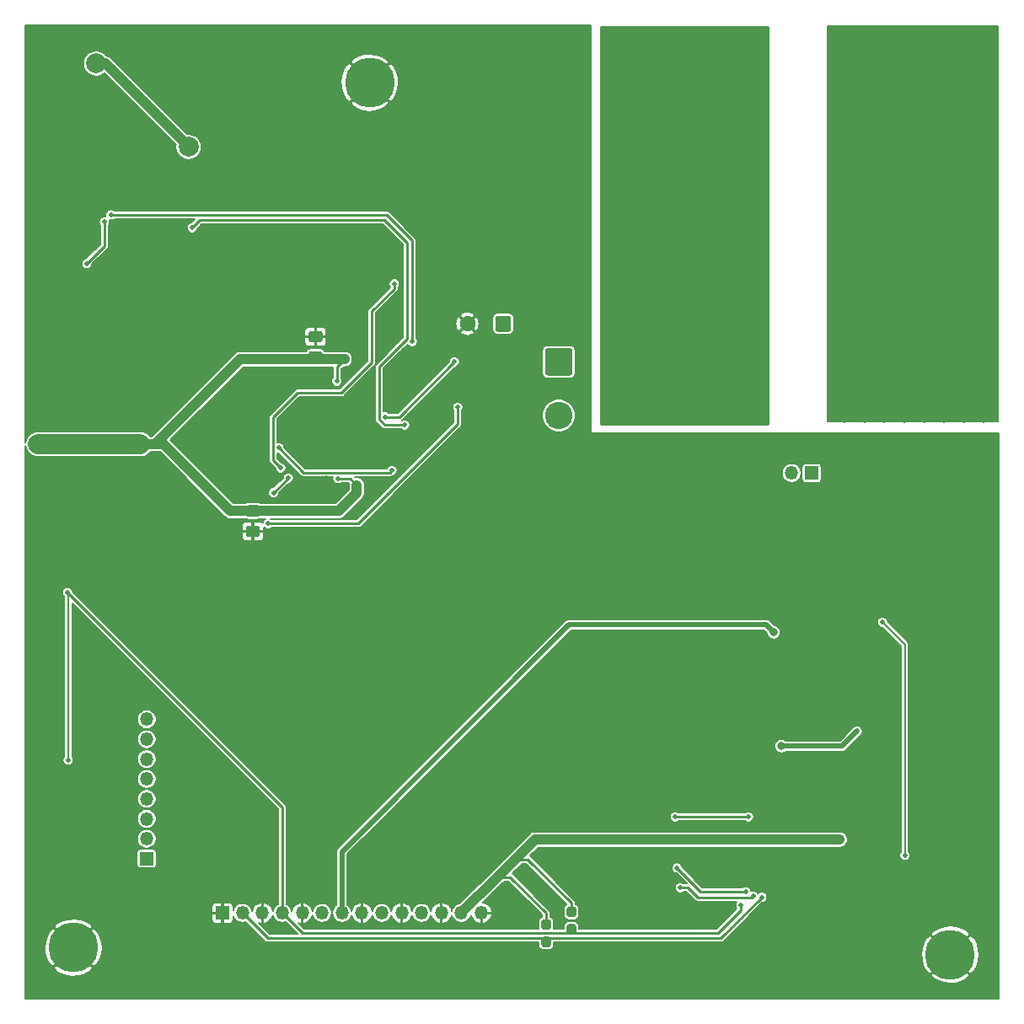
<source format=gbr>
G04 #@! TF.GenerationSoftware,KiCad,Pcbnew,5.1.6-c6e7f7d~87~ubuntu20.04.1*
G04 #@! TF.CreationDate,2020-08-12T13:54:09+03:00*
G04 #@! TF.ProjectId,LED_test,4c45445f-7465-4737-942e-6b696361645f,rev?*
G04 #@! TF.SameCoordinates,Original*
G04 #@! TF.FileFunction,Copper,L2,Bot*
G04 #@! TF.FilePolarity,Positive*
%FSLAX46Y46*%
G04 Gerber Fmt 4.6, Leading zero omitted, Abs format (unit mm)*
G04 Created by KiCad (PCBNEW 5.1.6-c6e7f7d~87~ubuntu20.04.1) date 2020-08-12 13:54:09*
%MOMM*%
%LPD*%
G01*
G04 APERTURE LIST*
G04 #@! TA.AperFunction,ComponentPad*
%ADD10R,1.350000X1.350000*%
G04 #@! TD*
G04 #@! TA.AperFunction,ComponentPad*
%ADD11O,1.350000X1.350000*%
G04 #@! TD*
G04 #@! TA.AperFunction,ComponentPad*
%ADD12C,5.000000*%
G04 #@! TD*
G04 #@! TA.AperFunction,ComponentPad*
%ADD13C,2.750000*%
G04 #@! TD*
G04 #@! TA.AperFunction,ComponentPad*
%ADD14C,1.600000*%
G04 #@! TD*
G04 #@! TA.AperFunction,ViaPad*
%ADD15C,0.500000*%
G04 #@! TD*
G04 #@! TA.AperFunction,ViaPad*
%ADD16C,2.000000*%
G04 #@! TD*
G04 #@! TA.AperFunction,ViaPad*
%ADD17C,0.800000*%
G04 #@! TD*
G04 #@! TA.AperFunction,Conductor*
%ADD18C,2.000000*%
G04 #@! TD*
G04 #@! TA.AperFunction,Conductor*
%ADD19C,1.000000*%
G04 #@! TD*
G04 #@! TA.AperFunction,Conductor*
%ADD20C,0.250000*%
G04 #@! TD*
G04 #@! TA.AperFunction,Conductor*
%ADD21C,0.500000*%
G04 #@! TD*
G04 #@! TA.AperFunction,Conductor*
%ADD22C,0.200000*%
G04 #@! TD*
G04 #@! TA.AperFunction,Conductor*
%ADD23C,0.254000*%
G04 #@! TD*
G04 #@! TA.AperFunction,Conductor*
%ADD24C,0.190000*%
G04 #@! TD*
G04 APERTURE END LIST*
D10*
X113284000Y-124840000D03*
D11*
X113284000Y-122840000D03*
X113284000Y-120840000D03*
X113284000Y-118840000D03*
X113284000Y-116840000D03*
X113284000Y-114840000D03*
X113284000Y-112840000D03*
X113284000Y-110840000D03*
D12*
X135690000Y-46890000D03*
X194010000Y-134480000D03*
X105930000Y-133780000D03*
D11*
X178086000Y-86106000D03*
D10*
X180086000Y-86106000D03*
D11*
X146904000Y-130302000D03*
X144904000Y-130302000D03*
X142904000Y-130302000D03*
X140904000Y-130302000D03*
X138904000Y-130302000D03*
X136904000Y-130302000D03*
X134904000Y-130302000D03*
X132904000Y-130302000D03*
X130904000Y-130302000D03*
X128904000Y-130302000D03*
X126904000Y-130302000D03*
X124904000Y-130302000D03*
X122904000Y-130302000D03*
D10*
X120904000Y-130302000D03*
G04 #@! TA.AperFunction,SMDPad,CuDef*
G36*
G01*
X124402001Y-92532000D02*
X123501999Y-92532000D01*
G75*
G02*
X123252000Y-92282001I0J249999D01*
G01*
X123252000Y-91631999D01*
G75*
G02*
X123501999Y-91382000I249999J0D01*
G01*
X124402001Y-91382000D01*
G75*
G02*
X124652000Y-91631999I0J-249999D01*
G01*
X124652000Y-92282001D01*
G75*
G02*
X124402001Y-92532000I-249999J0D01*
G01*
G37*
G04 #@! TD.AperFunction*
G04 #@! TA.AperFunction,SMDPad,CuDef*
G36*
G01*
X124402001Y-90482000D02*
X123501999Y-90482000D01*
G75*
G02*
X123252000Y-90232001I0J249999D01*
G01*
X123252000Y-89581999D01*
G75*
G02*
X123501999Y-89332000I249999J0D01*
G01*
X124402001Y-89332000D01*
G75*
G02*
X124652000Y-89581999I0J-249999D01*
G01*
X124652000Y-90232001D01*
G75*
G02*
X124402001Y-90482000I-249999J0D01*
G01*
G37*
G04 #@! TD.AperFunction*
D13*
X154686000Y-80330000D03*
G04 #@! TA.AperFunction,ComponentPad*
G36*
G01*
X153561250Y-73555000D02*
X155810750Y-73555000D01*
G75*
G02*
X156061000Y-73805250I0J-250250D01*
G01*
X156061000Y-76054750D01*
G75*
G02*
X155810750Y-76305000I-250250J0D01*
G01*
X153561250Y-76305000D01*
G75*
G02*
X153311000Y-76054750I0J250250D01*
G01*
X153311000Y-73805250D01*
G75*
G02*
X153561250Y-73555000I250250J0D01*
G01*
G37*
G04 #@! TD.AperFunction*
G04 #@! TA.AperFunction,SMDPad,CuDef*
G36*
G01*
X129799999Y-73870000D02*
X130700001Y-73870000D01*
G75*
G02*
X130950000Y-74119999I0J-249999D01*
G01*
X130950000Y-74770001D01*
G75*
G02*
X130700001Y-75020000I-249999J0D01*
G01*
X129799999Y-75020000D01*
G75*
G02*
X129550000Y-74770001I0J249999D01*
G01*
X129550000Y-74119999D01*
G75*
G02*
X129799999Y-73870000I249999J0D01*
G01*
G37*
G04 #@! TD.AperFunction*
G04 #@! TA.AperFunction,SMDPad,CuDef*
G36*
G01*
X129799999Y-71820000D02*
X130700001Y-71820000D01*
G75*
G02*
X130950000Y-72069999I0J-249999D01*
G01*
X130950000Y-72720001D01*
G75*
G02*
X130700001Y-72970000I-249999J0D01*
G01*
X129799999Y-72970000D01*
G75*
G02*
X129550000Y-72720001I0J249999D01*
G01*
X129550000Y-72069999D01*
G75*
G02*
X129799999Y-71820000I249999J0D01*
G01*
G37*
G04 #@! TD.AperFunction*
D14*
X145498000Y-71120000D03*
G04 #@! TA.AperFunction,ComponentPad*
G36*
G01*
X149898000Y-70570000D02*
X149898000Y-71670000D01*
G75*
G02*
X149648000Y-71920000I-250000J0D01*
G01*
X148548000Y-71920000D01*
G75*
G02*
X148298000Y-71670000I0J250000D01*
G01*
X148298000Y-70570000D01*
G75*
G02*
X148548000Y-70320000I250000J0D01*
G01*
X149648000Y-70320000D01*
G75*
G02*
X149898000Y-70570000I0J-250000D01*
G01*
G37*
G04 #@! TD.AperFunction*
G04 #@! TA.AperFunction,SMDPad,CuDef*
G36*
G01*
X155718500Y-131414000D02*
X156193500Y-131414000D01*
G75*
G02*
X156431000Y-131651500I0J-237500D01*
G01*
X156431000Y-132226500D01*
G75*
G02*
X156193500Y-132464000I-237500J0D01*
G01*
X155718500Y-132464000D01*
G75*
G02*
X155481000Y-132226500I0J237500D01*
G01*
X155481000Y-131651500D01*
G75*
G02*
X155718500Y-131414000I237500J0D01*
G01*
G37*
G04 #@! TD.AperFunction*
G04 #@! TA.AperFunction,SMDPad,CuDef*
G36*
G01*
X155718500Y-129664000D02*
X156193500Y-129664000D01*
G75*
G02*
X156431000Y-129901500I0J-237500D01*
G01*
X156431000Y-130476500D01*
G75*
G02*
X156193500Y-130714000I-237500J0D01*
G01*
X155718500Y-130714000D01*
G75*
G02*
X155481000Y-130476500I0J237500D01*
G01*
X155481000Y-129901500D01*
G75*
G02*
X155718500Y-129664000I237500J0D01*
G01*
G37*
G04 #@! TD.AperFunction*
G04 #@! TA.AperFunction,SMDPad,CuDef*
G36*
G01*
X153178500Y-132684000D02*
X153653500Y-132684000D01*
G75*
G02*
X153891000Y-132921500I0J-237500D01*
G01*
X153891000Y-133496500D01*
G75*
G02*
X153653500Y-133734000I-237500J0D01*
G01*
X153178500Y-133734000D01*
G75*
G02*
X152941000Y-133496500I0J237500D01*
G01*
X152941000Y-132921500D01*
G75*
G02*
X153178500Y-132684000I237500J0D01*
G01*
G37*
G04 #@! TD.AperFunction*
G04 #@! TA.AperFunction,SMDPad,CuDef*
G36*
G01*
X153178500Y-130934000D02*
X153653500Y-130934000D01*
G75*
G02*
X153891000Y-131171500I0J-237500D01*
G01*
X153891000Y-131746500D01*
G75*
G02*
X153653500Y-131984000I-237500J0D01*
G01*
X153178500Y-131984000D01*
G75*
G02*
X152941000Y-131746500I0J237500D01*
G01*
X152941000Y-131171500D01*
G75*
G02*
X153178500Y-130934000I237500J0D01*
G01*
G37*
G04 #@! TD.AperFunction*
D15*
X124460000Y-76200000D03*
X127000000Y-82042000D03*
X120650000Y-82804000D03*
X130048000Y-86868000D03*
X137668000Y-83820000D03*
X131318000Y-91948000D03*
X188214000Y-124714000D03*
X169926000Y-111252000D03*
X181102000Y-110490000D03*
X177038000Y-107950000D03*
X189738000Y-99822000D03*
X188520000Y-117700000D03*
X190754000Y-117094000D03*
X186690000Y-119380000D03*
X178562000Y-91694000D03*
X113030000Y-87630000D03*
X119126000Y-89662000D03*
X124206000Y-88138000D03*
X122682000Y-92202000D03*
X128016000Y-92710000D03*
X130810000Y-97282000D03*
X145288000Y-98552000D03*
X151130000Y-92456000D03*
X177800000Y-83820000D03*
X181102000Y-83820000D03*
X192786000Y-89408000D03*
X165862000Y-88900000D03*
X137668000Y-70358000D03*
X135382000Y-76962000D03*
X139446000Y-77724000D03*
X146304000Y-74168000D03*
X143764000Y-71120000D03*
X154432000Y-62738000D03*
X104648000Y-91948000D03*
X116078000Y-78740000D03*
X104394000Y-62738000D03*
X114808000Y-45466000D03*
X113792000Y-52070000D03*
X114808000Y-54102000D03*
X122174000Y-63500000D03*
X120650000Y-58928000D03*
X121920000Y-54864000D03*
X127762000Y-77470000D03*
X129540000Y-77216000D03*
X134874000Y-77470000D03*
X137414000Y-78486000D03*
X152400000Y-63754000D03*
X143256000Y-77978000D03*
X138430000Y-90424000D03*
X110490000Y-73152000D03*
X108458000Y-66294000D03*
X150368000Y-84328000D03*
X173720000Y-100440000D03*
X107696000Y-47244000D03*
X115316000Y-65786000D03*
X131318000Y-86614000D03*
X136144000Y-87376000D03*
X133350000Y-87630000D03*
X121412000Y-79248000D03*
X123190000Y-72898000D03*
X125730000Y-72644000D03*
X104648000Y-49784000D03*
X118110000Y-51308000D03*
X140462000Y-81280000D03*
X125984000Y-61976000D03*
X126492000Y-58420000D03*
X111760000Y-59436000D03*
X113284000Y-60960000D03*
X114808000Y-59436000D03*
X114808000Y-60960000D03*
X107950000Y-62992000D03*
X106172000Y-53340000D03*
X131050000Y-76030000D03*
X104120000Y-115910000D03*
X106080000Y-99990000D03*
X106650000Y-121090000D03*
X107280000Y-113010000D03*
X108390000Y-115180000D03*
X115130000Y-109070000D03*
X125300000Y-125620000D03*
X190560000Y-126880000D03*
X190530000Y-128710000D03*
X188120000Y-130760000D03*
X184200000Y-128140000D03*
X173190000Y-119640000D03*
X168360000Y-124800000D03*
X167410000Y-129990000D03*
X167410000Y-118510000D03*
X113280000Y-107100000D03*
X122010000Y-115910000D03*
X124380000Y-113940000D03*
X123740000Y-115560000D03*
X104820000Y-112530000D03*
X179900000Y-127610000D03*
X170870000Y-121910000D03*
X181050000Y-114630000D03*
X159950000Y-131700000D03*
X157390000Y-131530000D03*
X141590000Y-133740000D03*
D16*
X117500000Y-53340000D03*
X112634002Y-83200000D03*
X102400000Y-83200000D03*
X108204000Y-44958000D03*
D15*
X132380000Y-76880000D03*
D17*
X133170000Y-74660000D03*
D15*
X134400000Y-87310000D03*
X132490000Y-86650000D03*
X109687000Y-60157000D03*
X139960305Y-72901152D03*
X126559010Y-83566000D03*
X137922000Y-85852000D03*
X144526000Y-79502000D03*
X125476000Y-91186000D03*
X126746000Y-85598000D03*
X138153406Y-67084594D03*
X187198006Y-101092000D03*
D17*
X177038000Y-113538000D03*
D15*
X184667000Y-112023000D03*
X189452000Y-124497998D03*
D17*
X182895996Y-122919994D03*
X183388000Y-42672000D03*
X185388000Y-42672000D03*
X187388000Y-42672000D03*
X189388000Y-42672000D03*
X191388000Y-42672000D03*
X193388000Y-42672000D03*
X195388000Y-42672000D03*
X197388000Y-42672000D03*
X183388000Y-44672000D03*
X185388000Y-44672000D03*
X187388000Y-44672000D03*
X189388000Y-44672000D03*
X191388000Y-44672000D03*
X193388000Y-44672000D03*
X195388000Y-44672000D03*
X197388000Y-44672000D03*
X183388000Y-46672000D03*
X185388000Y-46672000D03*
X187388000Y-46672000D03*
X189388000Y-46672000D03*
X191388000Y-46672000D03*
X193388000Y-46672000D03*
X195388000Y-46672000D03*
X197388000Y-46672000D03*
X183388000Y-48672000D03*
X185388000Y-48672000D03*
X187388000Y-48672000D03*
X189388000Y-48672000D03*
X191388000Y-48672000D03*
X193388000Y-48672000D03*
X195388000Y-48672000D03*
X197388000Y-48672000D03*
X183388000Y-50672000D03*
X185388000Y-50672000D03*
X187388000Y-50672000D03*
X189388000Y-50672000D03*
X191388000Y-50672000D03*
X193388000Y-50672000D03*
X195388000Y-50672000D03*
X197388000Y-50672000D03*
X183388000Y-52672000D03*
X185388000Y-52672000D03*
X187388000Y-52672000D03*
X189388000Y-52672000D03*
X191388000Y-52672000D03*
X193388000Y-52672000D03*
X195388000Y-52672000D03*
X197388000Y-52672000D03*
X183388000Y-54672000D03*
X185388000Y-54672000D03*
X187388000Y-54672000D03*
X189388000Y-54672000D03*
X191388000Y-54672000D03*
X193388000Y-54672000D03*
X195388000Y-54672000D03*
X197388000Y-54672000D03*
X183388000Y-56672000D03*
X185388000Y-56672000D03*
X187388000Y-56672000D03*
X189388000Y-56672000D03*
X191388000Y-56672000D03*
X193388000Y-56672000D03*
X195388000Y-56672000D03*
X197388000Y-56672000D03*
X183388000Y-58672000D03*
X185388000Y-58672000D03*
X187388000Y-58672000D03*
X189388000Y-58672000D03*
X191388000Y-58672000D03*
X193388000Y-58672000D03*
X195388000Y-58672000D03*
X197388000Y-58672000D03*
X183388000Y-60672000D03*
X185388000Y-60672000D03*
X187388000Y-60672000D03*
X189388000Y-60672000D03*
X191388000Y-60672000D03*
X193388000Y-60672000D03*
X195388000Y-60672000D03*
X197388000Y-60672000D03*
X183388000Y-62672000D03*
X185388000Y-62672000D03*
X187388000Y-62672000D03*
X189388000Y-62672000D03*
X191388000Y-62672000D03*
X193388000Y-62672000D03*
X195388000Y-62672000D03*
X197388000Y-62672000D03*
X183388000Y-64672000D03*
X185388000Y-64672000D03*
X187388000Y-64672000D03*
X189388000Y-64672000D03*
X191388000Y-64672000D03*
X193388000Y-64672000D03*
X195388000Y-64672000D03*
X197388000Y-64672000D03*
X183388000Y-66672000D03*
X185388000Y-66672000D03*
X187388000Y-66672000D03*
X189388000Y-66672000D03*
X191388000Y-66672000D03*
X193388000Y-66672000D03*
X195388000Y-66672000D03*
X197388000Y-66672000D03*
X183388000Y-68672000D03*
X185388000Y-68672000D03*
X187388000Y-68672000D03*
X189388000Y-68672000D03*
X191388000Y-68672000D03*
X193388000Y-68672000D03*
X195388000Y-68672000D03*
X197388000Y-68672000D03*
X183388000Y-70672000D03*
X185388000Y-70672000D03*
X187388000Y-70672000D03*
X189388000Y-70672000D03*
X191388000Y-70672000D03*
X193388000Y-70672000D03*
X195388000Y-70672000D03*
X197388000Y-70672000D03*
X183388000Y-72672000D03*
X185388000Y-72672000D03*
X187388000Y-72672000D03*
X189388000Y-72672000D03*
X191388000Y-72672000D03*
X193388000Y-72672000D03*
X195388000Y-72672000D03*
X197388000Y-72672000D03*
X183388000Y-74672000D03*
X185388000Y-74672000D03*
X187388000Y-74672000D03*
X189388000Y-74672000D03*
X191388000Y-74672000D03*
X193388000Y-74672000D03*
X195388000Y-74672000D03*
X197388000Y-74672000D03*
X183388000Y-76672000D03*
X185388000Y-76672000D03*
X187388000Y-76672000D03*
X189388000Y-76672000D03*
X191388000Y-76672000D03*
X193388000Y-76672000D03*
X195388000Y-76672000D03*
X197388000Y-76672000D03*
X183388000Y-78672000D03*
X185388000Y-78672000D03*
X187388000Y-78672000D03*
X189388000Y-78672000D03*
X191388000Y-78672000D03*
X193388000Y-78672000D03*
X195388000Y-78672000D03*
X197388000Y-78672000D03*
X183388000Y-80672000D03*
X185388000Y-80672000D03*
X187388000Y-80672000D03*
X189388000Y-80672000D03*
X191388000Y-80672000D03*
X193388000Y-80672000D03*
X195388000Y-80672000D03*
X197388000Y-80672000D03*
D15*
X172974000Y-129540000D03*
X105400000Y-114940000D03*
X105330000Y-98120000D03*
X175071999Y-128712001D03*
D17*
X176276000Y-102108000D03*
D15*
X127508000Y-86614000D03*
X126030000Y-88080000D03*
X144204990Y-74930000D03*
X137227010Y-80450990D03*
X117856000Y-61468000D03*
X139192000Y-81280000D03*
X173736000Y-120650000D03*
X166369998Y-120650000D03*
X173482000Y-128161969D03*
X166567500Y-125786500D03*
X174200282Y-128611980D03*
X166878004Y-127762000D03*
X109037000Y-60889000D03*
X107270000Y-65070000D03*
D17*
X160274000Y-48418000D03*
X174274000Y-76418000D03*
X164274000Y-76418000D03*
X162274000Y-44418000D03*
X172274000Y-66418000D03*
X162274000Y-78418000D03*
X162274000Y-42418000D03*
X170274000Y-72418000D03*
X162274000Y-48418000D03*
X170274000Y-62418000D03*
X168274000Y-72418000D03*
X174274000Y-60418000D03*
X170274000Y-46418000D03*
X164274000Y-64418000D03*
X172274000Y-74418000D03*
X172274000Y-44418000D03*
X168274000Y-56418000D03*
X172274000Y-62418000D03*
X166274000Y-76418000D03*
X166274000Y-60418000D03*
X166274000Y-42418000D03*
X174274000Y-50418000D03*
X172274000Y-58418000D03*
X174274000Y-78418000D03*
X160274000Y-62418000D03*
X168274000Y-78418000D03*
X168274000Y-54418000D03*
X164274000Y-62418000D03*
X162274000Y-68418000D03*
X170274000Y-80418000D03*
X174274000Y-80418000D03*
X164274000Y-72418000D03*
X164274000Y-68418000D03*
X166274000Y-56418000D03*
X162274000Y-64418000D03*
X174274000Y-74418000D03*
X166274000Y-78418000D03*
X162274000Y-80418000D03*
X164274000Y-78418000D03*
X174274000Y-70418000D03*
X170274000Y-56418000D03*
X160274000Y-72418000D03*
X164274000Y-46418000D03*
X166274000Y-72418000D03*
X164274000Y-56418000D03*
X166274000Y-68418000D03*
X168274000Y-62418000D03*
X168274000Y-50418000D03*
X170274000Y-60418000D03*
X168274000Y-74418000D03*
X172274000Y-54418000D03*
X172274000Y-48418000D03*
X160274000Y-68418000D03*
X168274000Y-64418000D03*
X160274000Y-70418000D03*
X172274000Y-50418000D03*
X160274000Y-42418000D03*
X162274000Y-52418000D03*
X174274000Y-56418000D03*
X166274000Y-52418000D03*
X172274000Y-78418000D03*
X168274000Y-80418000D03*
X164274000Y-52418000D03*
X170274000Y-66418000D03*
X164274000Y-54418000D03*
X160274000Y-52418000D03*
X168274000Y-70418000D03*
X168274000Y-48418000D03*
X166274000Y-50418000D03*
X166274000Y-66418000D03*
X168274000Y-60418000D03*
X160274000Y-56418000D03*
X160274000Y-78418000D03*
X168274000Y-52418000D03*
X160274000Y-60418000D03*
X162274000Y-54418000D03*
X162274000Y-56418000D03*
X166274000Y-74418000D03*
X164274000Y-50418000D03*
X166274000Y-46418000D03*
X170274000Y-48418000D03*
X174274000Y-48418000D03*
X162274000Y-58418000D03*
X164274000Y-70418000D03*
X170274000Y-76418000D03*
X160274000Y-80418000D03*
X160274000Y-54418000D03*
X166274000Y-58418000D03*
X172274000Y-64418000D03*
X172274000Y-80418000D03*
X162274000Y-72418000D03*
X164274000Y-66418000D03*
X172274000Y-46418000D03*
X168274000Y-58418000D03*
X174274000Y-44418000D03*
X160274000Y-46418000D03*
X168274000Y-46418000D03*
X172274000Y-76418000D03*
X162274000Y-74418000D03*
X170274000Y-68418000D03*
X174274000Y-68418000D03*
X164274000Y-44418000D03*
X172274000Y-70418000D03*
X164274000Y-48418000D03*
X174274000Y-42418000D03*
X160274000Y-76418000D03*
X162274000Y-60418000D03*
X166274000Y-64418000D03*
X160274000Y-58418000D03*
X174274000Y-72418000D03*
X166274000Y-54418000D03*
X170274000Y-52418000D03*
X162274000Y-76418000D03*
X170274000Y-54418000D03*
X174274000Y-46418000D03*
X172274000Y-52418000D03*
X164274000Y-74418000D03*
X174274000Y-54418000D03*
X172274000Y-42418000D03*
X174274000Y-64418000D03*
X164274000Y-80418000D03*
X160274000Y-44418000D03*
X166274000Y-80418000D03*
X162274000Y-62418000D03*
X166274000Y-44418000D03*
X174274000Y-66418000D03*
X174274000Y-52418000D03*
X170274000Y-50418000D03*
X170274000Y-44418000D03*
X168274000Y-76418000D03*
X162274000Y-66418000D03*
X172274000Y-68418000D03*
X174274000Y-62418000D03*
X162274000Y-70418000D03*
X162274000Y-46418000D03*
X168274000Y-66418000D03*
X172274000Y-72418000D03*
X166274000Y-62418000D03*
X172274000Y-60418000D03*
X168274000Y-68418000D03*
X160274000Y-66418000D03*
X160274000Y-74418000D03*
X168274000Y-44418000D03*
X162274000Y-50418000D03*
X164274000Y-42418000D03*
X166274000Y-70418000D03*
X166274000Y-48418000D03*
X164274000Y-58418000D03*
X160274000Y-64418000D03*
X170274000Y-70418000D03*
X170274000Y-64418000D03*
X164274000Y-60418000D03*
X170274000Y-78418000D03*
X170274000Y-74418000D03*
X174274000Y-58418000D03*
X168274000Y-42418000D03*
X172274000Y-56418000D03*
X160274000Y-50418000D03*
X170274000Y-42418000D03*
X170274000Y-58418000D03*
D18*
X110124000Y-83200000D02*
X110124000Y-83200000D01*
X102400000Y-83200000D02*
X112634002Y-83200000D01*
D19*
X117500000Y-53340000D02*
X109118000Y-44958000D01*
X109118000Y-44958000D02*
X108204000Y-44958000D01*
X112634002Y-83200000D02*
X114160000Y-83200000D01*
X132604315Y-74660000D02*
X133170000Y-74660000D01*
X114160000Y-83200000D02*
X122700000Y-74660000D01*
D20*
X132380000Y-76880000D02*
X132380000Y-75450000D01*
X132380000Y-75450000D02*
X133170000Y-74660000D01*
D19*
X122700000Y-74660000D02*
X132604315Y-74660000D01*
X114950000Y-83200000D02*
X114160000Y-83200000D01*
X121666000Y-89916000D02*
X114950000Y-83200000D01*
X132588000Y-89916000D02*
X121666000Y-89916000D01*
X134400000Y-88104000D02*
X134400000Y-87310000D01*
X132588000Y-89916000D02*
X134400000Y-88104000D01*
D20*
X133740000Y-86650000D02*
X134400000Y-87310000D01*
X132490000Y-86650000D02*
X133740000Y-86650000D01*
X127295000Y-60157000D02*
X109687000Y-60157000D01*
X137373000Y-60157000D02*
X127295000Y-60157000D01*
X139960305Y-62744305D02*
X137373000Y-60157000D01*
X139960305Y-72901152D02*
X139960305Y-62744305D01*
X137735001Y-86038999D02*
X137922000Y-85852000D01*
X131041999Y-86038999D02*
X137735001Y-86038999D01*
X131030998Y-86050000D02*
X131041999Y-86038999D01*
X129043010Y-86050000D02*
X131030998Y-86050000D01*
X126559010Y-83566000D02*
X129043010Y-86050000D01*
X144526000Y-81197501D02*
X134537501Y-91186000D01*
X144526000Y-79502000D02*
X144526000Y-81197501D01*
X134537501Y-91186000D02*
X125476000Y-91186000D01*
X138153406Y-67586594D02*
X138153406Y-67084594D01*
X135890000Y-69850000D02*
X138153406Y-67586594D01*
X135890000Y-75019002D02*
X135890000Y-69850000D01*
X132864001Y-78045001D02*
X135890000Y-75019002D01*
X128456999Y-78045001D02*
X132864001Y-78045001D01*
X125984000Y-80518000D02*
X128456999Y-78045001D01*
X125984000Y-84836000D02*
X125984000Y-80518000D01*
X126746000Y-85598000D02*
X125984000Y-84836000D01*
D21*
X177038000Y-113538000D02*
X183152000Y-113538000D01*
X183152000Y-113538000D02*
X184667000Y-112023000D01*
D22*
X187198006Y-101092000D02*
X189452000Y-103345994D01*
X189452000Y-103345994D02*
X189452000Y-124497998D01*
D20*
X155956000Y-130189000D02*
X155956000Y-129286000D01*
X151573000Y-124903000D02*
X150303000Y-124903000D01*
X155956000Y-129286000D02*
X151573000Y-124903000D01*
X153416000Y-131459000D02*
X153416000Y-130302000D01*
X153416000Y-130302000D02*
X149795000Y-126681000D01*
X149795000Y-126681000D02*
X148525000Y-126681000D01*
D19*
X148525000Y-126681000D02*
X150303000Y-124903000D01*
X144904000Y-130302000D02*
X148525000Y-126681000D01*
X152286006Y-122919994D02*
X182895996Y-122919994D01*
X150303000Y-124903000D02*
X152286006Y-122919994D01*
X182895996Y-122919994D02*
X182895996Y-122919994D01*
D20*
X172974000Y-129540000D02*
X172974000Y-130048000D01*
X172974000Y-130048000D02*
X170688000Y-132334000D01*
X128936000Y-132334000D02*
X126904000Y-130302000D01*
X156351000Y-132334000D02*
X155956000Y-131939000D01*
X170688000Y-132334000D02*
X156464000Y-132334000D01*
X156464000Y-132334000D02*
X156351000Y-132334000D01*
X155843000Y-131939000D02*
X155448000Y-132334000D01*
X155956000Y-131939000D02*
X155843000Y-131939000D01*
X155448000Y-132334000D02*
X128936000Y-132334000D01*
X156464000Y-132334000D02*
X155448000Y-132334000D01*
D22*
X105400000Y-98190000D02*
X105330000Y-98120000D01*
X105400000Y-114940000D02*
X105400000Y-98190000D01*
D20*
X126904000Y-119694000D02*
X126904000Y-130302000D01*
X105330000Y-98120000D02*
X126904000Y-119694000D01*
X125444000Y-132842000D02*
X122904000Y-130302000D01*
X175071999Y-128712001D02*
X170942000Y-132842000D01*
X153783000Y-132842000D02*
X153416000Y-133209000D01*
X153924000Y-132842000D02*
X153783000Y-132842000D01*
X170942000Y-132842000D02*
X153924000Y-132842000D01*
X153049000Y-132842000D02*
X153416000Y-133209000D01*
X152908000Y-132842000D02*
X153049000Y-132842000D01*
X153924000Y-132842000D02*
X152908000Y-132842000D01*
X152908000Y-132842000D02*
X125444000Y-132842000D01*
D21*
X132904000Y-124144000D02*
X132904000Y-130302000D01*
X155702000Y-101346000D02*
X132904000Y-124144000D01*
X175514000Y-101346000D02*
X155702000Y-101346000D01*
X176276000Y-102108000D02*
X175514000Y-101346000D01*
D20*
X127496000Y-86614000D02*
X126030000Y-88080000D01*
X127508000Y-86614000D02*
X127496000Y-86614000D01*
X138684000Y-80450990D02*
X137227010Y-80450990D01*
X144204990Y-74930000D02*
X138684000Y-80450990D01*
X117856000Y-61468000D02*
X117856000Y-61468000D01*
X118618000Y-60706000D02*
X117856000Y-61468000D01*
X139446000Y-72644000D02*
X139446000Y-62992000D01*
X136652000Y-75438000D02*
X139446000Y-72644000D01*
X139446000Y-62992000D02*
X137160000Y-60706000D01*
X136652000Y-80726982D02*
X136652000Y-75438000D01*
X137160000Y-60706000D02*
X118618000Y-60706000D01*
X137205018Y-81280000D02*
X136652000Y-80726982D01*
X139192000Y-81280000D02*
X137205018Y-81280000D01*
X173736000Y-120650000D02*
X166369998Y-120650000D01*
X173482000Y-128161969D02*
X168942969Y-128161969D01*
X168942969Y-128161969D02*
X166567500Y-125786500D01*
X167640000Y-127762000D02*
X166878004Y-127762000D01*
X174075283Y-128736979D02*
X168614979Y-128736979D01*
X168614979Y-128736979D02*
X167640000Y-127762000D01*
X174200282Y-128611980D02*
X174075283Y-128736979D01*
X109037000Y-60889000D02*
X109037000Y-63303000D01*
X109037000Y-63303000D02*
X107270000Y-65070000D01*
D22*
G36*
X157900000Y-82000000D02*
G01*
X157901921Y-82019509D01*
X157907612Y-82038268D01*
X157916853Y-82055557D01*
X157929289Y-82070711D01*
X157944443Y-82083147D01*
X157961732Y-82092388D01*
X157980491Y-82098079D01*
X158000000Y-82100000D01*
X198900000Y-82100000D01*
X198900000Y-138900000D01*
X101100000Y-138900000D01*
X101100000Y-135804862D01*
X103975848Y-135804862D01*
X104257878Y-136166543D01*
X104755599Y-136446901D01*
X105298451Y-136624772D01*
X105865574Y-136693320D01*
X106435173Y-136649910D01*
X106954390Y-136504862D01*
X192055848Y-136504862D01*
X192337878Y-136866543D01*
X192835599Y-137146901D01*
X193378451Y-137324772D01*
X193945574Y-137393320D01*
X194515173Y-137349910D01*
X195065358Y-137196211D01*
X195574986Y-136938129D01*
X195682122Y-136866543D01*
X195964152Y-136504862D01*
X194010000Y-134550711D01*
X192055848Y-136504862D01*
X106954390Y-136504862D01*
X106985358Y-136496211D01*
X107494986Y-136238129D01*
X107602122Y-136166543D01*
X107884152Y-135804862D01*
X105930000Y-133850711D01*
X103975848Y-135804862D01*
X101100000Y-135804862D01*
X101100000Y-133715574D01*
X103016680Y-133715574D01*
X103060090Y-134285173D01*
X103213789Y-134835358D01*
X103471871Y-135344986D01*
X103543457Y-135452122D01*
X103905138Y-135734152D01*
X105859289Y-133780000D01*
X106000711Y-133780000D01*
X107954862Y-135734152D01*
X108316543Y-135452122D01*
X108596901Y-134954401D01*
X108773453Y-134415574D01*
X191096680Y-134415574D01*
X191140090Y-134985173D01*
X191293789Y-135535358D01*
X191551871Y-136044986D01*
X191623457Y-136152122D01*
X191985138Y-136434152D01*
X193939289Y-134480000D01*
X194080711Y-134480000D01*
X196034862Y-136434152D01*
X196396543Y-136152122D01*
X196676901Y-135654401D01*
X196854772Y-135111549D01*
X196923320Y-134544426D01*
X196879910Y-133974827D01*
X196726211Y-133424642D01*
X196468129Y-132915014D01*
X196396543Y-132807878D01*
X196034862Y-132525848D01*
X194080711Y-134480000D01*
X193939289Y-134480000D01*
X191985138Y-132525848D01*
X191623457Y-132807878D01*
X191343099Y-133305599D01*
X191165228Y-133848451D01*
X191096680Y-134415574D01*
X108773453Y-134415574D01*
X108774772Y-134411549D01*
X108843320Y-133844426D01*
X108799910Y-133274827D01*
X108646211Y-132724642D01*
X108388129Y-132215014D01*
X108316543Y-132107878D01*
X107954862Y-131825848D01*
X106000711Y-133780000D01*
X105859289Y-133780000D01*
X103905138Y-131825848D01*
X103543457Y-132107878D01*
X103263099Y-132605599D01*
X103085228Y-133148451D01*
X103016680Y-133715574D01*
X101100000Y-133715574D01*
X101100000Y-131755138D01*
X103975848Y-131755138D01*
X105930000Y-133709289D01*
X107884152Y-131755138D01*
X107602122Y-131393457D01*
X107104401Y-131113099D01*
X106689035Y-130977000D01*
X119827065Y-130977000D01*
X119834788Y-131055414D01*
X119857660Y-131130814D01*
X119894803Y-131200303D01*
X119944789Y-131261211D01*
X120005697Y-131311197D01*
X120075186Y-131348340D01*
X120150586Y-131371212D01*
X120229000Y-131378935D01*
X120754000Y-131377000D01*
X120854000Y-131277000D01*
X120854000Y-130352000D01*
X119929000Y-130352000D01*
X119829000Y-130452000D01*
X119827065Y-130977000D01*
X106689035Y-130977000D01*
X106561549Y-130935228D01*
X105994426Y-130866680D01*
X105424827Y-130910090D01*
X104874642Y-131063789D01*
X104365014Y-131321871D01*
X104257878Y-131393457D01*
X103975848Y-131755138D01*
X101100000Y-131755138D01*
X101100000Y-129627000D01*
X119827065Y-129627000D01*
X119829000Y-130152000D01*
X119929000Y-130252000D01*
X120854000Y-130252000D01*
X120854000Y-129327000D01*
X120754000Y-129227000D01*
X120229000Y-129225065D01*
X120150586Y-129232788D01*
X120075186Y-129255660D01*
X120005697Y-129292803D01*
X119944789Y-129342789D01*
X119894803Y-129403697D01*
X119857660Y-129473186D01*
X119834788Y-129548586D01*
X119827065Y-129627000D01*
X101100000Y-129627000D01*
X101100000Y-124165000D01*
X112307549Y-124165000D01*
X112307549Y-125515000D01*
X112313341Y-125573810D01*
X112330496Y-125630360D01*
X112358353Y-125682477D01*
X112395842Y-125728158D01*
X112441523Y-125765647D01*
X112493640Y-125793504D01*
X112550190Y-125810659D01*
X112609000Y-125816451D01*
X113959000Y-125816451D01*
X114017810Y-125810659D01*
X114074360Y-125793504D01*
X114126477Y-125765647D01*
X114172158Y-125728158D01*
X114209647Y-125682477D01*
X114237504Y-125630360D01*
X114254659Y-125573810D01*
X114260451Y-125515000D01*
X114260451Y-124165000D01*
X114254659Y-124106190D01*
X114237504Y-124049640D01*
X114209647Y-123997523D01*
X114172158Y-123951842D01*
X114126477Y-123914353D01*
X114074360Y-123886496D01*
X114017810Y-123869341D01*
X113959000Y-123863549D01*
X112609000Y-123863549D01*
X112550190Y-123869341D01*
X112493640Y-123886496D01*
X112441523Y-123914353D01*
X112395842Y-123951842D01*
X112358353Y-123997523D01*
X112330496Y-124049640D01*
X112313341Y-124106190D01*
X112307549Y-124165000D01*
X101100000Y-124165000D01*
X101100000Y-122743971D01*
X112309000Y-122743971D01*
X112309000Y-122936029D01*
X112346468Y-123124397D01*
X112419966Y-123301836D01*
X112526668Y-123461527D01*
X112662473Y-123597332D01*
X112822164Y-123704034D01*
X112999603Y-123777532D01*
X113187971Y-123815000D01*
X113380029Y-123815000D01*
X113568397Y-123777532D01*
X113745836Y-123704034D01*
X113905527Y-123597332D01*
X114041332Y-123461527D01*
X114148034Y-123301836D01*
X114221532Y-123124397D01*
X114259000Y-122936029D01*
X114259000Y-122743971D01*
X114221532Y-122555603D01*
X114148034Y-122378164D01*
X114041332Y-122218473D01*
X113905527Y-122082668D01*
X113745836Y-121975966D01*
X113568397Y-121902468D01*
X113380029Y-121865000D01*
X113187971Y-121865000D01*
X112999603Y-121902468D01*
X112822164Y-121975966D01*
X112662473Y-122082668D01*
X112526668Y-122218473D01*
X112419966Y-122378164D01*
X112346468Y-122555603D01*
X112309000Y-122743971D01*
X101100000Y-122743971D01*
X101100000Y-120743971D01*
X112309000Y-120743971D01*
X112309000Y-120936029D01*
X112346468Y-121124397D01*
X112419966Y-121301836D01*
X112526668Y-121461527D01*
X112662473Y-121597332D01*
X112822164Y-121704034D01*
X112999603Y-121777532D01*
X113187971Y-121815000D01*
X113380029Y-121815000D01*
X113568397Y-121777532D01*
X113745836Y-121704034D01*
X113905527Y-121597332D01*
X114041332Y-121461527D01*
X114148034Y-121301836D01*
X114221532Y-121124397D01*
X114259000Y-120936029D01*
X114259000Y-120743971D01*
X114221532Y-120555603D01*
X114148034Y-120378164D01*
X114041332Y-120218473D01*
X113905527Y-120082668D01*
X113745836Y-119975966D01*
X113568397Y-119902468D01*
X113380029Y-119865000D01*
X113187971Y-119865000D01*
X112999603Y-119902468D01*
X112822164Y-119975966D01*
X112662473Y-120082668D01*
X112526668Y-120218473D01*
X112419966Y-120378164D01*
X112346468Y-120555603D01*
X112309000Y-120743971D01*
X101100000Y-120743971D01*
X101100000Y-118743971D01*
X112309000Y-118743971D01*
X112309000Y-118936029D01*
X112346468Y-119124397D01*
X112419966Y-119301836D01*
X112526668Y-119461527D01*
X112662473Y-119597332D01*
X112822164Y-119704034D01*
X112999603Y-119777532D01*
X113187971Y-119815000D01*
X113380029Y-119815000D01*
X113568397Y-119777532D01*
X113745836Y-119704034D01*
X113905527Y-119597332D01*
X114041332Y-119461527D01*
X114148034Y-119301836D01*
X114221532Y-119124397D01*
X114259000Y-118936029D01*
X114259000Y-118743971D01*
X114221532Y-118555603D01*
X114148034Y-118378164D01*
X114041332Y-118218473D01*
X113905527Y-118082668D01*
X113745836Y-117975966D01*
X113568397Y-117902468D01*
X113380029Y-117865000D01*
X113187971Y-117865000D01*
X112999603Y-117902468D01*
X112822164Y-117975966D01*
X112662473Y-118082668D01*
X112526668Y-118218473D01*
X112419966Y-118378164D01*
X112346468Y-118555603D01*
X112309000Y-118743971D01*
X101100000Y-118743971D01*
X101100000Y-116743971D01*
X112309000Y-116743971D01*
X112309000Y-116936029D01*
X112346468Y-117124397D01*
X112419966Y-117301836D01*
X112526668Y-117461527D01*
X112662473Y-117597332D01*
X112822164Y-117704034D01*
X112999603Y-117777532D01*
X113187971Y-117815000D01*
X113380029Y-117815000D01*
X113568397Y-117777532D01*
X113745836Y-117704034D01*
X113905527Y-117597332D01*
X114041332Y-117461527D01*
X114148034Y-117301836D01*
X114221532Y-117124397D01*
X114259000Y-116936029D01*
X114259000Y-116743971D01*
X114221532Y-116555603D01*
X114148034Y-116378164D01*
X114041332Y-116218473D01*
X113905527Y-116082668D01*
X113745836Y-115975966D01*
X113568397Y-115902468D01*
X113380029Y-115865000D01*
X113187971Y-115865000D01*
X112999603Y-115902468D01*
X112822164Y-115975966D01*
X112662473Y-116082668D01*
X112526668Y-116218473D01*
X112419966Y-116378164D01*
X112346468Y-116555603D01*
X112309000Y-116743971D01*
X101100000Y-116743971D01*
X101100000Y-98065830D01*
X104780000Y-98065830D01*
X104780000Y-98174170D01*
X104801136Y-98280429D01*
X104842597Y-98380523D01*
X104902787Y-98470604D01*
X104979396Y-98547213D01*
X105000001Y-98560981D01*
X105000000Y-114562183D01*
X104972787Y-114589396D01*
X104912597Y-114679477D01*
X104871136Y-114779571D01*
X104850000Y-114885830D01*
X104850000Y-114994170D01*
X104871136Y-115100429D01*
X104912597Y-115200523D01*
X104972787Y-115290604D01*
X105049396Y-115367213D01*
X105139477Y-115427403D01*
X105239571Y-115468864D01*
X105345830Y-115490000D01*
X105454170Y-115490000D01*
X105560429Y-115468864D01*
X105660523Y-115427403D01*
X105750604Y-115367213D01*
X105827213Y-115290604D01*
X105887403Y-115200523D01*
X105928864Y-115100429D01*
X105950000Y-114994170D01*
X105950000Y-114885830D01*
X105928864Y-114779571D01*
X105914118Y-114743971D01*
X112309000Y-114743971D01*
X112309000Y-114936029D01*
X112346468Y-115124397D01*
X112419966Y-115301836D01*
X112526668Y-115461527D01*
X112662473Y-115597332D01*
X112822164Y-115704034D01*
X112999603Y-115777532D01*
X113187971Y-115815000D01*
X113380029Y-115815000D01*
X113568397Y-115777532D01*
X113745836Y-115704034D01*
X113905527Y-115597332D01*
X114041332Y-115461527D01*
X114148034Y-115301836D01*
X114221532Y-115124397D01*
X114259000Y-114936029D01*
X114259000Y-114743971D01*
X114221532Y-114555603D01*
X114148034Y-114378164D01*
X114041332Y-114218473D01*
X113905527Y-114082668D01*
X113745836Y-113975966D01*
X113568397Y-113902468D01*
X113380029Y-113865000D01*
X113187971Y-113865000D01*
X112999603Y-113902468D01*
X112822164Y-113975966D01*
X112662473Y-114082668D01*
X112526668Y-114218473D01*
X112419966Y-114378164D01*
X112346468Y-114555603D01*
X112309000Y-114743971D01*
X105914118Y-114743971D01*
X105887403Y-114679477D01*
X105827213Y-114589396D01*
X105800000Y-114562183D01*
X105800000Y-112743971D01*
X112309000Y-112743971D01*
X112309000Y-112936029D01*
X112346468Y-113124397D01*
X112419966Y-113301836D01*
X112526668Y-113461527D01*
X112662473Y-113597332D01*
X112822164Y-113704034D01*
X112999603Y-113777532D01*
X113187971Y-113815000D01*
X113380029Y-113815000D01*
X113568397Y-113777532D01*
X113745836Y-113704034D01*
X113905527Y-113597332D01*
X114041332Y-113461527D01*
X114148034Y-113301836D01*
X114221532Y-113124397D01*
X114259000Y-112936029D01*
X114259000Y-112743971D01*
X114221532Y-112555603D01*
X114148034Y-112378164D01*
X114041332Y-112218473D01*
X113905527Y-112082668D01*
X113745836Y-111975966D01*
X113568397Y-111902468D01*
X113380029Y-111865000D01*
X113187971Y-111865000D01*
X112999603Y-111902468D01*
X112822164Y-111975966D01*
X112662473Y-112082668D01*
X112526668Y-112218473D01*
X112419966Y-112378164D01*
X112346468Y-112555603D01*
X112309000Y-112743971D01*
X105800000Y-112743971D01*
X105800000Y-110743971D01*
X112309000Y-110743971D01*
X112309000Y-110936029D01*
X112346468Y-111124397D01*
X112419966Y-111301836D01*
X112526668Y-111461527D01*
X112662473Y-111597332D01*
X112822164Y-111704034D01*
X112999603Y-111777532D01*
X113187971Y-111815000D01*
X113380029Y-111815000D01*
X113568397Y-111777532D01*
X113745836Y-111704034D01*
X113905527Y-111597332D01*
X114041332Y-111461527D01*
X114148034Y-111301836D01*
X114221532Y-111124397D01*
X114259000Y-110936029D01*
X114259000Y-110743971D01*
X114221532Y-110555603D01*
X114148034Y-110378164D01*
X114041332Y-110218473D01*
X113905527Y-110082668D01*
X113745836Y-109975966D01*
X113568397Y-109902468D01*
X113380029Y-109865000D01*
X113187971Y-109865000D01*
X112999603Y-109902468D01*
X112822164Y-109975966D01*
X112662473Y-110082668D01*
X112526668Y-110218473D01*
X112419966Y-110378164D01*
X112346468Y-110555603D01*
X112309000Y-110743971D01*
X105800000Y-110743971D01*
X105800000Y-99191040D01*
X126479000Y-119870041D01*
X126479001Y-129422708D01*
X126442164Y-129437966D01*
X126282473Y-129544668D01*
X126146668Y-129680473D01*
X126039966Y-129840164D01*
X125966468Y-130017603D01*
X125954563Y-130077454D01*
X125894161Y-129883416D01*
X125793474Y-129698288D01*
X125658605Y-129536360D01*
X125494737Y-129403855D01*
X125308167Y-129305866D01*
X125121370Y-129249205D01*
X124954000Y-129328283D01*
X124954000Y-130252000D01*
X124974000Y-130252000D01*
X124974000Y-130352000D01*
X124954000Y-130352000D01*
X124954000Y-131275717D01*
X125121370Y-131354795D01*
X125308167Y-131298134D01*
X125494737Y-131200145D01*
X125658605Y-131067640D01*
X125793474Y-130905712D01*
X125894161Y-130720584D01*
X125954563Y-130526546D01*
X125966468Y-130586397D01*
X126039966Y-130763836D01*
X126146668Y-130923527D01*
X126282473Y-131059332D01*
X126442164Y-131166034D01*
X126619603Y-131239532D01*
X126807971Y-131277000D01*
X127000029Y-131277000D01*
X127188397Y-131239532D01*
X127225233Y-131224274D01*
X128417959Y-132417000D01*
X125620041Y-132417000D01*
X124501759Y-131298718D01*
X124686630Y-131354795D01*
X124854000Y-131275717D01*
X124854000Y-130352000D01*
X124834000Y-130352000D01*
X124834000Y-130252000D01*
X124854000Y-130252000D01*
X124854000Y-129328283D01*
X124686630Y-129249205D01*
X124499833Y-129305866D01*
X124313263Y-129403855D01*
X124149395Y-129536360D01*
X124014526Y-129698288D01*
X123913839Y-129883416D01*
X123853437Y-130077454D01*
X123841532Y-130017603D01*
X123768034Y-129840164D01*
X123661332Y-129680473D01*
X123525527Y-129544668D01*
X123365836Y-129437966D01*
X123188397Y-129364468D01*
X123000029Y-129327000D01*
X122807971Y-129327000D01*
X122619603Y-129364468D01*
X122442164Y-129437966D01*
X122282473Y-129544668D01*
X122146668Y-129680473D01*
X122039966Y-129840164D01*
X121979612Y-129985870D01*
X121980935Y-129627000D01*
X121973212Y-129548586D01*
X121950340Y-129473186D01*
X121913197Y-129403697D01*
X121863211Y-129342789D01*
X121802303Y-129292803D01*
X121732814Y-129255660D01*
X121657414Y-129232788D01*
X121579000Y-129225065D01*
X121054000Y-129227000D01*
X120954000Y-129327000D01*
X120954000Y-130252000D01*
X120974000Y-130252000D01*
X120974000Y-130352000D01*
X120954000Y-130352000D01*
X120954000Y-131277000D01*
X121054000Y-131377000D01*
X121579000Y-131378935D01*
X121657414Y-131371212D01*
X121732814Y-131348340D01*
X121802303Y-131311197D01*
X121863211Y-131261211D01*
X121913197Y-131200303D01*
X121950340Y-131130814D01*
X121973212Y-131055414D01*
X121980935Y-130977000D01*
X121979612Y-130618130D01*
X122039966Y-130763836D01*
X122146668Y-130923527D01*
X122282473Y-131059332D01*
X122442164Y-131166034D01*
X122619603Y-131239532D01*
X122807971Y-131277000D01*
X123000029Y-131277000D01*
X123188397Y-131239532D01*
X123225233Y-131224274D01*
X125128719Y-133127760D01*
X125142026Y-133143974D01*
X125206740Y-133197084D01*
X125280573Y-133236548D01*
X125336383Y-133253478D01*
X125360685Y-133260850D01*
X125369098Y-133261679D01*
X125423126Y-133267000D01*
X125423132Y-133267000D01*
X125443999Y-133269055D01*
X125464866Y-133267000D01*
X152639549Y-133267000D01*
X152639549Y-133496500D01*
X152649905Y-133601644D01*
X152680574Y-133702748D01*
X152730379Y-133795925D01*
X152797404Y-133877596D01*
X152879075Y-133944621D01*
X152972252Y-133994426D01*
X153073356Y-134025095D01*
X153178500Y-134035451D01*
X153653500Y-134035451D01*
X153758644Y-134025095D01*
X153859748Y-133994426D01*
X153952925Y-133944621D01*
X154034596Y-133877596D01*
X154101621Y-133795925D01*
X154151426Y-133702748D01*
X154182095Y-133601644D01*
X154192451Y-133496500D01*
X154192451Y-133267000D01*
X170921133Y-133267000D01*
X170942000Y-133269055D01*
X170962867Y-133267000D01*
X170962874Y-133267000D01*
X171025314Y-133260850D01*
X171105427Y-133236548D01*
X171179260Y-133197084D01*
X171243974Y-133143974D01*
X171257284Y-133127756D01*
X171929902Y-132455138D01*
X192055848Y-132455138D01*
X194010000Y-134409289D01*
X195964152Y-132455138D01*
X195682122Y-132093457D01*
X195184401Y-131813099D01*
X194641549Y-131635228D01*
X194074426Y-131566680D01*
X193504827Y-131610090D01*
X192954642Y-131763789D01*
X192445014Y-132021871D01*
X192337878Y-132093457D01*
X192055848Y-132455138D01*
X171929902Y-132455138D01*
X175123039Y-129262001D01*
X175126169Y-129262001D01*
X175232428Y-129240865D01*
X175332522Y-129199404D01*
X175422603Y-129139214D01*
X175499212Y-129062605D01*
X175559402Y-128972524D01*
X175600863Y-128872430D01*
X175621999Y-128766171D01*
X175621999Y-128657831D01*
X175600863Y-128551572D01*
X175559402Y-128451478D01*
X175499212Y-128361397D01*
X175422603Y-128284788D01*
X175332522Y-128224598D01*
X175232428Y-128183137D01*
X175126169Y-128162001D01*
X175017829Y-128162001D01*
X174911570Y-128183137D01*
X174811476Y-128224598D01*
X174721395Y-128284788D01*
X174674484Y-128331699D01*
X174627495Y-128261376D01*
X174550886Y-128184767D01*
X174460805Y-128124577D01*
X174360711Y-128083116D01*
X174254452Y-128061980D01*
X174146112Y-128061980D01*
X174039853Y-128083116D01*
X174028062Y-128088000D01*
X174010864Y-128001540D01*
X173969403Y-127901446D01*
X173909213Y-127811365D01*
X173832604Y-127734756D01*
X173742523Y-127674566D01*
X173642429Y-127633105D01*
X173536170Y-127611969D01*
X173427830Y-127611969D01*
X173321571Y-127633105D01*
X173221477Y-127674566D01*
X173131396Y-127734756D01*
X173129183Y-127736969D01*
X169119010Y-127736969D01*
X167117500Y-125735460D01*
X167117500Y-125732330D01*
X167096364Y-125626071D01*
X167054903Y-125525977D01*
X166994713Y-125435896D01*
X166918104Y-125359287D01*
X166828023Y-125299097D01*
X166727929Y-125257636D01*
X166621670Y-125236500D01*
X166513330Y-125236500D01*
X166407071Y-125257636D01*
X166306977Y-125299097D01*
X166216896Y-125359287D01*
X166140287Y-125435896D01*
X166080097Y-125525977D01*
X166038636Y-125626071D01*
X166017500Y-125732330D01*
X166017500Y-125840670D01*
X166038636Y-125946929D01*
X166080097Y-126047023D01*
X166140287Y-126137104D01*
X166216896Y-126213713D01*
X166306977Y-126273903D01*
X166407071Y-126315364D01*
X166513330Y-126336500D01*
X166516460Y-126336500D01*
X167516959Y-127337000D01*
X167230821Y-127337000D01*
X167228608Y-127334787D01*
X167138527Y-127274597D01*
X167038433Y-127233136D01*
X166932174Y-127212000D01*
X166823834Y-127212000D01*
X166717575Y-127233136D01*
X166617481Y-127274597D01*
X166527400Y-127334787D01*
X166450791Y-127411396D01*
X166390601Y-127501477D01*
X166349140Y-127601571D01*
X166328004Y-127707830D01*
X166328004Y-127816170D01*
X166349140Y-127922429D01*
X166390601Y-128022523D01*
X166450791Y-128112604D01*
X166527400Y-128189213D01*
X166617481Y-128249403D01*
X166717575Y-128290864D01*
X166823834Y-128312000D01*
X166932174Y-128312000D01*
X167038433Y-128290864D01*
X167138527Y-128249403D01*
X167228608Y-128189213D01*
X167230821Y-128187000D01*
X167463960Y-128187000D01*
X168299695Y-129022735D01*
X168313005Y-129038953D01*
X168377719Y-129092063D01*
X168434800Y-129122573D01*
X168451552Y-129131527D01*
X168531665Y-129155829D01*
X168614979Y-129164035D01*
X168635853Y-129161979D01*
X172574204Y-129161979D01*
X172546787Y-129189396D01*
X172486597Y-129279477D01*
X172445136Y-129379571D01*
X172424000Y-129485830D01*
X172424000Y-129594170D01*
X172445136Y-129700429D01*
X172486597Y-129800523D01*
X172540205Y-129880754D01*
X170511960Y-131909000D01*
X156732451Y-131909000D01*
X156732451Y-131651500D01*
X156722095Y-131546356D01*
X156691426Y-131445252D01*
X156641621Y-131352075D01*
X156574596Y-131270404D01*
X156492925Y-131203379D01*
X156399748Y-131153574D01*
X156298644Y-131122905D01*
X156193500Y-131112549D01*
X155718500Y-131112549D01*
X155613356Y-131122905D01*
X155512252Y-131153574D01*
X155419075Y-131203379D01*
X155337404Y-131270404D01*
X155270379Y-131352075D01*
X155220574Y-131445252D01*
X155189905Y-131546356D01*
X155179549Y-131651500D01*
X155179549Y-131909000D01*
X154164697Y-131909000D01*
X154182095Y-131851644D01*
X154192451Y-131746500D01*
X154192451Y-131171500D01*
X154182095Y-131066356D01*
X154151426Y-130965252D01*
X154101621Y-130872075D01*
X154034596Y-130790404D01*
X153952925Y-130723379D01*
X153859748Y-130673574D01*
X153841000Y-130667887D01*
X153841000Y-130322866D01*
X153843055Y-130301999D01*
X153841000Y-130281132D01*
X153841000Y-130281126D01*
X153834850Y-130218686D01*
X153832649Y-130211428D01*
X153814621Y-130152000D01*
X153810548Y-130138573D01*
X153771084Y-130064740D01*
X153717974Y-130000026D01*
X153701761Y-129986720D01*
X150110284Y-126395243D01*
X150096974Y-126379026D01*
X150032260Y-126325916D01*
X150018701Y-126318669D01*
X151009370Y-125328000D01*
X151396960Y-125328000D01*
X155486368Y-129417409D01*
X155419075Y-129453379D01*
X155337404Y-129520404D01*
X155270379Y-129602075D01*
X155220574Y-129695252D01*
X155189905Y-129796356D01*
X155179549Y-129901500D01*
X155179549Y-130476500D01*
X155189905Y-130581644D01*
X155220574Y-130682748D01*
X155270379Y-130775925D01*
X155337404Y-130857596D01*
X155419075Y-130924621D01*
X155512252Y-130974426D01*
X155613356Y-131005095D01*
X155718500Y-131015451D01*
X156193500Y-131015451D01*
X156298644Y-131005095D01*
X156399748Y-130974426D01*
X156492925Y-130924621D01*
X156574596Y-130857596D01*
X156641621Y-130775925D01*
X156691426Y-130682748D01*
X156722095Y-130581644D01*
X156732451Y-130476500D01*
X156732451Y-129901500D01*
X156722095Y-129796356D01*
X156691426Y-129695252D01*
X156641621Y-129602075D01*
X156574596Y-129520404D01*
X156492925Y-129453379D01*
X156399748Y-129403574D01*
X156381000Y-129397887D01*
X156381000Y-129306866D01*
X156383055Y-129285999D01*
X156381000Y-129265132D01*
X156381000Y-129265126D01*
X156374850Y-129202686D01*
X156373855Y-129199404D01*
X156362502Y-129161980D01*
X156350548Y-129122573D01*
X156311084Y-129048740D01*
X156257974Y-128984026D01*
X156241762Y-128970721D01*
X151888284Y-124617244D01*
X151874974Y-124601026D01*
X151810260Y-124547916D01*
X151796702Y-124540669D01*
X152617377Y-123719994D01*
X182935289Y-123719994D01*
X183052823Y-123708418D01*
X183203624Y-123662673D01*
X183342602Y-123588387D01*
X183464418Y-123488416D01*
X183564389Y-123366600D01*
X183638675Y-123227622D01*
X183684420Y-123076821D01*
X183699866Y-122919994D01*
X183684420Y-122763167D01*
X183638675Y-122612366D01*
X183564389Y-122473388D01*
X183464418Y-122351572D01*
X183342602Y-122251601D01*
X183203624Y-122177315D01*
X183052823Y-122131570D01*
X182935289Y-122119994D01*
X152325297Y-122119994D01*
X152286006Y-122116124D01*
X152246715Y-122119994D01*
X152246713Y-122119994D01*
X152129179Y-122131570D01*
X151978378Y-122177315D01*
X151839399Y-122251601D01*
X151780837Y-122299662D01*
X151717584Y-122351572D01*
X151692537Y-122382092D01*
X149765099Y-124309531D01*
X147987104Y-126087526D01*
X147987098Y-126087531D01*
X144732647Y-129341983D01*
X144619603Y-129364468D01*
X144442164Y-129437966D01*
X144282473Y-129544668D01*
X144146668Y-129680473D01*
X144039966Y-129840164D01*
X143966468Y-130017603D01*
X143954563Y-130077454D01*
X143894161Y-129883416D01*
X143793474Y-129698288D01*
X143658605Y-129536360D01*
X143494737Y-129403855D01*
X143308167Y-129305866D01*
X143121370Y-129249205D01*
X142954000Y-129328283D01*
X142954000Y-130252000D01*
X142974000Y-130252000D01*
X142974000Y-130352000D01*
X142954000Y-130352000D01*
X142954000Y-131275717D01*
X143121370Y-131354795D01*
X143308167Y-131298134D01*
X143494737Y-131200145D01*
X143658605Y-131067640D01*
X143793474Y-130905712D01*
X143894161Y-130720584D01*
X143954563Y-130526546D01*
X143966468Y-130586397D01*
X144039966Y-130763836D01*
X144146668Y-130923527D01*
X144282473Y-131059332D01*
X144442164Y-131166034D01*
X144619603Y-131239532D01*
X144807971Y-131277000D01*
X145000029Y-131277000D01*
X145188397Y-131239532D01*
X145365836Y-131166034D01*
X145525527Y-131059332D01*
X145661332Y-130923527D01*
X145768034Y-130763836D01*
X145841532Y-130586397D01*
X145853437Y-130526546D01*
X145913839Y-130720584D01*
X146014526Y-130905712D01*
X146149395Y-131067640D01*
X146313263Y-131200145D01*
X146499833Y-131298134D01*
X146686630Y-131354795D01*
X146854000Y-131275717D01*
X146854000Y-130352000D01*
X146954000Y-130352000D01*
X146954000Y-131275717D01*
X147121370Y-131354795D01*
X147308167Y-131298134D01*
X147494737Y-131200145D01*
X147658605Y-131067640D01*
X147793474Y-130905712D01*
X147894161Y-130720584D01*
X147956797Y-130519370D01*
X147877839Y-130352000D01*
X146954000Y-130352000D01*
X146854000Y-130352000D01*
X146834000Y-130352000D01*
X146834000Y-130252000D01*
X146854000Y-130252000D01*
X146854000Y-130232000D01*
X146954000Y-130232000D01*
X146954000Y-130252000D01*
X147877839Y-130252000D01*
X147956797Y-130084630D01*
X147894161Y-129883416D01*
X147793474Y-129698288D01*
X147658605Y-129536360D01*
X147494737Y-129403855D01*
X147308167Y-129305866D01*
X147121370Y-129249205D01*
X147058426Y-129278944D01*
X149118469Y-127218902D01*
X149118474Y-127218896D01*
X149231370Y-127106000D01*
X149618960Y-127106000D01*
X152991001Y-130478042D01*
X152991001Y-130667887D01*
X152972252Y-130673574D01*
X152879075Y-130723379D01*
X152797404Y-130790404D01*
X152730379Y-130872075D01*
X152680574Y-130965252D01*
X152649905Y-131066356D01*
X152639549Y-131171500D01*
X152639549Y-131746500D01*
X152649905Y-131851644D01*
X152667303Y-131909000D01*
X129112041Y-131909000D01*
X128501759Y-131298718D01*
X128686630Y-131354795D01*
X128854000Y-131275717D01*
X128854000Y-130352000D01*
X128834000Y-130352000D01*
X128834000Y-130252000D01*
X128854000Y-130252000D01*
X128854000Y-129328283D01*
X128954000Y-129328283D01*
X128954000Y-130252000D01*
X128974000Y-130252000D01*
X128974000Y-130352000D01*
X128954000Y-130352000D01*
X128954000Y-131275717D01*
X129121370Y-131354795D01*
X129308167Y-131298134D01*
X129494737Y-131200145D01*
X129658605Y-131067640D01*
X129793474Y-130905712D01*
X129894161Y-130720584D01*
X129954563Y-130526546D01*
X129966468Y-130586397D01*
X130039966Y-130763836D01*
X130146668Y-130923527D01*
X130282473Y-131059332D01*
X130442164Y-131166034D01*
X130619603Y-131239532D01*
X130807971Y-131277000D01*
X131000029Y-131277000D01*
X131188397Y-131239532D01*
X131365836Y-131166034D01*
X131525527Y-131059332D01*
X131661332Y-130923527D01*
X131768034Y-130763836D01*
X131841532Y-130586397D01*
X131879000Y-130398029D01*
X131879000Y-130205971D01*
X131929000Y-130205971D01*
X131929000Y-130398029D01*
X131966468Y-130586397D01*
X132039966Y-130763836D01*
X132146668Y-130923527D01*
X132282473Y-131059332D01*
X132442164Y-131166034D01*
X132619603Y-131239532D01*
X132807971Y-131277000D01*
X133000029Y-131277000D01*
X133188397Y-131239532D01*
X133365836Y-131166034D01*
X133525527Y-131059332D01*
X133661332Y-130923527D01*
X133768034Y-130763836D01*
X133841532Y-130586397D01*
X133853437Y-130526546D01*
X133913839Y-130720584D01*
X134014526Y-130905712D01*
X134149395Y-131067640D01*
X134313263Y-131200145D01*
X134499833Y-131298134D01*
X134686630Y-131354795D01*
X134854000Y-131275717D01*
X134854000Y-130352000D01*
X134834000Y-130352000D01*
X134834000Y-130252000D01*
X134854000Y-130252000D01*
X134854000Y-129328283D01*
X134954000Y-129328283D01*
X134954000Y-130252000D01*
X134974000Y-130252000D01*
X134974000Y-130352000D01*
X134954000Y-130352000D01*
X134954000Y-131275717D01*
X135121370Y-131354795D01*
X135308167Y-131298134D01*
X135494737Y-131200145D01*
X135658605Y-131067640D01*
X135793474Y-130905712D01*
X135894161Y-130720584D01*
X135954563Y-130526546D01*
X135966468Y-130586397D01*
X136039966Y-130763836D01*
X136146668Y-130923527D01*
X136282473Y-131059332D01*
X136442164Y-131166034D01*
X136619603Y-131239532D01*
X136807971Y-131277000D01*
X137000029Y-131277000D01*
X137188397Y-131239532D01*
X137365836Y-131166034D01*
X137525527Y-131059332D01*
X137661332Y-130923527D01*
X137768034Y-130763836D01*
X137841532Y-130586397D01*
X137853437Y-130526546D01*
X137913839Y-130720584D01*
X138014526Y-130905712D01*
X138149395Y-131067640D01*
X138313263Y-131200145D01*
X138499833Y-131298134D01*
X138686630Y-131354795D01*
X138854000Y-131275717D01*
X138854000Y-130352000D01*
X138834000Y-130352000D01*
X138834000Y-130252000D01*
X138854000Y-130252000D01*
X138854000Y-129328283D01*
X138954000Y-129328283D01*
X138954000Y-130252000D01*
X138974000Y-130252000D01*
X138974000Y-130352000D01*
X138954000Y-130352000D01*
X138954000Y-131275717D01*
X139121370Y-131354795D01*
X139308167Y-131298134D01*
X139494737Y-131200145D01*
X139658605Y-131067640D01*
X139793474Y-130905712D01*
X139894161Y-130720584D01*
X139954563Y-130526546D01*
X139966468Y-130586397D01*
X140039966Y-130763836D01*
X140146668Y-130923527D01*
X140282473Y-131059332D01*
X140442164Y-131166034D01*
X140619603Y-131239532D01*
X140807971Y-131277000D01*
X141000029Y-131277000D01*
X141188397Y-131239532D01*
X141365836Y-131166034D01*
X141525527Y-131059332D01*
X141661332Y-130923527D01*
X141768034Y-130763836D01*
X141841532Y-130586397D01*
X141853437Y-130526546D01*
X141913839Y-130720584D01*
X142014526Y-130905712D01*
X142149395Y-131067640D01*
X142313263Y-131200145D01*
X142499833Y-131298134D01*
X142686630Y-131354795D01*
X142854000Y-131275717D01*
X142854000Y-130352000D01*
X142834000Y-130352000D01*
X142834000Y-130252000D01*
X142854000Y-130252000D01*
X142854000Y-129328283D01*
X142686630Y-129249205D01*
X142499833Y-129305866D01*
X142313263Y-129403855D01*
X142149395Y-129536360D01*
X142014526Y-129698288D01*
X141913839Y-129883416D01*
X141853437Y-130077454D01*
X141841532Y-130017603D01*
X141768034Y-129840164D01*
X141661332Y-129680473D01*
X141525527Y-129544668D01*
X141365836Y-129437966D01*
X141188397Y-129364468D01*
X141000029Y-129327000D01*
X140807971Y-129327000D01*
X140619603Y-129364468D01*
X140442164Y-129437966D01*
X140282473Y-129544668D01*
X140146668Y-129680473D01*
X140039966Y-129840164D01*
X139966468Y-130017603D01*
X139954563Y-130077454D01*
X139894161Y-129883416D01*
X139793474Y-129698288D01*
X139658605Y-129536360D01*
X139494737Y-129403855D01*
X139308167Y-129305866D01*
X139121370Y-129249205D01*
X138954000Y-129328283D01*
X138854000Y-129328283D01*
X138686630Y-129249205D01*
X138499833Y-129305866D01*
X138313263Y-129403855D01*
X138149395Y-129536360D01*
X138014526Y-129698288D01*
X137913839Y-129883416D01*
X137853437Y-130077454D01*
X137841532Y-130017603D01*
X137768034Y-129840164D01*
X137661332Y-129680473D01*
X137525527Y-129544668D01*
X137365836Y-129437966D01*
X137188397Y-129364468D01*
X137000029Y-129327000D01*
X136807971Y-129327000D01*
X136619603Y-129364468D01*
X136442164Y-129437966D01*
X136282473Y-129544668D01*
X136146668Y-129680473D01*
X136039966Y-129840164D01*
X135966468Y-130017603D01*
X135954563Y-130077454D01*
X135894161Y-129883416D01*
X135793474Y-129698288D01*
X135658605Y-129536360D01*
X135494737Y-129403855D01*
X135308167Y-129305866D01*
X135121370Y-129249205D01*
X134954000Y-129328283D01*
X134854000Y-129328283D01*
X134686630Y-129249205D01*
X134499833Y-129305866D01*
X134313263Y-129403855D01*
X134149395Y-129536360D01*
X134014526Y-129698288D01*
X133913839Y-129883416D01*
X133853437Y-130077454D01*
X133841532Y-130017603D01*
X133768034Y-129840164D01*
X133661332Y-129680473D01*
X133525527Y-129544668D01*
X133454000Y-129496875D01*
X133454000Y-124371817D01*
X137229987Y-120595830D01*
X165819998Y-120595830D01*
X165819998Y-120704170D01*
X165841134Y-120810429D01*
X165882595Y-120910523D01*
X165942785Y-121000604D01*
X166019394Y-121077213D01*
X166109475Y-121137403D01*
X166209569Y-121178864D01*
X166315828Y-121200000D01*
X166424168Y-121200000D01*
X166530427Y-121178864D01*
X166630521Y-121137403D01*
X166720602Y-121077213D01*
X166722815Y-121075000D01*
X173383183Y-121075000D01*
X173385396Y-121077213D01*
X173475477Y-121137403D01*
X173575571Y-121178864D01*
X173681830Y-121200000D01*
X173790170Y-121200000D01*
X173896429Y-121178864D01*
X173996523Y-121137403D01*
X174086604Y-121077213D01*
X174163213Y-121000604D01*
X174223403Y-120910523D01*
X174264864Y-120810429D01*
X174286000Y-120704170D01*
X174286000Y-120595830D01*
X174264864Y-120489571D01*
X174223403Y-120389477D01*
X174163213Y-120299396D01*
X174086604Y-120222787D01*
X173996523Y-120162597D01*
X173896429Y-120121136D01*
X173790170Y-120100000D01*
X173681830Y-120100000D01*
X173575571Y-120121136D01*
X173475477Y-120162597D01*
X173385396Y-120222787D01*
X173383183Y-120225000D01*
X166722815Y-120225000D01*
X166720602Y-120222787D01*
X166630521Y-120162597D01*
X166530427Y-120121136D01*
X166424168Y-120100000D01*
X166315828Y-120100000D01*
X166209569Y-120121136D01*
X166109475Y-120162597D01*
X166019394Y-120222787D01*
X165942785Y-120299396D01*
X165882595Y-120389477D01*
X165841134Y-120489571D01*
X165819998Y-120595830D01*
X137229987Y-120595830D01*
X144356761Y-113469056D01*
X176338000Y-113469056D01*
X176338000Y-113606944D01*
X176364901Y-113742182D01*
X176417668Y-113869574D01*
X176494274Y-113984224D01*
X176591776Y-114081726D01*
X176706426Y-114158332D01*
X176833818Y-114211099D01*
X176969056Y-114238000D01*
X177106944Y-114238000D01*
X177242182Y-114211099D01*
X177369574Y-114158332D01*
X177474834Y-114088000D01*
X183124992Y-114088000D01*
X183152000Y-114090660D01*
X183179008Y-114088000D01*
X183179018Y-114088000D01*
X183259819Y-114080042D01*
X183363494Y-114048592D01*
X183459042Y-113997521D01*
X183542790Y-113928790D01*
X183560013Y-113907804D01*
X185094213Y-112373604D01*
X185109296Y-112351030D01*
X185126521Y-112330042D01*
X185139320Y-112306096D01*
X185154403Y-112283523D01*
X185164794Y-112258438D01*
X185177592Y-112234494D01*
X185185473Y-112208516D01*
X185195864Y-112183429D01*
X185201161Y-112156798D01*
X185209042Y-112130819D01*
X185211703Y-112103802D01*
X185217000Y-112077170D01*
X185217000Y-112050011D01*
X185219660Y-112023000D01*
X185217000Y-111995989D01*
X185217000Y-111968830D01*
X185211703Y-111942198D01*
X185209042Y-111915181D01*
X185201161Y-111889202D01*
X185195864Y-111862571D01*
X185185473Y-111837484D01*
X185177592Y-111811506D01*
X185164794Y-111787562D01*
X185154403Y-111762477D01*
X185139320Y-111739904D01*
X185126521Y-111715958D01*
X185109297Y-111694970D01*
X185094213Y-111672396D01*
X185075013Y-111653196D01*
X185057790Y-111632210D01*
X185036804Y-111614987D01*
X185017604Y-111595787D01*
X184995030Y-111580703D01*
X184974042Y-111563479D01*
X184950096Y-111550680D01*
X184927523Y-111535597D01*
X184902438Y-111525206D01*
X184878494Y-111512408D01*
X184852516Y-111504527D01*
X184827429Y-111494136D01*
X184800798Y-111488839D01*
X184774819Y-111480958D01*
X184747802Y-111478297D01*
X184721170Y-111473000D01*
X184694011Y-111473000D01*
X184667000Y-111470340D01*
X184639989Y-111473000D01*
X184612830Y-111473000D01*
X184586198Y-111478297D01*
X184559181Y-111480958D01*
X184533202Y-111488839D01*
X184506571Y-111494136D01*
X184481484Y-111504527D01*
X184455506Y-111512408D01*
X184431562Y-111525206D01*
X184406477Y-111535597D01*
X184383904Y-111550680D01*
X184359958Y-111563479D01*
X184338970Y-111580704D01*
X184316396Y-111595787D01*
X182924183Y-112988000D01*
X177474834Y-112988000D01*
X177369574Y-112917668D01*
X177242182Y-112864901D01*
X177106944Y-112838000D01*
X176969056Y-112838000D01*
X176833818Y-112864901D01*
X176706426Y-112917668D01*
X176591776Y-112994274D01*
X176494274Y-113091776D01*
X176417668Y-113206426D01*
X176364901Y-113333818D01*
X176338000Y-113469056D01*
X144356761Y-113469056D01*
X155929817Y-101896000D01*
X175286183Y-101896000D01*
X175578203Y-102188020D01*
X175602901Y-102312182D01*
X175655668Y-102439574D01*
X175732274Y-102554224D01*
X175829776Y-102651726D01*
X175944426Y-102728332D01*
X176071818Y-102781099D01*
X176207056Y-102808000D01*
X176344944Y-102808000D01*
X176480182Y-102781099D01*
X176607574Y-102728332D01*
X176722224Y-102651726D01*
X176819726Y-102554224D01*
X176896332Y-102439574D01*
X176949099Y-102312182D01*
X176976000Y-102176944D01*
X176976000Y-102039056D01*
X176949099Y-101903818D01*
X176896332Y-101776426D01*
X176819726Y-101661776D01*
X176722224Y-101564274D01*
X176607574Y-101487668D01*
X176480182Y-101434901D01*
X176356020Y-101410203D01*
X175983647Y-101037830D01*
X186648006Y-101037830D01*
X186648006Y-101146170D01*
X186669142Y-101252429D01*
X186710603Y-101352523D01*
X186770793Y-101442604D01*
X186847402Y-101519213D01*
X186937483Y-101579403D01*
X187037577Y-101620864D01*
X187143836Y-101642000D01*
X187182321Y-101642000D01*
X189052000Y-103511680D01*
X189052001Y-124120180D01*
X189024787Y-124147394D01*
X188964597Y-124237475D01*
X188923136Y-124337569D01*
X188902000Y-124443828D01*
X188902000Y-124552168D01*
X188923136Y-124658427D01*
X188964597Y-124758521D01*
X189024787Y-124848602D01*
X189101396Y-124925211D01*
X189191477Y-124985401D01*
X189291571Y-125026862D01*
X189397830Y-125047998D01*
X189506170Y-125047998D01*
X189612429Y-125026862D01*
X189712523Y-124985401D01*
X189802604Y-124925211D01*
X189879213Y-124848602D01*
X189939403Y-124758521D01*
X189980864Y-124658427D01*
X190002000Y-124552168D01*
X190002000Y-124443828D01*
X189980864Y-124337569D01*
X189939403Y-124237475D01*
X189879213Y-124147394D01*
X189852000Y-124120181D01*
X189852000Y-103365640D01*
X189853935Y-103345994D01*
X189846212Y-103267580D01*
X189823340Y-103192179D01*
X189786197Y-103122691D01*
X189748735Y-103077043D01*
X189748733Y-103077041D01*
X189736211Y-103061783D01*
X189720954Y-103049262D01*
X187748006Y-101076315D01*
X187748006Y-101037830D01*
X187726870Y-100931571D01*
X187685409Y-100831477D01*
X187625219Y-100741396D01*
X187548610Y-100664787D01*
X187458529Y-100604597D01*
X187358435Y-100563136D01*
X187252176Y-100542000D01*
X187143836Y-100542000D01*
X187037577Y-100563136D01*
X186937483Y-100604597D01*
X186847402Y-100664787D01*
X186770793Y-100741396D01*
X186710603Y-100831477D01*
X186669142Y-100931571D01*
X186648006Y-101037830D01*
X175983647Y-101037830D01*
X175922013Y-100976196D01*
X175904790Y-100955210D01*
X175821042Y-100886479D01*
X175725494Y-100835408D01*
X175621819Y-100803958D01*
X175541018Y-100796000D01*
X175541008Y-100796000D01*
X175514000Y-100793340D01*
X175486992Y-100796000D01*
X155729011Y-100796000D01*
X155702000Y-100793340D01*
X155674989Y-100796000D01*
X155674982Y-100796000D01*
X155594181Y-100803958D01*
X155490505Y-100835408D01*
X155428224Y-100868698D01*
X155394958Y-100886479D01*
X155311210Y-100955210D01*
X155293987Y-100976196D01*
X132534196Y-123735987D01*
X132513210Y-123753210D01*
X132444479Y-123836958D01*
X132393408Y-123932507D01*
X132361958Y-124036182D01*
X132354000Y-124116983D01*
X132354000Y-124116992D01*
X132351340Y-124144000D01*
X132354000Y-124171008D01*
X132354001Y-129496875D01*
X132282473Y-129544668D01*
X132146668Y-129680473D01*
X132039966Y-129840164D01*
X131966468Y-130017603D01*
X131929000Y-130205971D01*
X131879000Y-130205971D01*
X131841532Y-130017603D01*
X131768034Y-129840164D01*
X131661332Y-129680473D01*
X131525527Y-129544668D01*
X131365836Y-129437966D01*
X131188397Y-129364468D01*
X131000029Y-129327000D01*
X130807971Y-129327000D01*
X130619603Y-129364468D01*
X130442164Y-129437966D01*
X130282473Y-129544668D01*
X130146668Y-129680473D01*
X130039966Y-129840164D01*
X129966468Y-130017603D01*
X129954563Y-130077454D01*
X129894161Y-129883416D01*
X129793474Y-129698288D01*
X129658605Y-129536360D01*
X129494737Y-129403855D01*
X129308167Y-129305866D01*
X129121370Y-129249205D01*
X128954000Y-129328283D01*
X128854000Y-129328283D01*
X128686630Y-129249205D01*
X128499833Y-129305866D01*
X128313263Y-129403855D01*
X128149395Y-129536360D01*
X128014526Y-129698288D01*
X127913839Y-129883416D01*
X127853437Y-130077454D01*
X127841532Y-130017603D01*
X127768034Y-129840164D01*
X127661332Y-129680473D01*
X127525527Y-129544668D01*
X127365836Y-129437966D01*
X127329000Y-129422708D01*
X127329000Y-119714866D01*
X127331055Y-119693999D01*
X127329000Y-119673132D01*
X127329000Y-119673126D01*
X127322850Y-119610686D01*
X127298548Y-119530573D01*
X127259084Y-119456740D01*
X127205974Y-119392026D01*
X127189763Y-119378722D01*
X105880000Y-98068960D01*
X105880000Y-98065830D01*
X105858864Y-97959571D01*
X105817403Y-97859477D01*
X105757213Y-97769396D01*
X105680604Y-97692787D01*
X105590523Y-97632597D01*
X105490429Y-97591136D01*
X105384170Y-97570000D01*
X105275830Y-97570000D01*
X105169571Y-97591136D01*
X105069477Y-97632597D01*
X104979396Y-97692787D01*
X104902787Y-97769396D01*
X104842597Y-97859477D01*
X104801136Y-97959571D01*
X104780000Y-98065830D01*
X101100000Y-98065830D01*
X101100000Y-92532000D01*
X122850065Y-92532000D01*
X122857788Y-92610414D01*
X122880660Y-92685814D01*
X122917803Y-92755303D01*
X122967789Y-92816211D01*
X123028697Y-92866197D01*
X123098186Y-92903340D01*
X123173586Y-92926212D01*
X123252000Y-92933935D01*
X123802000Y-92932000D01*
X123902000Y-92832000D01*
X123902000Y-92007000D01*
X124002000Y-92007000D01*
X124002000Y-92832000D01*
X124102000Y-92932000D01*
X124652000Y-92933935D01*
X124730414Y-92926212D01*
X124805814Y-92903340D01*
X124875303Y-92866197D01*
X124936211Y-92816211D01*
X124986197Y-92755303D01*
X125023340Y-92685814D01*
X125046212Y-92610414D01*
X125053935Y-92532000D01*
X125052000Y-92107000D01*
X124952000Y-92007000D01*
X124002000Y-92007000D01*
X123902000Y-92007000D01*
X122952000Y-92007000D01*
X122852000Y-92107000D01*
X122850065Y-92532000D01*
X101100000Y-92532000D01*
X101100000Y-91382000D01*
X122850065Y-91382000D01*
X122852000Y-91807000D01*
X122952000Y-91907000D01*
X123902000Y-91907000D01*
X123902000Y-91082000D01*
X123802000Y-90982000D01*
X123252000Y-90980065D01*
X123173586Y-90987788D01*
X123098186Y-91010660D01*
X123028697Y-91047803D01*
X122967789Y-91097789D01*
X122917803Y-91158697D01*
X122880660Y-91228186D01*
X122857788Y-91303586D01*
X122850065Y-91382000D01*
X101100000Y-91382000D01*
X101100000Y-83328039D01*
X101112520Y-83390982D01*
X101118810Y-83454845D01*
X101137438Y-83516254D01*
X101149958Y-83579196D01*
X101174516Y-83638484D01*
X101193145Y-83699896D01*
X101223397Y-83756493D01*
X101247955Y-83815781D01*
X101283610Y-83869142D01*
X101313860Y-83925736D01*
X101354569Y-83975340D01*
X101390224Y-84028702D01*
X101435601Y-84074079D01*
X101476313Y-84123687D01*
X101525921Y-84164399D01*
X101571298Y-84209776D01*
X101624660Y-84245431D01*
X101674264Y-84286140D01*
X101730858Y-84316390D01*
X101784219Y-84352045D01*
X101843507Y-84376603D01*
X101900104Y-84406855D01*
X101961516Y-84425484D01*
X102020804Y-84450042D01*
X102083746Y-84462562D01*
X102145155Y-84481190D01*
X102209018Y-84487480D01*
X102271961Y-84500000D01*
X112762041Y-84500000D01*
X112824984Y-84487480D01*
X112888847Y-84481190D01*
X112950256Y-84462562D01*
X113013198Y-84450042D01*
X113072486Y-84425484D01*
X113133898Y-84406855D01*
X113190495Y-84376603D01*
X113249783Y-84352045D01*
X113303144Y-84316390D01*
X113359738Y-84286140D01*
X113409342Y-84245431D01*
X113462704Y-84209776D01*
X113508081Y-84164399D01*
X113557689Y-84123687D01*
X113598401Y-84074079D01*
X113643778Y-84028702D01*
X113662956Y-84000000D01*
X114120709Y-84000000D01*
X114160000Y-84003870D01*
X114199291Y-84000000D01*
X114618630Y-84000000D01*
X121072531Y-90453902D01*
X121097578Y-90484422D01*
X121128098Y-90509469D01*
X121219393Y-90584393D01*
X121289629Y-90621935D01*
X121358372Y-90658679D01*
X121509173Y-90704424D01*
X121626707Y-90716000D01*
X121626716Y-90716000D01*
X121665999Y-90719869D01*
X121705282Y-90716000D01*
X123243309Y-90716000D01*
X123290968Y-90741474D01*
X123394416Y-90772855D01*
X123501999Y-90783451D01*
X124402001Y-90783451D01*
X124509584Y-90772855D01*
X124613032Y-90741474D01*
X124660691Y-90716000D01*
X125189431Y-90716000D01*
X125125396Y-90758787D01*
X125048787Y-90835396D01*
X124988597Y-90925477D01*
X124947136Y-91025571D01*
X124933254Y-91095362D01*
X124875303Y-91047803D01*
X124805814Y-91010660D01*
X124730414Y-90987788D01*
X124652000Y-90980065D01*
X124102000Y-90982000D01*
X124002000Y-91082000D01*
X124002000Y-91907000D01*
X124952000Y-91907000D01*
X125052000Y-91807000D01*
X125053211Y-91541028D01*
X125125396Y-91613213D01*
X125215477Y-91673403D01*
X125315571Y-91714864D01*
X125421830Y-91736000D01*
X125530170Y-91736000D01*
X125636429Y-91714864D01*
X125736523Y-91673403D01*
X125826604Y-91613213D01*
X125828817Y-91611000D01*
X134516634Y-91611000D01*
X134537501Y-91613055D01*
X134558368Y-91611000D01*
X134558375Y-91611000D01*
X134620815Y-91604850D01*
X134700928Y-91580548D01*
X134774761Y-91541084D01*
X134839475Y-91487974D01*
X134852785Y-91471756D01*
X140314570Y-86009971D01*
X177111000Y-86009971D01*
X177111000Y-86202029D01*
X177148468Y-86390397D01*
X177221966Y-86567836D01*
X177328668Y-86727527D01*
X177464473Y-86863332D01*
X177624164Y-86970034D01*
X177801603Y-87043532D01*
X177989971Y-87081000D01*
X178182029Y-87081000D01*
X178370397Y-87043532D01*
X178547836Y-86970034D01*
X178707527Y-86863332D01*
X178843332Y-86727527D01*
X178950034Y-86567836D01*
X179023532Y-86390397D01*
X179061000Y-86202029D01*
X179061000Y-86009971D01*
X179023532Y-85821603D01*
X178950034Y-85644164D01*
X178843332Y-85484473D01*
X178789859Y-85431000D01*
X179109549Y-85431000D01*
X179109549Y-86781000D01*
X179115341Y-86839810D01*
X179132496Y-86896360D01*
X179160353Y-86948477D01*
X179197842Y-86994158D01*
X179243523Y-87031647D01*
X179295640Y-87059504D01*
X179352190Y-87076659D01*
X179411000Y-87082451D01*
X180761000Y-87082451D01*
X180819810Y-87076659D01*
X180876360Y-87059504D01*
X180928477Y-87031647D01*
X180974158Y-86994158D01*
X181011647Y-86948477D01*
X181039504Y-86896360D01*
X181056659Y-86839810D01*
X181062451Y-86781000D01*
X181062451Y-85431000D01*
X181056659Y-85372190D01*
X181039504Y-85315640D01*
X181011647Y-85263523D01*
X180974158Y-85217842D01*
X180928477Y-85180353D01*
X180876360Y-85152496D01*
X180819810Y-85135341D01*
X180761000Y-85129549D01*
X179411000Y-85129549D01*
X179352190Y-85135341D01*
X179295640Y-85152496D01*
X179243523Y-85180353D01*
X179197842Y-85217842D01*
X179160353Y-85263523D01*
X179132496Y-85315640D01*
X179115341Y-85372190D01*
X179109549Y-85431000D01*
X178789859Y-85431000D01*
X178707527Y-85348668D01*
X178547836Y-85241966D01*
X178370397Y-85168468D01*
X178182029Y-85131000D01*
X177989971Y-85131000D01*
X177801603Y-85168468D01*
X177624164Y-85241966D01*
X177464473Y-85348668D01*
X177328668Y-85484473D01*
X177221966Y-85644164D01*
X177148468Y-85821603D01*
X177111000Y-86009971D01*
X140314570Y-86009971D01*
X144811762Y-81512780D01*
X144827974Y-81499475D01*
X144881084Y-81434761D01*
X144919273Y-81363314D01*
X144920548Y-81360929D01*
X144944850Y-81280815D01*
X144944930Y-81280000D01*
X144951000Y-81218375D01*
X144951000Y-81218368D01*
X144953055Y-81197501D01*
X144951000Y-81176634D01*
X144951000Y-80165027D01*
X153011000Y-80165027D01*
X153011000Y-80494973D01*
X153075369Y-80818580D01*
X153201634Y-81123410D01*
X153384942Y-81397751D01*
X153618249Y-81631058D01*
X153892590Y-81814366D01*
X154197420Y-81940631D01*
X154521027Y-82005000D01*
X154850973Y-82005000D01*
X155174580Y-81940631D01*
X155479410Y-81814366D01*
X155753751Y-81631058D01*
X155987058Y-81397751D01*
X156170366Y-81123410D01*
X156296631Y-80818580D01*
X156361000Y-80494973D01*
X156361000Y-80165027D01*
X156296631Y-79841420D01*
X156170366Y-79536590D01*
X155987058Y-79262249D01*
X155753751Y-79028942D01*
X155479410Y-78845634D01*
X155174580Y-78719369D01*
X154850973Y-78655000D01*
X154521027Y-78655000D01*
X154197420Y-78719369D01*
X153892590Y-78845634D01*
X153618249Y-79028942D01*
X153384942Y-79262249D01*
X153201634Y-79536590D01*
X153075369Y-79841420D01*
X153011000Y-80165027D01*
X144951000Y-80165027D01*
X144951000Y-79854817D01*
X144953213Y-79852604D01*
X145013403Y-79762523D01*
X145054864Y-79662429D01*
X145076000Y-79556170D01*
X145076000Y-79447830D01*
X145054864Y-79341571D01*
X145013403Y-79241477D01*
X144953213Y-79151396D01*
X144876604Y-79074787D01*
X144786523Y-79014597D01*
X144686429Y-78973136D01*
X144580170Y-78952000D01*
X144471830Y-78952000D01*
X144365571Y-78973136D01*
X144265477Y-79014597D01*
X144175396Y-79074787D01*
X144098787Y-79151396D01*
X144038597Y-79241477D01*
X143997136Y-79341571D01*
X143976000Y-79447830D01*
X143976000Y-79556170D01*
X143997136Y-79662429D01*
X144038597Y-79762523D01*
X144098787Y-79852604D01*
X144101000Y-79854817D01*
X144101001Y-81021459D01*
X134361461Y-90761000D01*
X125828817Y-90761000D01*
X125826604Y-90758787D01*
X125762569Y-90716000D01*
X132548709Y-90716000D01*
X132588000Y-90719870D01*
X132627291Y-90716000D01*
X132627293Y-90716000D01*
X132744827Y-90704424D01*
X132895628Y-90658679D01*
X133034606Y-90584393D01*
X133156422Y-90484422D01*
X133181473Y-90453897D01*
X134937903Y-88697468D01*
X134968422Y-88672422D01*
X135003237Y-88630000D01*
X135068393Y-88550607D01*
X135142679Y-88411628D01*
X135164248Y-88340523D01*
X135188424Y-88260827D01*
X135200000Y-88143293D01*
X135200000Y-88143291D01*
X135203870Y-88104000D01*
X135200000Y-88064709D01*
X135200000Y-87270707D01*
X135188424Y-87153173D01*
X135142679Y-87002372D01*
X135068393Y-86863394D01*
X134968422Y-86741578D01*
X134846606Y-86641607D01*
X134707628Y-86567321D01*
X134556827Y-86521576D01*
X134400000Y-86506130D01*
X134243174Y-86521576D01*
X134219728Y-86528688D01*
X134155039Y-86463999D01*
X137714134Y-86463999D01*
X137735001Y-86466054D01*
X137755868Y-86463999D01*
X137755875Y-86463999D01*
X137818315Y-86457849D01*
X137898428Y-86433547D01*
X137957449Y-86402000D01*
X137976170Y-86402000D01*
X138082429Y-86380864D01*
X138182523Y-86339403D01*
X138272604Y-86279213D01*
X138349213Y-86202604D01*
X138409403Y-86112523D01*
X138450864Y-86012429D01*
X138472000Y-85906170D01*
X138472000Y-85797830D01*
X138450864Y-85691571D01*
X138409403Y-85591477D01*
X138349213Y-85501396D01*
X138272604Y-85424787D01*
X138182523Y-85364597D01*
X138082429Y-85323136D01*
X137976170Y-85302000D01*
X137867830Y-85302000D01*
X137761571Y-85323136D01*
X137661477Y-85364597D01*
X137571396Y-85424787D01*
X137494787Y-85501396D01*
X137434597Y-85591477D01*
X137425268Y-85613999D01*
X131062866Y-85613999D01*
X131041999Y-85611944D01*
X131021133Y-85613999D01*
X131021125Y-85613999D01*
X130958685Y-85620149D01*
X130942693Y-85625000D01*
X129219051Y-85625000D01*
X127109010Y-83514960D01*
X127109010Y-83511830D01*
X127087874Y-83405571D01*
X127046413Y-83305477D01*
X126986223Y-83215396D01*
X126909614Y-83138787D01*
X126819533Y-83078597D01*
X126719439Y-83037136D01*
X126613180Y-83016000D01*
X126504840Y-83016000D01*
X126409000Y-83035064D01*
X126409000Y-80694040D01*
X128633040Y-78470001D01*
X132843134Y-78470001D01*
X132864001Y-78472056D01*
X132884868Y-78470001D01*
X132884875Y-78470001D01*
X132947315Y-78463851D01*
X133027428Y-78439549D01*
X133101261Y-78400085D01*
X133165975Y-78346975D01*
X133179284Y-78330758D01*
X136175763Y-75334280D01*
X136191974Y-75320976D01*
X136245084Y-75256262D01*
X136280222Y-75190523D01*
X136284548Y-75182430D01*
X136308850Y-75102317D01*
X136310761Y-75082916D01*
X136315000Y-75039876D01*
X136315000Y-75039869D01*
X136317055Y-75019002D01*
X136315000Y-74998135D01*
X136315000Y-70026040D01*
X138439169Y-67901872D01*
X138455380Y-67888568D01*
X138508490Y-67823854D01*
X138547954Y-67750021D01*
X138572256Y-67669908D01*
X138578406Y-67607468D01*
X138578406Y-67607462D01*
X138580461Y-67586595D01*
X138578406Y-67565728D01*
X138578406Y-67437411D01*
X138580619Y-67435198D01*
X138640809Y-67345117D01*
X138682270Y-67245023D01*
X138703406Y-67138764D01*
X138703406Y-67030424D01*
X138682270Y-66924165D01*
X138640809Y-66824071D01*
X138580619Y-66733990D01*
X138504010Y-66657381D01*
X138413929Y-66597191D01*
X138313835Y-66555730D01*
X138207576Y-66534594D01*
X138099236Y-66534594D01*
X137992977Y-66555730D01*
X137892883Y-66597191D01*
X137802802Y-66657381D01*
X137726193Y-66733990D01*
X137666003Y-66824071D01*
X137624542Y-66924165D01*
X137603406Y-67030424D01*
X137603406Y-67138764D01*
X137624542Y-67245023D01*
X137666003Y-67345117D01*
X137717208Y-67421751D01*
X135604239Y-69534721D01*
X135588027Y-69548026D01*
X135534917Y-69612740D01*
X135495453Y-69686573D01*
X135471150Y-69766686D01*
X135462945Y-69850000D01*
X135465001Y-69870877D01*
X135465000Y-74842961D01*
X132687961Y-77620001D01*
X128477866Y-77620001D01*
X128456999Y-77617946D01*
X128436132Y-77620001D01*
X128436125Y-77620001D01*
X128373685Y-77626151D01*
X128293571Y-77650453D01*
X128267854Y-77664200D01*
X128219739Y-77689917D01*
X128155025Y-77743027D01*
X128141720Y-77759239D01*
X125698239Y-80202721D01*
X125682027Y-80216026D01*
X125628917Y-80280740D01*
X125614276Y-80308132D01*
X125589453Y-80354573D01*
X125565150Y-80434686D01*
X125556945Y-80518000D01*
X125559001Y-80538877D01*
X125559000Y-84815133D01*
X125556945Y-84836000D01*
X125559000Y-84856867D01*
X125559000Y-84856873D01*
X125565150Y-84919313D01*
X125589452Y-84999426D01*
X125628916Y-85073259D01*
X125682026Y-85137974D01*
X125698243Y-85151283D01*
X126196000Y-85649041D01*
X126196000Y-85652170D01*
X126217136Y-85758429D01*
X126258597Y-85858523D01*
X126318787Y-85948604D01*
X126395396Y-86025213D01*
X126485477Y-86085403D01*
X126585571Y-86126864D01*
X126691830Y-86148000D01*
X126800170Y-86148000D01*
X126906429Y-86126864D01*
X127006523Y-86085403D01*
X127096604Y-86025213D01*
X127173213Y-85948604D01*
X127233403Y-85858523D01*
X127274864Y-85758429D01*
X127296000Y-85652170D01*
X127296000Y-85543830D01*
X127274864Y-85437571D01*
X127233403Y-85337477D01*
X127173213Y-85247396D01*
X127096604Y-85170787D01*
X127006523Y-85110597D01*
X126906429Y-85069136D01*
X126800170Y-85048000D01*
X126797041Y-85048000D01*
X126409000Y-84659960D01*
X126409000Y-84096936D01*
X126504840Y-84116000D01*
X126507970Y-84116000D01*
X128727731Y-86335762D01*
X128741036Y-86351974D01*
X128805750Y-86405084D01*
X128879583Y-86444548D01*
X128923431Y-86457849D01*
X128959695Y-86468850D01*
X128968108Y-86469679D01*
X129022136Y-86475000D01*
X129022142Y-86475000D01*
X129043009Y-86477055D01*
X129063876Y-86475000D01*
X131010131Y-86475000D01*
X131030998Y-86477055D01*
X131051865Y-86475000D01*
X131051872Y-86475000D01*
X131114312Y-86468850D01*
X131130304Y-86463999D01*
X131971728Y-86463999D01*
X131961136Y-86489571D01*
X131940000Y-86595830D01*
X131940000Y-86704170D01*
X131961136Y-86810429D01*
X132002597Y-86910523D01*
X132062787Y-87000604D01*
X132139396Y-87077213D01*
X132229477Y-87137403D01*
X132329571Y-87178864D01*
X132435830Y-87200000D01*
X132544170Y-87200000D01*
X132650429Y-87178864D01*
X132750523Y-87137403D01*
X132840604Y-87077213D01*
X132842817Y-87075000D01*
X133563960Y-87075000D01*
X133618689Y-87129729D01*
X133611577Y-87153173D01*
X133600000Y-87270707D01*
X133600000Y-87772629D01*
X132256630Y-89116000D01*
X124694366Y-89116000D01*
X124613032Y-89072526D01*
X124509584Y-89041145D01*
X124402001Y-89030549D01*
X123501999Y-89030549D01*
X123394416Y-89041145D01*
X123290968Y-89072526D01*
X123209634Y-89116000D01*
X121997371Y-89116000D01*
X120907201Y-88025830D01*
X125480000Y-88025830D01*
X125480000Y-88134170D01*
X125501136Y-88240429D01*
X125542597Y-88340523D01*
X125602787Y-88430604D01*
X125679396Y-88507213D01*
X125769477Y-88567403D01*
X125869571Y-88608864D01*
X125975830Y-88630000D01*
X126084170Y-88630000D01*
X126190429Y-88608864D01*
X126290523Y-88567403D01*
X126380604Y-88507213D01*
X126457213Y-88430604D01*
X126517403Y-88340523D01*
X126558864Y-88240429D01*
X126580000Y-88134170D01*
X126580000Y-88131040D01*
X127547041Y-87164000D01*
X127562170Y-87164000D01*
X127668429Y-87142864D01*
X127768523Y-87101403D01*
X127858604Y-87041213D01*
X127935213Y-86964604D01*
X127995403Y-86874523D01*
X128036864Y-86774429D01*
X128058000Y-86668170D01*
X128058000Y-86559830D01*
X128036864Y-86453571D01*
X127995403Y-86353477D01*
X127935213Y-86263396D01*
X127858604Y-86186787D01*
X127768523Y-86126597D01*
X127668429Y-86085136D01*
X127562170Y-86064000D01*
X127453830Y-86064000D01*
X127347571Y-86085136D01*
X127247477Y-86126597D01*
X127157396Y-86186787D01*
X127080787Y-86263396D01*
X127020597Y-86353477D01*
X126979136Y-86453571D01*
X126960203Y-86548757D01*
X125978960Y-87530000D01*
X125975830Y-87530000D01*
X125869571Y-87551136D01*
X125769477Y-87592597D01*
X125679396Y-87652787D01*
X125602787Y-87729396D01*
X125542597Y-87819477D01*
X125501136Y-87919571D01*
X125480000Y-88025830D01*
X120907201Y-88025830D01*
X115686370Y-82805000D01*
X123031370Y-75460000D01*
X131953930Y-75460000D01*
X131955001Y-75470876D01*
X131955000Y-76527183D01*
X131952787Y-76529396D01*
X131892597Y-76619477D01*
X131851136Y-76719571D01*
X131830000Y-76825830D01*
X131830000Y-76934170D01*
X131851136Y-77040429D01*
X131892597Y-77140523D01*
X131952787Y-77230604D01*
X132029396Y-77307213D01*
X132119477Y-77367403D01*
X132219571Y-77408864D01*
X132325830Y-77430000D01*
X132434170Y-77430000D01*
X132540429Y-77408864D01*
X132640523Y-77367403D01*
X132730604Y-77307213D01*
X132807213Y-77230604D01*
X132867403Y-77140523D01*
X132908864Y-77040429D01*
X132930000Y-76934170D01*
X132930000Y-76825830D01*
X132908864Y-76719571D01*
X132867403Y-76619477D01*
X132807213Y-76529396D01*
X132805000Y-76527183D01*
X132805000Y-75626040D01*
X132971040Y-75460000D01*
X133209293Y-75460000D01*
X133326827Y-75448424D01*
X133477628Y-75402679D01*
X133616606Y-75328393D01*
X133738422Y-75228422D01*
X133838393Y-75106606D01*
X133912679Y-74967628D01*
X133958424Y-74816827D01*
X133973870Y-74660000D01*
X133958424Y-74503173D01*
X133912679Y-74352372D01*
X133838393Y-74213394D01*
X133738422Y-74091578D01*
X133616606Y-73991607D01*
X133477628Y-73917321D01*
X133326827Y-73871576D01*
X133209293Y-73860000D01*
X131183300Y-73860000D01*
X131158515Y-73813630D01*
X131089935Y-73730065D01*
X131006370Y-73661485D01*
X130911032Y-73610526D01*
X130807584Y-73579145D01*
X130700001Y-73568549D01*
X129799999Y-73568549D01*
X129692416Y-73579145D01*
X129588968Y-73610526D01*
X129493630Y-73661485D01*
X129410065Y-73730065D01*
X129341485Y-73813630D01*
X129316700Y-73860000D01*
X122739291Y-73860000D01*
X122700000Y-73856130D01*
X122660709Y-73860000D01*
X122660707Y-73860000D01*
X122543173Y-73871576D01*
X122392372Y-73917321D01*
X122253393Y-73991607D01*
X122205233Y-74031131D01*
X122131578Y-74091578D01*
X122106527Y-74122103D01*
X113828630Y-82400000D01*
X113662956Y-82400000D01*
X113643778Y-82371298D01*
X113598401Y-82325921D01*
X113557689Y-82276313D01*
X113508081Y-82235601D01*
X113462704Y-82190224D01*
X113409342Y-82154569D01*
X113359738Y-82113860D01*
X113303144Y-82083610D01*
X113249783Y-82047955D01*
X113190495Y-82023397D01*
X113133898Y-81993145D01*
X113072486Y-81974516D01*
X113013198Y-81949958D01*
X112950256Y-81937438D01*
X112888847Y-81918810D01*
X112824984Y-81912520D01*
X112762041Y-81900000D01*
X102271961Y-81900000D01*
X102209018Y-81912520D01*
X102145155Y-81918810D01*
X102083746Y-81937438D01*
X102020804Y-81949958D01*
X101961516Y-81974516D01*
X101900104Y-81993145D01*
X101843507Y-82023397D01*
X101784219Y-82047955D01*
X101730858Y-82083610D01*
X101674264Y-82113860D01*
X101624660Y-82154569D01*
X101571298Y-82190224D01*
X101525921Y-82235601D01*
X101476313Y-82276313D01*
X101435601Y-82325921D01*
X101390224Y-82371298D01*
X101354569Y-82424660D01*
X101313860Y-82474264D01*
X101283610Y-82530858D01*
X101247955Y-82584219D01*
X101223397Y-82643507D01*
X101193145Y-82700104D01*
X101174516Y-82761516D01*
X101149958Y-82820804D01*
X101137438Y-82883746D01*
X101118810Y-82945155D01*
X101112520Y-83009018D01*
X101100000Y-83071961D01*
X101100000Y-72970000D01*
X129148065Y-72970000D01*
X129155788Y-73048414D01*
X129178660Y-73123814D01*
X129215803Y-73193303D01*
X129265789Y-73254211D01*
X129326697Y-73304197D01*
X129396186Y-73341340D01*
X129471586Y-73364212D01*
X129550000Y-73371935D01*
X130100000Y-73370000D01*
X130200000Y-73270000D01*
X130200000Y-72445000D01*
X130300000Y-72445000D01*
X130300000Y-73270000D01*
X130400000Y-73370000D01*
X130950000Y-73371935D01*
X131028414Y-73364212D01*
X131103814Y-73341340D01*
X131173303Y-73304197D01*
X131234211Y-73254211D01*
X131284197Y-73193303D01*
X131321340Y-73123814D01*
X131344212Y-73048414D01*
X131351935Y-72970000D01*
X131350000Y-72545000D01*
X131250000Y-72445000D01*
X130300000Y-72445000D01*
X130200000Y-72445000D01*
X129250000Y-72445000D01*
X129150000Y-72545000D01*
X129148065Y-72970000D01*
X101100000Y-72970000D01*
X101100000Y-71820000D01*
X129148065Y-71820000D01*
X129150000Y-72245000D01*
X129250000Y-72345000D01*
X130200000Y-72345000D01*
X130200000Y-71520000D01*
X130300000Y-71520000D01*
X130300000Y-72345000D01*
X131250000Y-72345000D01*
X131350000Y-72245000D01*
X131351935Y-71820000D01*
X131344212Y-71741586D01*
X131321340Y-71666186D01*
X131284197Y-71596697D01*
X131234211Y-71535789D01*
X131173303Y-71485803D01*
X131103814Y-71448660D01*
X131028414Y-71425788D01*
X130950000Y-71418065D01*
X130400000Y-71420000D01*
X130300000Y-71520000D01*
X130200000Y-71520000D01*
X130100000Y-71420000D01*
X129550000Y-71418065D01*
X129471586Y-71425788D01*
X129396186Y-71448660D01*
X129326697Y-71485803D01*
X129265789Y-71535789D01*
X129215803Y-71596697D01*
X129178660Y-71666186D01*
X129155788Y-71741586D01*
X129148065Y-71820000D01*
X101100000Y-71820000D01*
X101100000Y-65015830D01*
X106720000Y-65015830D01*
X106720000Y-65124170D01*
X106741136Y-65230429D01*
X106782597Y-65330523D01*
X106842787Y-65420604D01*
X106919396Y-65497213D01*
X107009477Y-65557403D01*
X107109571Y-65598864D01*
X107215830Y-65620000D01*
X107324170Y-65620000D01*
X107430429Y-65598864D01*
X107530523Y-65557403D01*
X107620604Y-65497213D01*
X107697213Y-65420604D01*
X107757403Y-65330523D01*
X107798864Y-65230429D01*
X107820000Y-65124170D01*
X107820000Y-65121040D01*
X109322762Y-63618279D01*
X109338974Y-63604974D01*
X109392084Y-63540260D01*
X109431548Y-63466427D01*
X109448478Y-63410617D01*
X109455850Y-63386315D01*
X109459909Y-63345099D01*
X109462000Y-63323874D01*
X109462000Y-63323868D01*
X109464055Y-63303001D01*
X109462000Y-63282134D01*
X109462000Y-61241817D01*
X109464213Y-61239604D01*
X109524403Y-61149523D01*
X109565864Y-61049429D01*
X109587000Y-60943170D01*
X109587000Y-60834830D01*
X109565864Y-60728571D01*
X109550114Y-60690547D01*
X109632830Y-60707000D01*
X109741170Y-60707000D01*
X109847429Y-60685864D01*
X109947523Y-60644403D01*
X110037604Y-60584213D01*
X110039817Y-60582000D01*
X118140959Y-60582000D01*
X117804960Y-60918000D01*
X117801830Y-60918000D01*
X117695571Y-60939136D01*
X117595477Y-60980597D01*
X117505396Y-61040787D01*
X117428787Y-61117396D01*
X117368597Y-61207477D01*
X117327136Y-61307571D01*
X117306000Y-61413830D01*
X117306000Y-61522170D01*
X117327136Y-61628429D01*
X117368597Y-61728523D01*
X117428787Y-61818604D01*
X117505396Y-61895213D01*
X117595477Y-61955403D01*
X117695571Y-61996864D01*
X117801830Y-62018000D01*
X117910170Y-62018000D01*
X118016429Y-61996864D01*
X118116523Y-61955403D01*
X118206604Y-61895213D01*
X118283213Y-61818604D01*
X118343403Y-61728523D01*
X118384864Y-61628429D01*
X118406000Y-61522170D01*
X118406000Y-61519040D01*
X118794041Y-61131000D01*
X136983960Y-61131000D01*
X139021001Y-63168042D01*
X139021000Y-72467959D01*
X136366239Y-75122721D01*
X136350027Y-75136026D01*
X136296917Y-75200740D01*
X136282121Y-75228422D01*
X136257453Y-75274573D01*
X136233150Y-75354686D01*
X136224945Y-75438000D01*
X136227001Y-75458877D01*
X136227000Y-80706115D01*
X136224945Y-80726982D01*
X136227000Y-80747849D01*
X136227000Y-80747855D01*
X136233150Y-80810295D01*
X136257452Y-80890408D01*
X136296916Y-80964241D01*
X136350026Y-81028956D01*
X136366244Y-81042266D01*
X136889734Y-81565756D01*
X136903044Y-81581974D01*
X136967758Y-81635084D01*
X137041591Y-81674548D01*
X137121704Y-81698850D01*
X137205018Y-81707056D01*
X137225892Y-81705000D01*
X138839183Y-81705000D01*
X138841396Y-81707213D01*
X138931477Y-81767403D01*
X139031571Y-81808864D01*
X139137830Y-81830000D01*
X139246170Y-81830000D01*
X139352429Y-81808864D01*
X139452523Y-81767403D01*
X139542604Y-81707213D01*
X139619213Y-81630604D01*
X139679403Y-81540523D01*
X139720864Y-81440429D01*
X139742000Y-81334170D01*
X139742000Y-81225830D01*
X139720864Y-81119571D01*
X139679403Y-81019477D01*
X139619213Y-80929396D01*
X139542604Y-80852787D01*
X139452523Y-80792597D01*
X139352429Y-80751136D01*
X139246170Y-80730000D01*
X139137830Y-80730000D01*
X139031571Y-80751136D01*
X138944005Y-80787408D01*
X138985974Y-80752964D01*
X138999284Y-80736746D01*
X144256031Y-75480000D01*
X144259160Y-75480000D01*
X144365419Y-75458864D01*
X144465513Y-75417403D01*
X144555594Y-75357213D01*
X144632203Y-75280604D01*
X144692393Y-75190523D01*
X144733854Y-75090429D01*
X144754990Y-74984170D01*
X144754990Y-74875830D01*
X144733854Y-74769571D01*
X144692393Y-74669477D01*
X144632203Y-74579396D01*
X144555594Y-74502787D01*
X144465513Y-74442597D01*
X144365419Y-74401136D01*
X144259160Y-74380000D01*
X144150820Y-74380000D01*
X144044561Y-74401136D01*
X143944467Y-74442597D01*
X143854386Y-74502787D01*
X143777777Y-74579396D01*
X143717587Y-74669477D01*
X143676126Y-74769571D01*
X143654990Y-74875830D01*
X143654990Y-74878959D01*
X138507960Y-80025990D01*
X137579827Y-80025990D01*
X137577614Y-80023777D01*
X137487533Y-79963587D01*
X137387439Y-79922126D01*
X137281180Y-79900990D01*
X137172840Y-79900990D01*
X137077000Y-79920054D01*
X137077000Y-75614040D01*
X138885790Y-73805250D01*
X153009549Y-73805250D01*
X153009549Y-76054750D01*
X153020150Y-76162382D01*
X153051545Y-76265877D01*
X153102527Y-76361259D01*
X153171138Y-76444862D01*
X153254741Y-76513473D01*
X153350123Y-76564455D01*
X153453618Y-76595850D01*
X153561250Y-76606451D01*
X155810750Y-76606451D01*
X155918382Y-76595850D01*
X156021877Y-76564455D01*
X156117259Y-76513473D01*
X156200862Y-76444862D01*
X156269473Y-76361259D01*
X156320455Y-76265877D01*
X156351850Y-76162382D01*
X156362451Y-76054750D01*
X156362451Y-73805250D01*
X156351850Y-73697618D01*
X156320455Y-73594123D01*
X156269473Y-73498741D01*
X156200862Y-73415138D01*
X156117259Y-73346527D01*
X156021877Y-73295545D01*
X155918382Y-73264150D01*
X155810750Y-73253549D01*
X153561250Y-73253549D01*
X153453618Y-73264150D01*
X153350123Y-73295545D01*
X153254741Y-73346527D01*
X153171138Y-73415138D01*
X153102527Y-73498741D01*
X153051545Y-73594123D01*
X153020150Y-73697618D01*
X153009549Y-73805250D01*
X138885790Y-73805250D01*
X139495518Y-73195523D01*
X139533092Y-73251756D01*
X139609701Y-73328365D01*
X139699782Y-73388555D01*
X139799876Y-73430016D01*
X139906135Y-73451152D01*
X140014475Y-73451152D01*
X140120734Y-73430016D01*
X140220828Y-73388555D01*
X140310909Y-73328365D01*
X140387518Y-73251756D01*
X140447708Y-73161675D01*
X140489169Y-73061581D01*
X140510305Y-72955322D01*
X140510305Y-72846982D01*
X140489169Y-72740723D01*
X140447708Y-72640629D01*
X140387518Y-72550548D01*
X140385305Y-72548335D01*
X140385305Y-71936479D01*
X144752232Y-71936479D01*
X144830305Y-72124068D01*
X145039019Y-72235036D01*
X145265371Y-72303153D01*
X145500663Y-72325802D01*
X145735852Y-72302114D01*
X145961900Y-72232997D01*
X146165695Y-72124068D01*
X146243768Y-71936479D01*
X145498000Y-71190711D01*
X144752232Y-71936479D01*
X140385305Y-71936479D01*
X140385305Y-71122663D01*
X144292198Y-71122663D01*
X144315886Y-71357852D01*
X144385003Y-71583900D01*
X144493932Y-71787695D01*
X144681521Y-71865768D01*
X145427289Y-71120000D01*
X145568711Y-71120000D01*
X146314479Y-71865768D01*
X146502068Y-71787695D01*
X146613036Y-71578981D01*
X146681153Y-71352629D01*
X146703802Y-71117337D01*
X146680114Y-70882148D01*
X146610997Y-70656100D01*
X146564977Y-70570000D01*
X147996549Y-70570000D01*
X147996549Y-71670000D01*
X148007145Y-71777583D01*
X148038526Y-71881031D01*
X148089485Y-71976370D01*
X148158065Y-72059935D01*
X148241630Y-72128515D01*
X148336969Y-72179474D01*
X148440417Y-72210855D01*
X148548000Y-72221451D01*
X149648000Y-72221451D01*
X149755583Y-72210855D01*
X149859031Y-72179474D01*
X149954370Y-72128515D01*
X150037935Y-72059935D01*
X150106515Y-71976370D01*
X150157474Y-71881031D01*
X150188855Y-71777583D01*
X150199451Y-71670000D01*
X150199451Y-70570000D01*
X150188855Y-70462417D01*
X150157474Y-70358969D01*
X150106515Y-70263630D01*
X150037935Y-70180065D01*
X149954370Y-70111485D01*
X149859031Y-70060526D01*
X149755583Y-70029145D01*
X149648000Y-70018549D01*
X148548000Y-70018549D01*
X148440417Y-70029145D01*
X148336969Y-70060526D01*
X148241630Y-70111485D01*
X148158065Y-70180065D01*
X148089485Y-70263630D01*
X148038526Y-70358969D01*
X148007145Y-70462417D01*
X147996549Y-70570000D01*
X146564977Y-70570000D01*
X146502068Y-70452305D01*
X146314479Y-70374232D01*
X145568711Y-71120000D01*
X145427289Y-71120000D01*
X144681521Y-70374232D01*
X144493932Y-70452305D01*
X144382964Y-70661019D01*
X144314847Y-70887371D01*
X144292198Y-71122663D01*
X140385305Y-71122663D01*
X140385305Y-70303521D01*
X144752232Y-70303521D01*
X145498000Y-71049289D01*
X146243768Y-70303521D01*
X146165695Y-70115932D01*
X145956981Y-70004964D01*
X145730629Y-69936847D01*
X145495337Y-69914198D01*
X145260148Y-69937886D01*
X145034100Y-70007003D01*
X144830305Y-70115932D01*
X144752232Y-70303521D01*
X140385305Y-70303521D01*
X140385305Y-62765172D01*
X140387360Y-62744305D01*
X140385305Y-62723438D01*
X140385305Y-62723431D01*
X140379155Y-62660991D01*
X140371852Y-62636916D01*
X140354853Y-62580877D01*
X140341106Y-62555160D01*
X140315389Y-62507045D01*
X140262279Y-62442331D01*
X140246067Y-62429026D01*
X137688283Y-59871243D01*
X137674974Y-59855026D01*
X137610260Y-59801916D01*
X137536427Y-59762452D01*
X137456314Y-59738150D01*
X137393874Y-59732000D01*
X137393867Y-59732000D01*
X137373000Y-59729945D01*
X137352133Y-59732000D01*
X110039817Y-59732000D01*
X110037604Y-59729787D01*
X109947523Y-59669597D01*
X109847429Y-59628136D01*
X109741170Y-59607000D01*
X109632830Y-59607000D01*
X109526571Y-59628136D01*
X109426477Y-59669597D01*
X109336396Y-59729787D01*
X109259787Y-59806396D01*
X109199597Y-59896477D01*
X109158136Y-59996571D01*
X109137000Y-60102830D01*
X109137000Y-60211170D01*
X109158136Y-60317429D01*
X109173886Y-60355453D01*
X109091170Y-60339000D01*
X108982830Y-60339000D01*
X108876571Y-60360136D01*
X108776477Y-60401597D01*
X108686396Y-60461787D01*
X108609787Y-60538396D01*
X108549597Y-60628477D01*
X108508136Y-60728571D01*
X108487000Y-60834830D01*
X108487000Y-60943170D01*
X108508136Y-61049429D01*
X108549597Y-61149523D01*
X108609787Y-61239604D01*
X108612000Y-61241817D01*
X108612001Y-63126958D01*
X107218960Y-64520000D01*
X107215830Y-64520000D01*
X107109571Y-64541136D01*
X107009477Y-64582597D01*
X106919396Y-64642787D01*
X106842787Y-64719396D01*
X106782597Y-64809477D01*
X106741136Y-64909571D01*
X106720000Y-65015830D01*
X101100000Y-65015830D01*
X101100000Y-44829961D01*
X106904000Y-44829961D01*
X106904000Y-45086039D01*
X106953958Y-45337196D01*
X107051955Y-45573781D01*
X107194224Y-45786702D01*
X107375298Y-45967776D01*
X107588219Y-46110045D01*
X107824804Y-46208042D01*
X108075961Y-46258000D01*
X108332039Y-46258000D01*
X108583196Y-46208042D01*
X108819781Y-46110045D01*
X109010944Y-45982314D01*
X116206734Y-53178105D01*
X116200000Y-53211961D01*
X116200000Y-53468039D01*
X116249958Y-53719196D01*
X116347955Y-53955781D01*
X116490224Y-54168702D01*
X116671298Y-54349776D01*
X116884219Y-54492045D01*
X117120804Y-54590042D01*
X117371961Y-54640000D01*
X117628039Y-54640000D01*
X117879196Y-54590042D01*
X118115781Y-54492045D01*
X118328702Y-54349776D01*
X118509776Y-54168702D01*
X118652045Y-53955781D01*
X118750042Y-53719196D01*
X118800000Y-53468039D01*
X118800000Y-53211961D01*
X118750042Y-52960804D01*
X118652045Y-52724219D01*
X118509776Y-52511298D01*
X118328702Y-52330224D01*
X118115781Y-52187955D01*
X117879196Y-52089958D01*
X117628039Y-52040000D01*
X117371961Y-52040000D01*
X117338105Y-52046734D01*
X114206233Y-48914862D01*
X133735848Y-48914862D01*
X134017878Y-49276543D01*
X134515599Y-49556901D01*
X135058451Y-49734772D01*
X135625574Y-49803320D01*
X136195173Y-49759910D01*
X136745358Y-49606211D01*
X137254986Y-49348129D01*
X137362122Y-49276543D01*
X137644152Y-48914862D01*
X135690000Y-46960711D01*
X133735848Y-48914862D01*
X114206233Y-48914862D01*
X112116945Y-46825574D01*
X132776680Y-46825574D01*
X132820090Y-47395173D01*
X132973789Y-47945358D01*
X133231871Y-48454986D01*
X133303457Y-48562122D01*
X133665138Y-48844152D01*
X135619289Y-46890000D01*
X135760711Y-46890000D01*
X137714862Y-48844152D01*
X138076543Y-48562122D01*
X138356901Y-48064401D01*
X138534772Y-47521549D01*
X138603320Y-46954426D01*
X138559910Y-46384827D01*
X138406211Y-45834642D01*
X138148129Y-45325014D01*
X138076543Y-45217878D01*
X137714862Y-44935848D01*
X135760711Y-46890000D01*
X135619289Y-46890000D01*
X133665138Y-44935848D01*
X133303457Y-45217878D01*
X133023099Y-45715599D01*
X132845228Y-46258451D01*
X132776680Y-46825574D01*
X112116945Y-46825574D01*
X110156509Y-44865138D01*
X133735848Y-44865138D01*
X135690000Y-46819289D01*
X137644152Y-44865138D01*
X137362122Y-44503457D01*
X136864401Y-44223099D01*
X136321549Y-44045228D01*
X135754426Y-43976680D01*
X135184827Y-44020090D01*
X134634642Y-44173789D01*
X134125014Y-44431871D01*
X134017878Y-44503457D01*
X133735848Y-44865138D01*
X110156509Y-44865138D01*
X109711473Y-44420103D01*
X109686422Y-44389578D01*
X109564606Y-44289607D01*
X109425628Y-44215321D01*
X109274827Y-44169576D01*
X109238284Y-44165977D01*
X109213776Y-44129298D01*
X109032702Y-43948224D01*
X108819781Y-43805955D01*
X108583196Y-43707958D01*
X108332039Y-43658000D01*
X108075961Y-43658000D01*
X107824804Y-43707958D01*
X107588219Y-43805955D01*
X107375298Y-43948224D01*
X107194224Y-44129298D01*
X107051955Y-44342219D01*
X106953958Y-44578804D01*
X106904000Y-44829961D01*
X101100000Y-44829961D01*
X101100000Y-41100000D01*
X157900000Y-41100000D01*
X157900000Y-82000000D01*
G37*
X157900000Y-82000000D02*
X157901921Y-82019509D01*
X157907612Y-82038268D01*
X157916853Y-82055557D01*
X157929289Y-82070711D01*
X157944443Y-82083147D01*
X157961732Y-82092388D01*
X157980491Y-82098079D01*
X158000000Y-82100000D01*
X198900000Y-82100000D01*
X198900000Y-138900000D01*
X101100000Y-138900000D01*
X101100000Y-135804862D01*
X103975848Y-135804862D01*
X104257878Y-136166543D01*
X104755599Y-136446901D01*
X105298451Y-136624772D01*
X105865574Y-136693320D01*
X106435173Y-136649910D01*
X106954390Y-136504862D01*
X192055848Y-136504862D01*
X192337878Y-136866543D01*
X192835599Y-137146901D01*
X193378451Y-137324772D01*
X193945574Y-137393320D01*
X194515173Y-137349910D01*
X195065358Y-137196211D01*
X195574986Y-136938129D01*
X195682122Y-136866543D01*
X195964152Y-136504862D01*
X194010000Y-134550711D01*
X192055848Y-136504862D01*
X106954390Y-136504862D01*
X106985358Y-136496211D01*
X107494986Y-136238129D01*
X107602122Y-136166543D01*
X107884152Y-135804862D01*
X105930000Y-133850711D01*
X103975848Y-135804862D01*
X101100000Y-135804862D01*
X101100000Y-133715574D01*
X103016680Y-133715574D01*
X103060090Y-134285173D01*
X103213789Y-134835358D01*
X103471871Y-135344986D01*
X103543457Y-135452122D01*
X103905138Y-135734152D01*
X105859289Y-133780000D01*
X106000711Y-133780000D01*
X107954862Y-135734152D01*
X108316543Y-135452122D01*
X108596901Y-134954401D01*
X108773453Y-134415574D01*
X191096680Y-134415574D01*
X191140090Y-134985173D01*
X191293789Y-135535358D01*
X191551871Y-136044986D01*
X191623457Y-136152122D01*
X191985138Y-136434152D01*
X193939289Y-134480000D01*
X194080711Y-134480000D01*
X196034862Y-136434152D01*
X196396543Y-136152122D01*
X196676901Y-135654401D01*
X196854772Y-135111549D01*
X196923320Y-134544426D01*
X196879910Y-133974827D01*
X196726211Y-133424642D01*
X196468129Y-132915014D01*
X196396543Y-132807878D01*
X196034862Y-132525848D01*
X194080711Y-134480000D01*
X193939289Y-134480000D01*
X191985138Y-132525848D01*
X191623457Y-132807878D01*
X191343099Y-133305599D01*
X191165228Y-133848451D01*
X191096680Y-134415574D01*
X108773453Y-134415574D01*
X108774772Y-134411549D01*
X108843320Y-133844426D01*
X108799910Y-133274827D01*
X108646211Y-132724642D01*
X108388129Y-132215014D01*
X108316543Y-132107878D01*
X107954862Y-131825848D01*
X106000711Y-133780000D01*
X105859289Y-133780000D01*
X103905138Y-131825848D01*
X103543457Y-132107878D01*
X103263099Y-132605599D01*
X103085228Y-133148451D01*
X103016680Y-133715574D01*
X101100000Y-133715574D01*
X101100000Y-131755138D01*
X103975848Y-131755138D01*
X105930000Y-133709289D01*
X107884152Y-131755138D01*
X107602122Y-131393457D01*
X107104401Y-131113099D01*
X106689035Y-130977000D01*
X119827065Y-130977000D01*
X119834788Y-131055414D01*
X119857660Y-131130814D01*
X119894803Y-131200303D01*
X119944789Y-131261211D01*
X120005697Y-131311197D01*
X120075186Y-131348340D01*
X120150586Y-131371212D01*
X120229000Y-131378935D01*
X120754000Y-131377000D01*
X120854000Y-131277000D01*
X120854000Y-130352000D01*
X119929000Y-130352000D01*
X119829000Y-130452000D01*
X119827065Y-130977000D01*
X106689035Y-130977000D01*
X106561549Y-130935228D01*
X105994426Y-130866680D01*
X105424827Y-130910090D01*
X104874642Y-131063789D01*
X104365014Y-131321871D01*
X104257878Y-131393457D01*
X103975848Y-131755138D01*
X101100000Y-131755138D01*
X101100000Y-129627000D01*
X119827065Y-129627000D01*
X119829000Y-130152000D01*
X119929000Y-130252000D01*
X120854000Y-130252000D01*
X120854000Y-129327000D01*
X120754000Y-129227000D01*
X120229000Y-129225065D01*
X120150586Y-129232788D01*
X120075186Y-129255660D01*
X120005697Y-129292803D01*
X119944789Y-129342789D01*
X119894803Y-129403697D01*
X119857660Y-129473186D01*
X119834788Y-129548586D01*
X119827065Y-129627000D01*
X101100000Y-129627000D01*
X101100000Y-124165000D01*
X112307549Y-124165000D01*
X112307549Y-125515000D01*
X112313341Y-125573810D01*
X112330496Y-125630360D01*
X112358353Y-125682477D01*
X112395842Y-125728158D01*
X112441523Y-125765647D01*
X112493640Y-125793504D01*
X112550190Y-125810659D01*
X112609000Y-125816451D01*
X113959000Y-125816451D01*
X114017810Y-125810659D01*
X114074360Y-125793504D01*
X114126477Y-125765647D01*
X114172158Y-125728158D01*
X114209647Y-125682477D01*
X114237504Y-125630360D01*
X114254659Y-125573810D01*
X114260451Y-125515000D01*
X114260451Y-124165000D01*
X114254659Y-124106190D01*
X114237504Y-124049640D01*
X114209647Y-123997523D01*
X114172158Y-123951842D01*
X114126477Y-123914353D01*
X114074360Y-123886496D01*
X114017810Y-123869341D01*
X113959000Y-123863549D01*
X112609000Y-123863549D01*
X112550190Y-123869341D01*
X112493640Y-123886496D01*
X112441523Y-123914353D01*
X112395842Y-123951842D01*
X112358353Y-123997523D01*
X112330496Y-124049640D01*
X112313341Y-124106190D01*
X112307549Y-124165000D01*
X101100000Y-124165000D01*
X101100000Y-122743971D01*
X112309000Y-122743971D01*
X112309000Y-122936029D01*
X112346468Y-123124397D01*
X112419966Y-123301836D01*
X112526668Y-123461527D01*
X112662473Y-123597332D01*
X112822164Y-123704034D01*
X112999603Y-123777532D01*
X113187971Y-123815000D01*
X113380029Y-123815000D01*
X113568397Y-123777532D01*
X113745836Y-123704034D01*
X113905527Y-123597332D01*
X114041332Y-123461527D01*
X114148034Y-123301836D01*
X114221532Y-123124397D01*
X114259000Y-122936029D01*
X114259000Y-122743971D01*
X114221532Y-122555603D01*
X114148034Y-122378164D01*
X114041332Y-122218473D01*
X113905527Y-122082668D01*
X113745836Y-121975966D01*
X113568397Y-121902468D01*
X113380029Y-121865000D01*
X113187971Y-121865000D01*
X112999603Y-121902468D01*
X112822164Y-121975966D01*
X112662473Y-122082668D01*
X112526668Y-122218473D01*
X112419966Y-122378164D01*
X112346468Y-122555603D01*
X112309000Y-122743971D01*
X101100000Y-122743971D01*
X101100000Y-120743971D01*
X112309000Y-120743971D01*
X112309000Y-120936029D01*
X112346468Y-121124397D01*
X112419966Y-121301836D01*
X112526668Y-121461527D01*
X112662473Y-121597332D01*
X112822164Y-121704034D01*
X112999603Y-121777532D01*
X113187971Y-121815000D01*
X113380029Y-121815000D01*
X113568397Y-121777532D01*
X113745836Y-121704034D01*
X113905527Y-121597332D01*
X114041332Y-121461527D01*
X114148034Y-121301836D01*
X114221532Y-121124397D01*
X114259000Y-120936029D01*
X114259000Y-120743971D01*
X114221532Y-120555603D01*
X114148034Y-120378164D01*
X114041332Y-120218473D01*
X113905527Y-120082668D01*
X113745836Y-119975966D01*
X113568397Y-119902468D01*
X113380029Y-119865000D01*
X113187971Y-119865000D01*
X112999603Y-119902468D01*
X112822164Y-119975966D01*
X112662473Y-120082668D01*
X112526668Y-120218473D01*
X112419966Y-120378164D01*
X112346468Y-120555603D01*
X112309000Y-120743971D01*
X101100000Y-120743971D01*
X101100000Y-118743971D01*
X112309000Y-118743971D01*
X112309000Y-118936029D01*
X112346468Y-119124397D01*
X112419966Y-119301836D01*
X112526668Y-119461527D01*
X112662473Y-119597332D01*
X112822164Y-119704034D01*
X112999603Y-119777532D01*
X113187971Y-119815000D01*
X113380029Y-119815000D01*
X113568397Y-119777532D01*
X113745836Y-119704034D01*
X113905527Y-119597332D01*
X114041332Y-119461527D01*
X114148034Y-119301836D01*
X114221532Y-119124397D01*
X114259000Y-118936029D01*
X114259000Y-118743971D01*
X114221532Y-118555603D01*
X114148034Y-118378164D01*
X114041332Y-118218473D01*
X113905527Y-118082668D01*
X113745836Y-117975966D01*
X113568397Y-117902468D01*
X113380029Y-117865000D01*
X113187971Y-117865000D01*
X112999603Y-117902468D01*
X112822164Y-117975966D01*
X112662473Y-118082668D01*
X112526668Y-118218473D01*
X112419966Y-118378164D01*
X112346468Y-118555603D01*
X112309000Y-118743971D01*
X101100000Y-118743971D01*
X101100000Y-116743971D01*
X112309000Y-116743971D01*
X112309000Y-116936029D01*
X112346468Y-117124397D01*
X112419966Y-117301836D01*
X112526668Y-117461527D01*
X112662473Y-117597332D01*
X112822164Y-117704034D01*
X112999603Y-117777532D01*
X113187971Y-117815000D01*
X113380029Y-117815000D01*
X113568397Y-117777532D01*
X113745836Y-117704034D01*
X113905527Y-117597332D01*
X114041332Y-117461527D01*
X114148034Y-117301836D01*
X114221532Y-117124397D01*
X114259000Y-116936029D01*
X114259000Y-116743971D01*
X114221532Y-116555603D01*
X114148034Y-116378164D01*
X114041332Y-116218473D01*
X113905527Y-116082668D01*
X113745836Y-115975966D01*
X113568397Y-115902468D01*
X113380029Y-115865000D01*
X113187971Y-115865000D01*
X112999603Y-115902468D01*
X112822164Y-115975966D01*
X112662473Y-116082668D01*
X112526668Y-116218473D01*
X112419966Y-116378164D01*
X112346468Y-116555603D01*
X112309000Y-116743971D01*
X101100000Y-116743971D01*
X101100000Y-98065830D01*
X104780000Y-98065830D01*
X104780000Y-98174170D01*
X104801136Y-98280429D01*
X104842597Y-98380523D01*
X104902787Y-98470604D01*
X104979396Y-98547213D01*
X105000001Y-98560981D01*
X105000000Y-114562183D01*
X104972787Y-114589396D01*
X104912597Y-114679477D01*
X104871136Y-114779571D01*
X104850000Y-114885830D01*
X104850000Y-114994170D01*
X104871136Y-115100429D01*
X104912597Y-115200523D01*
X104972787Y-115290604D01*
X105049396Y-115367213D01*
X105139477Y-115427403D01*
X105239571Y-115468864D01*
X105345830Y-115490000D01*
X105454170Y-115490000D01*
X105560429Y-115468864D01*
X105660523Y-115427403D01*
X105750604Y-115367213D01*
X105827213Y-115290604D01*
X105887403Y-115200523D01*
X105928864Y-115100429D01*
X105950000Y-114994170D01*
X105950000Y-114885830D01*
X105928864Y-114779571D01*
X105914118Y-114743971D01*
X112309000Y-114743971D01*
X112309000Y-114936029D01*
X112346468Y-115124397D01*
X112419966Y-115301836D01*
X112526668Y-115461527D01*
X112662473Y-115597332D01*
X112822164Y-115704034D01*
X112999603Y-115777532D01*
X113187971Y-115815000D01*
X113380029Y-115815000D01*
X113568397Y-115777532D01*
X113745836Y-115704034D01*
X113905527Y-115597332D01*
X114041332Y-115461527D01*
X114148034Y-115301836D01*
X114221532Y-115124397D01*
X114259000Y-114936029D01*
X114259000Y-114743971D01*
X114221532Y-114555603D01*
X114148034Y-114378164D01*
X114041332Y-114218473D01*
X113905527Y-114082668D01*
X113745836Y-113975966D01*
X113568397Y-113902468D01*
X113380029Y-113865000D01*
X113187971Y-113865000D01*
X112999603Y-113902468D01*
X112822164Y-113975966D01*
X112662473Y-114082668D01*
X112526668Y-114218473D01*
X112419966Y-114378164D01*
X112346468Y-114555603D01*
X112309000Y-114743971D01*
X105914118Y-114743971D01*
X105887403Y-114679477D01*
X105827213Y-114589396D01*
X105800000Y-114562183D01*
X105800000Y-112743971D01*
X112309000Y-112743971D01*
X112309000Y-112936029D01*
X112346468Y-113124397D01*
X112419966Y-113301836D01*
X112526668Y-113461527D01*
X112662473Y-113597332D01*
X112822164Y-113704034D01*
X112999603Y-113777532D01*
X113187971Y-113815000D01*
X113380029Y-113815000D01*
X113568397Y-113777532D01*
X113745836Y-113704034D01*
X113905527Y-113597332D01*
X114041332Y-113461527D01*
X114148034Y-113301836D01*
X114221532Y-113124397D01*
X114259000Y-112936029D01*
X114259000Y-112743971D01*
X114221532Y-112555603D01*
X114148034Y-112378164D01*
X114041332Y-112218473D01*
X113905527Y-112082668D01*
X113745836Y-111975966D01*
X113568397Y-111902468D01*
X113380029Y-111865000D01*
X113187971Y-111865000D01*
X112999603Y-111902468D01*
X112822164Y-111975966D01*
X112662473Y-112082668D01*
X112526668Y-112218473D01*
X112419966Y-112378164D01*
X112346468Y-112555603D01*
X112309000Y-112743971D01*
X105800000Y-112743971D01*
X105800000Y-110743971D01*
X112309000Y-110743971D01*
X112309000Y-110936029D01*
X112346468Y-111124397D01*
X112419966Y-111301836D01*
X112526668Y-111461527D01*
X112662473Y-111597332D01*
X112822164Y-111704034D01*
X112999603Y-111777532D01*
X113187971Y-111815000D01*
X113380029Y-111815000D01*
X113568397Y-111777532D01*
X113745836Y-111704034D01*
X113905527Y-111597332D01*
X114041332Y-111461527D01*
X114148034Y-111301836D01*
X114221532Y-111124397D01*
X114259000Y-110936029D01*
X114259000Y-110743971D01*
X114221532Y-110555603D01*
X114148034Y-110378164D01*
X114041332Y-110218473D01*
X113905527Y-110082668D01*
X113745836Y-109975966D01*
X113568397Y-109902468D01*
X113380029Y-109865000D01*
X113187971Y-109865000D01*
X112999603Y-109902468D01*
X112822164Y-109975966D01*
X112662473Y-110082668D01*
X112526668Y-110218473D01*
X112419966Y-110378164D01*
X112346468Y-110555603D01*
X112309000Y-110743971D01*
X105800000Y-110743971D01*
X105800000Y-99191040D01*
X126479000Y-119870041D01*
X126479001Y-129422708D01*
X126442164Y-129437966D01*
X126282473Y-129544668D01*
X126146668Y-129680473D01*
X126039966Y-129840164D01*
X125966468Y-130017603D01*
X125954563Y-130077454D01*
X125894161Y-129883416D01*
X125793474Y-129698288D01*
X125658605Y-129536360D01*
X125494737Y-129403855D01*
X125308167Y-129305866D01*
X125121370Y-129249205D01*
X124954000Y-129328283D01*
X124954000Y-130252000D01*
X124974000Y-130252000D01*
X124974000Y-130352000D01*
X124954000Y-130352000D01*
X124954000Y-131275717D01*
X125121370Y-131354795D01*
X125308167Y-131298134D01*
X125494737Y-131200145D01*
X125658605Y-131067640D01*
X125793474Y-130905712D01*
X125894161Y-130720584D01*
X125954563Y-130526546D01*
X125966468Y-130586397D01*
X126039966Y-130763836D01*
X126146668Y-130923527D01*
X126282473Y-131059332D01*
X126442164Y-131166034D01*
X126619603Y-131239532D01*
X126807971Y-131277000D01*
X127000029Y-131277000D01*
X127188397Y-131239532D01*
X127225233Y-131224274D01*
X128417959Y-132417000D01*
X125620041Y-132417000D01*
X124501759Y-131298718D01*
X124686630Y-131354795D01*
X124854000Y-131275717D01*
X124854000Y-130352000D01*
X124834000Y-130352000D01*
X124834000Y-130252000D01*
X124854000Y-130252000D01*
X124854000Y-129328283D01*
X124686630Y-129249205D01*
X124499833Y-129305866D01*
X124313263Y-129403855D01*
X124149395Y-129536360D01*
X124014526Y-129698288D01*
X123913839Y-129883416D01*
X123853437Y-130077454D01*
X123841532Y-130017603D01*
X123768034Y-129840164D01*
X123661332Y-129680473D01*
X123525527Y-129544668D01*
X123365836Y-129437966D01*
X123188397Y-129364468D01*
X123000029Y-129327000D01*
X122807971Y-129327000D01*
X122619603Y-129364468D01*
X122442164Y-129437966D01*
X122282473Y-129544668D01*
X122146668Y-129680473D01*
X122039966Y-129840164D01*
X121979612Y-129985870D01*
X121980935Y-129627000D01*
X121973212Y-129548586D01*
X121950340Y-129473186D01*
X121913197Y-129403697D01*
X121863211Y-129342789D01*
X121802303Y-129292803D01*
X121732814Y-129255660D01*
X121657414Y-129232788D01*
X121579000Y-129225065D01*
X121054000Y-129227000D01*
X120954000Y-129327000D01*
X120954000Y-130252000D01*
X120974000Y-130252000D01*
X120974000Y-130352000D01*
X120954000Y-130352000D01*
X120954000Y-131277000D01*
X121054000Y-131377000D01*
X121579000Y-131378935D01*
X121657414Y-131371212D01*
X121732814Y-131348340D01*
X121802303Y-131311197D01*
X121863211Y-131261211D01*
X121913197Y-131200303D01*
X121950340Y-131130814D01*
X121973212Y-131055414D01*
X121980935Y-130977000D01*
X121979612Y-130618130D01*
X122039966Y-130763836D01*
X122146668Y-130923527D01*
X122282473Y-131059332D01*
X122442164Y-131166034D01*
X122619603Y-131239532D01*
X122807971Y-131277000D01*
X123000029Y-131277000D01*
X123188397Y-131239532D01*
X123225233Y-131224274D01*
X125128719Y-133127760D01*
X125142026Y-133143974D01*
X125206740Y-133197084D01*
X125280573Y-133236548D01*
X125336383Y-133253478D01*
X125360685Y-133260850D01*
X125369098Y-133261679D01*
X125423126Y-133267000D01*
X125423132Y-133267000D01*
X125443999Y-133269055D01*
X125464866Y-133267000D01*
X152639549Y-133267000D01*
X152639549Y-133496500D01*
X152649905Y-133601644D01*
X152680574Y-133702748D01*
X152730379Y-133795925D01*
X152797404Y-133877596D01*
X152879075Y-133944621D01*
X152972252Y-133994426D01*
X153073356Y-134025095D01*
X153178500Y-134035451D01*
X153653500Y-134035451D01*
X153758644Y-134025095D01*
X153859748Y-133994426D01*
X153952925Y-133944621D01*
X154034596Y-133877596D01*
X154101621Y-133795925D01*
X154151426Y-133702748D01*
X154182095Y-133601644D01*
X154192451Y-133496500D01*
X154192451Y-133267000D01*
X170921133Y-133267000D01*
X170942000Y-133269055D01*
X170962867Y-133267000D01*
X170962874Y-133267000D01*
X171025314Y-133260850D01*
X171105427Y-133236548D01*
X171179260Y-133197084D01*
X171243974Y-133143974D01*
X171257284Y-133127756D01*
X171929902Y-132455138D01*
X192055848Y-132455138D01*
X194010000Y-134409289D01*
X195964152Y-132455138D01*
X195682122Y-132093457D01*
X195184401Y-131813099D01*
X194641549Y-131635228D01*
X194074426Y-131566680D01*
X193504827Y-131610090D01*
X192954642Y-131763789D01*
X192445014Y-132021871D01*
X192337878Y-132093457D01*
X192055848Y-132455138D01*
X171929902Y-132455138D01*
X175123039Y-129262001D01*
X175126169Y-129262001D01*
X175232428Y-129240865D01*
X175332522Y-129199404D01*
X175422603Y-129139214D01*
X175499212Y-129062605D01*
X175559402Y-128972524D01*
X175600863Y-128872430D01*
X175621999Y-128766171D01*
X175621999Y-128657831D01*
X175600863Y-128551572D01*
X175559402Y-128451478D01*
X175499212Y-128361397D01*
X175422603Y-128284788D01*
X175332522Y-128224598D01*
X175232428Y-128183137D01*
X175126169Y-128162001D01*
X175017829Y-128162001D01*
X174911570Y-128183137D01*
X174811476Y-128224598D01*
X174721395Y-128284788D01*
X174674484Y-128331699D01*
X174627495Y-128261376D01*
X174550886Y-128184767D01*
X174460805Y-128124577D01*
X174360711Y-128083116D01*
X174254452Y-128061980D01*
X174146112Y-128061980D01*
X174039853Y-128083116D01*
X174028062Y-128088000D01*
X174010864Y-128001540D01*
X173969403Y-127901446D01*
X173909213Y-127811365D01*
X173832604Y-127734756D01*
X173742523Y-127674566D01*
X173642429Y-127633105D01*
X173536170Y-127611969D01*
X173427830Y-127611969D01*
X173321571Y-127633105D01*
X173221477Y-127674566D01*
X173131396Y-127734756D01*
X173129183Y-127736969D01*
X169119010Y-127736969D01*
X167117500Y-125735460D01*
X167117500Y-125732330D01*
X167096364Y-125626071D01*
X167054903Y-125525977D01*
X166994713Y-125435896D01*
X166918104Y-125359287D01*
X166828023Y-125299097D01*
X166727929Y-125257636D01*
X166621670Y-125236500D01*
X166513330Y-125236500D01*
X166407071Y-125257636D01*
X166306977Y-125299097D01*
X166216896Y-125359287D01*
X166140287Y-125435896D01*
X166080097Y-125525977D01*
X166038636Y-125626071D01*
X166017500Y-125732330D01*
X166017500Y-125840670D01*
X166038636Y-125946929D01*
X166080097Y-126047023D01*
X166140287Y-126137104D01*
X166216896Y-126213713D01*
X166306977Y-126273903D01*
X166407071Y-126315364D01*
X166513330Y-126336500D01*
X166516460Y-126336500D01*
X167516959Y-127337000D01*
X167230821Y-127337000D01*
X167228608Y-127334787D01*
X167138527Y-127274597D01*
X167038433Y-127233136D01*
X166932174Y-127212000D01*
X166823834Y-127212000D01*
X166717575Y-127233136D01*
X166617481Y-127274597D01*
X166527400Y-127334787D01*
X166450791Y-127411396D01*
X166390601Y-127501477D01*
X166349140Y-127601571D01*
X166328004Y-127707830D01*
X166328004Y-127816170D01*
X166349140Y-127922429D01*
X166390601Y-128022523D01*
X166450791Y-128112604D01*
X166527400Y-128189213D01*
X166617481Y-128249403D01*
X166717575Y-128290864D01*
X166823834Y-128312000D01*
X166932174Y-128312000D01*
X167038433Y-128290864D01*
X167138527Y-128249403D01*
X167228608Y-128189213D01*
X167230821Y-128187000D01*
X167463960Y-128187000D01*
X168299695Y-129022735D01*
X168313005Y-129038953D01*
X168377719Y-129092063D01*
X168434800Y-129122573D01*
X168451552Y-129131527D01*
X168531665Y-129155829D01*
X168614979Y-129164035D01*
X168635853Y-129161979D01*
X172574204Y-129161979D01*
X172546787Y-129189396D01*
X172486597Y-129279477D01*
X172445136Y-129379571D01*
X172424000Y-129485830D01*
X172424000Y-129594170D01*
X172445136Y-129700429D01*
X172486597Y-129800523D01*
X172540205Y-129880754D01*
X170511960Y-131909000D01*
X156732451Y-131909000D01*
X156732451Y-131651500D01*
X156722095Y-131546356D01*
X156691426Y-131445252D01*
X156641621Y-131352075D01*
X156574596Y-131270404D01*
X156492925Y-131203379D01*
X156399748Y-131153574D01*
X156298644Y-131122905D01*
X156193500Y-131112549D01*
X155718500Y-131112549D01*
X155613356Y-131122905D01*
X155512252Y-131153574D01*
X155419075Y-131203379D01*
X155337404Y-131270404D01*
X155270379Y-131352075D01*
X155220574Y-131445252D01*
X155189905Y-131546356D01*
X155179549Y-131651500D01*
X155179549Y-131909000D01*
X154164697Y-131909000D01*
X154182095Y-131851644D01*
X154192451Y-131746500D01*
X154192451Y-131171500D01*
X154182095Y-131066356D01*
X154151426Y-130965252D01*
X154101621Y-130872075D01*
X154034596Y-130790404D01*
X153952925Y-130723379D01*
X153859748Y-130673574D01*
X153841000Y-130667887D01*
X153841000Y-130322866D01*
X153843055Y-130301999D01*
X153841000Y-130281132D01*
X153841000Y-130281126D01*
X153834850Y-130218686D01*
X153832649Y-130211428D01*
X153814621Y-130152000D01*
X153810548Y-130138573D01*
X153771084Y-130064740D01*
X153717974Y-130000026D01*
X153701761Y-129986720D01*
X150110284Y-126395243D01*
X150096974Y-126379026D01*
X150032260Y-126325916D01*
X150018701Y-126318669D01*
X151009370Y-125328000D01*
X151396960Y-125328000D01*
X155486368Y-129417409D01*
X155419075Y-129453379D01*
X155337404Y-129520404D01*
X155270379Y-129602075D01*
X155220574Y-129695252D01*
X155189905Y-129796356D01*
X155179549Y-129901500D01*
X155179549Y-130476500D01*
X155189905Y-130581644D01*
X155220574Y-130682748D01*
X155270379Y-130775925D01*
X155337404Y-130857596D01*
X155419075Y-130924621D01*
X155512252Y-130974426D01*
X155613356Y-131005095D01*
X155718500Y-131015451D01*
X156193500Y-131015451D01*
X156298644Y-131005095D01*
X156399748Y-130974426D01*
X156492925Y-130924621D01*
X156574596Y-130857596D01*
X156641621Y-130775925D01*
X156691426Y-130682748D01*
X156722095Y-130581644D01*
X156732451Y-130476500D01*
X156732451Y-129901500D01*
X156722095Y-129796356D01*
X156691426Y-129695252D01*
X156641621Y-129602075D01*
X156574596Y-129520404D01*
X156492925Y-129453379D01*
X156399748Y-129403574D01*
X156381000Y-129397887D01*
X156381000Y-129306866D01*
X156383055Y-129285999D01*
X156381000Y-129265132D01*
X156381000Y-129265126D01*
X156374850Y-129202686D01*
X156373855Y-129199404D01*
X156362502Y-129161980D01*
X156350548Y-129122573D01*
X156311084Y-129048740D01*
X156257974Y-128984026D01*
X156241762Y-128970721D01*
X151888284Y-124617244D01*
X151874974Y-124601026D01*
X151810260Y-124547916D01*
X151796702Y-124540669D01*
X152617377Y-123719994D01*
X182935289Y-123719994D01*
X183052823Y-123708418D01*
X183203624Y-123662673D01*
X183342602Y-123588387D01*
X183464418Y-123488416D01*
X183564389Y-123366600D01*
X183638675Y-123227622D01*
X183684420Y-123076821D01*
X183699866Y-122919994D01*
X183684420Y-122763167D01*
X183638675Y-122612366D01*
X183564389Y-122473388D01*
X183464418Y-122351572D01*
X183342602Y-122251601D01*
X183203624Y-122177315D01*
X183052823Y-122131570D01*
X182935289Y-122119994D01*
X152325297Y-122119994D01*
X152286006Y-122116124D01*
X152246715Y-122119994D01*
X152246713Y-122119994D01*
X152129179Y-122131570D01*
X151978378Y-122177315D01*
X151839399Y-122251601D01*
X151780837Y-122299662D01*
X151717584Y-122351572D01*
X151692537Y-122382092D01*
X149765099Y-124309531D01*
X147987104Y-126087526D01*
X147987098Y-126087531D01*
X144732647Y-129341983D01*
X144619603Y-129364468D01*
X144442164Y-129437966D01*
X144282473Y-129544668D01*
X144146668Y-129680473D01*
X144039966Y-129840164D01*
X143966468Y-130017603D01*
X143954563Y-130077454D01*
X143894161Y-129883416D01*
X143793474Y-129698288D01*
X143658605Y-129536360D01*
X143494737Y-129403855D01*
X143308167Y-129305866D01*
X143121370Y-129249205D01*
X142954000Y-129328283D01*
X142954000Y-130252000D01*
X142974000Y-130252000D01*
X142974000Y-130352000D01*
X142954000Y-130352000D01*
X142954000Y-131275717D01*
X143121370Y-131354795D01*
X143308167Y-131298134D01*
X143494737Y-131200145D01*
X143658605Y-131067640D01*
X143793474Y-130905712D01*
X143894161Y-130720584D01*
X143954563Y-130526546D01*
X143966468Y-130586397D01*
X144039966Y-130763836D01*
X144146668Y-130923527D01*
X144282473Y-131059332D01*
X144442164Y-131166034D01*
X144619603Y-131239532D01*
X144807971Y-131277000D01*
X145000029Y-131277000D01*
X145188397Y-131239532D01*
X145365836Y-131166034D01*
X145525527Y-131059332D01*
X145661332Y-130923527D01*
X145768034Y-130763836D01*
X145841532Y-130586397D01*
X145853437Y-130526546D01*
X145913839Y-130720584D01*
X146014526Y-130905712D01*
X146149395Y-131067640D01*
X146313263Y-131200145D01*
X146499833Y-131298134D01*
X146686630Y-131354795D01*
X146854000Y-131275717D01*
X146854000Y-130352000D01*
X146954000Y-130352000D01*
X146954000Y-131275717D01*
X147121370Y-131354795D01*
X147308167Y-131298134D01*
X147494737Y-131200145D01*
X147658605Y-131067640D01*
X147793474Y-130905712D01*
X147894161Y-130720584D01*
X147956797Y-130519370D01*
X147877839Y-130352000D01*
X146954000Y-130352000D01*
X146854000Y-130352000D01*
X146834000Y-130352000D01*
X146834000Y-130252000D01*
X146854000Y-130252000D01*
X146854000Y-130232000D01*
X146954000Y-130232000D01*
X146954000Y-130252000D01*
X147877839Y-130252000D01*
X147956797Y-130084630D01*
X147894161Y-129883416D01*
X147793474Y-129698288D01*
X147658605Y-129536360D01*
X147494737Y-129403855D01*
X147308167Y-129305866D01*
X147121370Y-129249205D01*
X147058426Y-129278944D01*
X149118469Y-127218902D01*
X149118474Y-127218896D01*
X149231370Y-127106000D01*
X149618960Y-127106000D01*
X152991001Y-130478042D01*
X152991001Y-130667887D01*
X152972252Y-130673574D01*
X152879075Y-130723379D01*
X152797404Y-130790404D01*
X152730379Y-130872075D01*
X152680574Y-130965252D01*
X152649905Y-131066356D01*
X152639549Y-131171500D01*
X152639549Y-131746500D01*
X152649905Y-131851644D01*
X152667303Y-131909000D01*
X129112041Y-131909000D01*
X128501759Y-131298718D01*
X128686630Y-131354795D01*
X128854000Y-131275717D01*
X128854000Y-130352000D01*
X128834000Y-130352000D01*
X128834000Y-130252000D01*
X128854000Y-130252000D01*
X128854000Y-129328283D01*
X128954000Y-129328283D01*
X128954000Y-130252000D01*
X128974000Y-130252000D01*
X128974000Y-130352000D01*
X128954000Y-130352000D01*
X128954000Y-131275717D01*
X129121370Y-131354795D01*
X129308167Y-131298134D01*
X129494737Y-131200145D01*
X129658605Y-131067640D01*
X129793474Y-130905712D01*
X129894161Y-130720584D01*
X129954563Y-130526546D01*
X129966468Y-130586397D01*
X130039966Y-130763836D01*
X130146668Y-130923527D01*
X130282473Y-131059332D01*
X130442164Y-131166034D01*
X130619603Y-131239532D01*
X130807971Y-131277000D01*
X131000029Y-131277000D01*
X131188397Y-131239532D01*
X131365836Y-131166034D01*
X131525527Y-131059332D01*
X131661332Y-130923527D01*
X131768034Y-130763836D01*
X131841532Y-130586397D01*
X131879000Y-130398029D01*
X131879000Y-130205971D01*
X131929000Y-130205971D01*
X131929000Y-130398029D01*
X131966468Y-130586397D01*
X132039966Y-130763836D01*
X132146668Y-130923527D01*
X132282473Y-131059332D01*
X132442164Y-131166034D01*
X132619603Y-131239532D01*
X132807971Y-131277000D01*
X133000029Y-131277000D01*
X133188397Y-131239532D01*
X133365836Y-131166034D01*
X133525527Y-131059332D01*
X133661332Y-130923527D01*
X133768034Y-130763836D01*
X133841532Y-130586397D01*
X133853437Y-130526546D01*
X133913839Y-130720584D01*
X134014526Y-130905712D01*
X134149395Y-131067640D01*
X134313263Y-131200145D01*
X134499833Y-131298134D01*
X134686630Y-131354795D01*
X134854000Y-131275717D01*
X134854000Y-130352000D01*
X134834000Y-130352000D01*
X134834000Y-130252000D01*
X134854000Y-130252000D01*
X134854000Y-129328283D01*
X134954000Y-129328283D01*
X134954000Y-130252000D01*
X134974000Y-130252000D01*
X134974000Y-130352000D01*
X134954000Y-130352000D01*
X134954000Y-131275717D01*
X135121370Y-131354795D01*
X135308167Y-131298134D01*
X135494737Y-131200145D01*
X135658605Y-131067640D01*
X135793474Y-130905712D01*
X135894161Y-130720584D01*
X135954563Y-130526546D01*
X135966468Y-130586397D01*
X136039966Y-130763836D01*
X136146668Y-130923527D01*
X136282473Y-131059332D01*
X136442164Y-131166034D01*
X136619603Y-131239532D01*
X136807971Y-131277000D01*
X137000029Y-131277000D01*
X137188397Y-131239532D01*
X137365836Y-131166034D01*
X137525527Y-131059332D01*
X137661332Y-130923527D01*
X137768034Y-130763836D01*
X137841532Y-130586397D01*
X137853437Y-130526546D01*
X137913839Y-130720584D01*
X138014526Y-130905712D01*
X138149395Y-131067640D01*
X138313263Y-131200145D01*
X138499833Y-131298134D01*
X138686630Y-131354795D01*
X138854000Y-131275717D01*
X138854000Y-130352000D01*
X138834000Y-130352000D01*
X138834000Y-130252000D01*
X138854000Y-130252000D01*
X138854000Y-129328283D01*
X138954000Y-129328283D01*
X138954000Y-130252000D01*
X138974000Y-130252000D01*
X138974000Y-130352000D01*
X138954000Y-130352000D01*
X138954000Y-131275717D01*
X139121370Y-131354795D01*
X139308167Y-131298134D01*
X139494737Y-131200145D01*
X139658605Y-131067640D01*
X139793474Y-130905712D01*
X139894161Y-130720584D01*
X139954563Y-130526546D01*
X139966468Y-130586397D01*
X140039966Y-130763836D01*
X140146668Y-130923527D01*
X140282473Y-131059332D01*
X140442164Y-131166034D01*
X140619603Y-131239532D01*
X140807971Y-131277000D01*
X141000029Y-131277000D01*
X141188397Y-131239532D01*
X141365836Y-131166034D01*
X141525527Y-131059332D01*
X141661332Y-130923527D01*
X141768034Y-130763836D01*
X141841532Y-130586397D01*
X141853437Y-130526546D01*
X141913839Y-130720584D01*
X142014526Y-130905712D01*
X142149395Y-131067640D01*
X142313263Y-131200145D01*
X142499833Y-131298134D01*
X142686630Y-131354795D01*
X142854000Y-131275717D01*
X142854000Y-130352000D01*
X142834000Y-130352000D01*
X142834000Y-130252000D01*
X142854000Y-130252000D01*
X142854000Y-129328283D01*
X142686630Y-129249205D01*
X142499833Y-129305866D01*
X142313263Y-129403855D01*
X142149395Y-129536360D01*
X142014526Y-129698288D01*
X141913839Y-129883416D01*
X141853437Y-130077454D01*
X141841532Y-130017603D01*
X141768034Y-129840164D01*
X141661332Y-129680473D01*
X141525527Y-129544668D01*
X141365836Y-129437966D01*
X141188397Y-129364468D01*
X141000029Y-129327000D01*
X140807971Y-129327000D01*
X140619603Y-129364468D01*
X140442164Y-129437966D01*
X140282473Y-129544668D01*
X140146668Y-129680473D01*
X140039966Y-129840164D01*
X139966468Y-130017603D01*
X139954563Y-130077454D01*
X139894161Y-129883416D01*
X139793474Y-129698288D01*
X139658605Y-129536360D01*
X139494737Y-129403855D01*
X139308167Y-129305866D01*
X139121370Y-129249205D01*
X138954000Y-129328283D01*
X138854000Y-129328283D01*
X138686630Y-129249205D01*
X138499833Y-129305866D01*
X138313263Y-129403855D01*
X138149395Y-129536360D01*
X138014526Y-129698288D01*
X137913839Y-129883416D01*
X137853437Y-130077454D01*
X137841532Y-130017603D01*
X137768034Y-129840164D01*
X137661332Y-129680473D01*
X137525527Y-129544668D01*
X137365836Y-129437966D01*
X137188397Y-129364468D01*
X137000029Y-129327000D01*
X136807971Y-129327000D01*
X136619603Y-129364468D01*
X136442164Y-129437966D01*
X136282473Y-129544668D01*
X136146668Y-129680473D01*
X136039966Y-129840164D01*
X135966468Y-130017603D01*
X135954563Y-130077454D01*
X135894161Y-129883416D01*
X135793474Y-129698288D01*
X135658605Y-129536360D01*
X135494737Y-129403855D01*
X135308167Y-129305866D01*
X135121370Y-129249205D01*
X134954000Y-129328283D01*
X134854000Y-129328283D01*
X134686630Y-129249205D01*
X134499833Y-129305866D01*
X134313263Y-129403855D01*
X134149395Y-129536360D01*
X134014526Y-129698288D01*
X133913839Y-129883416D01*
X133853437Y-130077454D01*
X133841532Y-130017603D01*
X133768034Y-129840164D01*
X133661332Y-129680473D01*
X133525527Y-129544668D01*
X133454000Y-129496875D01*
X133454000Y-124371817D01*
X137229987Y-120595830D01*
X165819998Y-120595830D01*
X165819998Y-120704170D01*
X165841134Y-120810429D01*
X165882595Y-120910523D01*
X165942785Y-121000604D01*
X166019394Y-121077213D01*
X166109475Y-121137403D01*
X166209569Y-121178864D01*
X166315828Y-121200000D01*
X166424168Y-121200000D01*
X166530427Y-121178864D01*
X166630521Y-121137403D01*
X166720602Y-121077213D01*
X166722815Y-121075000D01*
X173383183Y-121075000D01*
X173385396Y-121077213D01*
X173475477Y-121137403D01*
X173575571Y-121178864D01*
X173681830Y-121200000D01*
X173790170Y-121200000D01*
X173896429Y-121178864D01*
X173996523Y-121137403D01*
X174086604Y-121077213D01*
X174163213Y-121000604D01*
X174223403Y-120910523D01*
X174264864Y-120810429D01*
X174286000Y-120704170D01*
X174286000Y-120595830D01*
X174264864Y-120489571D01*
X174223403Y-120389477D01*
X174163213Y-120299396D01*
X174086604Y-120222787D01*
X173996523Y-120162597D01*
X173896429Y-120121136D01*
X173790170Y-120100000D01*
X173681830Y-120100000D01*
X173575571Y-120121136D01*
X173475477Y-120162597D01*
X173385396Y-120222787D01*
X173383183Y-120225000D01*
X166722815Y-120225000D01*
X166720602Y-120222787D01*
X166630521Y-120162597D01*
X166530427Y-120121136D01*
X166424168Y-120100000D01*
X166315828Y-120100000D01*
X166209569Y-120121136D01*
X166109475Y-120162597D01*
X166019394Y-120222787D01*
X165942785Y-120299396D01*
X165882595Y-120389477D01*
X165841134Y-120489571D01*
X165819998Y-120595830D01*
X137229987Y-120595830D01*
X144356761Y-113469056D01*
X176338000Y-113469056D01*
X176338000Y-113606944D01*
X176364901Y-113742182D01*
X176417668Y-113869574D01*
X176494274Y-113984224D01*
X176591776Y-114081726D01*
X176706426Y-114158332D01*
X176833818Y-114211099D01*
X176969056Y-114238000D01*
X177106944Y-114238000D01*
X177242182Y-114211099D01*
X177369574Y-114158332D01*
X177474834Y-114088000D01*
X183124992Y-114088000D01*
X183152000Y-114090660D01*
X183179008Y-114088000D01*
X183179018Y-114088000D01*
X183259819Y-114080042D01*
X183363494Y-114048592D01*
X183459042Y-113997521D01*
X183542790Y-113928790D01*
X183560013Y-113907804D01*
X185094213Y-112373604D01*
X185109296Y-112351030D01*
X185126521Y-112330042D01*
X185139320Y-112306096D01*
X185154403Y-112283523D01*
X185164794Y-112258438D01*
X185177592Y-112234494D01*
X185185473Y-112208516D01*
X185195864Y-112183429D01*
X185201161Y-112156798D01*
X185209042Y-112130819D01*
X185211703Y-112103802D01*
X185217000Y-112077170D01*
X185217000Y-112050011D01*
X185219660Y-112023000D01*
X185217000Y-111995989D01*
X185217000Y-111968830D01*
X185211703Y-111942198D01*
X185209042Y-111915181D01*
X185201161Y-111889202D01*
X185195864Y-111862571D01*
X185185473Y-111837484D01*
X185177592Y-111811506D01*
X185164794Y-111787562D01*
X185154403Y-111762477D01*
X185139320Y-111739904D01*
X185126521Y-111715958D01*
X185109297Y-111694970D01*
X185094213Y-111672396D01*
X185075013Y-111653196D01*
X185057790Y-111632210D01*
X185036804Y-111614987D01*
X185017604Y-111595787D01*
X184995030Y-111580703D01*
X184974042Y-111563479D01*
X184950096Y-111550680D01*
X184927523Y-111535597D01*
X184902438Y-111525206D01*
X184878494Y-111512408D01*
X184852516Y-111504527D01*
X184827429Y-111494136D01*
X184800798Y-111488839D01*
X184774819Y-111480958D01*
X184747802Y-111478297D01*
X184721170Y-111473000D01*
X184694011Y-111473000D01*
X184667000Y-111470340D01*
X184639989Y-111473000D01*
X184612830Y-111473000D01*
X184586198Y-111478297D01*
X184559181Y-111480958D01*
X184533202Y-111488839D01*
X184506571Y-111494136D01*
X184481484Y-111504527D01*
X184455506Y-111512408D01*
X184431562Y-111525206D01*
X184406477Y-111535597D01*
X184383904Y-111550680D01*
X184359958Y-111563479D01*
X184338970Y-111580704D01*
X184316396Y-111595787D01*
X182924183Y-112988000D01*
X177474834Y-112988000D01*
X177369574Y-112917668D01*
X177242182Y-112864901D01*
X177106944Y-112838000D01*
X176969056Y-112838000D01*
X176833818Y-112864901D01*
X176706426Y-112917668D01*
X176591776Y-112994274D01*
X176494274Y-113091776D01*
X176417668Y-113206426D01*
X176364901Y-113333818D01*
X176338000Y-113469056D01*
X144356761Y-113469056D01*
X155929817Y-101896000D01*
X175286183Y-101896000D01*
X175578203Y-102188020D01*
X175602901Y-102312182D01*
X175655668Y-102439574D01*
X175732274Y-102554224D01*
X175829776Y-102651726D01*
X175944426Y-102728332D01*
X176071818Y-102781099D01*
X176207056Y-102808000D01*
X176344944Y-102808000D01*
X176480182Y-102781099D01*
X176607574Y-102728332D01*
X176722224Y-102651726D01*
X176819726Y-102554224D01*
X176896332Y-102439574D01*
X176949099Y-102312182D01*
X176976000Y-102176944D01*
X176976000Y-102039056D01*
X176949099Y-101903818D01*
X176896332Y-101776426D01*
X176819726Y-101661776D01*
X176722224Y-101564274D01*
X176607574Y-101487668D01*
X176480182Y-101434901D01*
X176356020Y-101410203D01*
X175983647Y-101037830D01*
X186648006Y-101037830D01*
X186648006Y-101146170D01*
X186669142Y-101252429D01*
X186710603Y-101352523D01*
X186770793Y-101442604D01*
X186847402Y-101519213D01*
X186937483Y-101579403D01*
X187037577Y-101620864D01*
X187143836Y-101642000D01*
X187182321Y-101642000D01*
X189052000Y-103511680D01*
X189052001Y-124120180D01*
X189024787Y-124147394D01*
X188964597Y-124237475D01*
X188923136Y-124337569D01*
X188902000Y-124443828D01*
X188902000Y-124552168D01*
X188923136Y-124658427D01*
X188964597Y-124758521D01*
X189024787Y-124848602D01*
X189101396Y-124925211D01*
X189191477Y-124985401D01*
X189291571Y-125026862D01*
X189397830Y-125047998D01*
X189506170Y-125047998D01*
X189612429Y-125026862D01*
X189712523Y-124985401D01*
X189802604Y-124925211D01*
X189879213Y-124848602D01*
X189939403Y-124758521D01*
X189980864Y-124658427D01*
X190002000Y-124552168D01*
X190002000Y-124443828D01*
X189980864Y-124337569D01*
X189939403Y-124237475D01*
X189879213Y-124147394D01*
X189852000Y-124120181D01*
X189852000Y-103365640D01*
X189853935Y-103345994D01*
X189846212Y-103267580D01*
X189823340Y-103192179D01*
X189786197Y-103122691D01*
X189748735Y-103077043D01*
X189748733Y-103077041D01*
X189736211Y-103061783D01*
X189720954Y-103049262D01*
X187748006Y-101076315D01*
X187748006Y-101037830D01*
X187726870Y-100931571D01*
X187685409Y-100831477D01*
X187625219Y-100741396D01*
X187548610Y-100664787D01*
X187458529Y-100604597D01*
X187358435Y-100563136D01*
X187252176Y-100542000D01*
X187143836Y-100542000D01*
X187037577Y-100563136D01*
X186937483Y-100604597D01*
X186847402Y-100664787D01*
X186770793Y-100741396D01*
X186710603Y-100831477D01*
X186669142Y-100931571D01*
X186648006Y-101037830D01*
X175983647Y-101037830D01*
X175922013Y-100976196D01*
X175904790Y-100955210D01*
X175821042Y-100886479D01*
X175725494Y-100835408D01*
X175621819Y-100803958D01*
X175541018Y-100796000D01*
X175541008Y-100796000D01*
X175514000Y-100793340D01*
X175486992Y-100796000D01*
X155729011Y-100796000D01*
X155702000Y-100793340D01*
X155674989Y-100796000D01*
X155674982Y-100796000D01*
X155594181Y-100803958D01*
X155490505Y-100835408D01*
X155428224Y-100868698D01*
X155394958Y-100886479D01*
X155311210Y-100955210D01*
X155293987Y-100976196D01*
X132534196Y-123735987D01*
X132513210Y-123753210D01*
X132444479Y-123836958D01*
X132393408Y-123932507D01*
X132361958Y-124036182D01*
X132354000Y-124116983D01*
X132354000Y-124116992D01*
X132351340Y-124144000D01*
X132354000Y-124171008D01*
X132354001Y-129496875D01*
X132282473Y-129544668D01*
X132146668Y-129680473D01*
X132039966Y-129840164D01*
X131966468Y-130017603D01*
X131929000Y-130205971D01*
X131879000Y-130205971D01*
X131841532Y-130017603D01*
X131768034Y-129840164D01*
X131661332Y-129680473D01*
X131525527Y-129544668D01*
X131365836Y-129437966D01*
X131188397Y-129364468D01*
X131000029Y-129327000D01*
X130807971Y-129327000D01*
X130619603Y-129364468D01*
X130442164Y-129437966D01*
X130282473Y-129544668D01*
X130146668Y-129680473D01*
X130039966Y-129840164D01*
X129966468Y-130017603D01*
X129954563Y-130077454D01*
X129894161Y-129883416D01*
X129793474Y-129698288D01*
X129658605Y-129536360D01*
X129494737Y-129403855D01*
X129308167Y-129305866D01*
X129121370Y-129249205D01*
X128954000Y-129328283D01*
X128854000Y-129328283D01*
X128686630Y-129249205D01*
X128499833Y-129305866D01*
X128313263Y-129403855D01*
X128149395Y-129536360D01*
X128014526Y-129698288D01*
X127913839Y-129883416D01*
X127853437Y-130077454D01*
X127841532Y-130017603D01*
X127768034Y-129840164D01*
X127661332Y-129680473D01*
X127525527Y-129544668D01*
X127365836Y-129437966D01*
X127329000Y-129422708D01*
X127329000Y-119714866D01*
X127331055Y-119693999D01*
X127329000Y-119673132D01*
X127329000Y-119673126D01*
X127322850Y-119610686D01*
X127298548Y-119530573D01*
X127259084Y-119456740D01*
X127205974Y-119392026D01*
X127189763Y-119378722D01*
X105880000Y-98068960D01*
X105880000Y-98065830D01*
X105858864Y-97959571D01*
X105817403Y-97859477D01*
X105757213Y-97769396D01*
X105680604Y-97692787D01*
X105590523Y-97632597D01*
X105490429Y-97591136D01*
X105384170Y-97570000D01*
X105275830Y-97570000D01*
X105169571Y-97591136D01*
X105069477Y-97632597D01*
X104979396Y-97692787D01*
X104902787Y-97769396D01*
X104842597Y-97859477D01*
X104801136Y-97959571D01*
X104780000Y-98065830D01*
X101100000Y-98065830D01*
X101100000Y-92532000D01*
X122850065Y-92532000D01*
X122857788Y-92610414D01*
X122880660Y-92685814D01*
X122917803Y-92755303D01*
X122967789Y-92816211D01*
X123028697Y-92866197D01*
X123098186Y-92903340D01*
X123173586Y-92926212D01*
X123252000Y-92933935D01*
X123802000Y-92932000D01*
X123902000Y-92832000D01*
X123902000Y-92007000D01*
X124002000Y-92007000D01*
X124002000Y-92832000D01*
X124102000Y-92932000D01*
X124652000Y-92933935D01*
X124730414Y-92926212D01*
X124805814Y-92903340D01*
X124875303Y-92866197D01*
X124936211Y-92816211D01*
X124986197Y-92755303D01*
X125023340Y-92685814D01*
X125046212Y-92610414D01*
X125053935Y-92532000D01*
X125052000Y-92107000D01*
X124952000Y-92007000D01*
X124002000Y-92007000D01*
X123902000Y-92007000D01*
X122952000Y-92007000D01*
X122852000Y-92107000D01*
X122850065Y-92532000D01*
X101100000Y-92532000D01*
X101100000Y-91382000D01*
X122850065Y-91382000D01*
X122852000Y-91807000D01*
X122952000Y-91907000D01*
X123902000Y-91907000D01*
X123902000Y-91082000D01*
X123802000Y-90982000D01*
X123252000Y-90980065D01*
X123173586Y-90987788D01*
X123098186Y-91010660D01*
X123028697Y-91047803D01*
X122967789Y-91097789D01*
X122917803Y-91158697D01*
X122880660Y-91228186D01*
X122857788Y-91303586D01*
X122850065Y-91382000D01*
X101100000Y-91382000D01*
X101100000Y-83328039D01*
X101112520Y-83390982D01*
X101118810Y-83454845D01*
X101137438Y-83516254D01*
X101149958Y-83579196D01*
X101174516Y-83638484D01*
X101193145Y-83699896D01*
X101223397Y-83756493D01*
X101247955Y-83815781D01*
X101283610Y-83869142D01*
X101313860Y-83925736D01*
X101354569Y-83975340D01*
X101390224Y-84028702D01*
X101435601Y-84074079D01*
X101476313Y-84123687D01*
X101525921Y-84164399D01*
X101571298Y-84209776D01*
X101624660Y-84245431D01*
X101674264Y-84286140D01*
X101730858Y-84316390D01*
X101784219Y-84352045D01*
X101843507Y-84376603D01*
X101900104Y-84406855D01*
X101961516Y-84425484D01*
X102020804Y-84450042D01*
X102083746Y-84462562D01*
X102145155Y-84481190D01*
X102209018Y-84487480D01*
X102271961Y-84500000D01*
X112762041Y-84500000D01*
X112824984Y-84487480D01*
X112888847Y-84481190D01*
X112950256Y-84462562D01*
X113013198Y-84450042D01*
X113072486Y-84425484D01*
X113133898Y-84406855D01*
X113190495Y-84376603D01*
X113249783Y-84352045D01*
X113303144Y-84316390D01*
X113359738Y-84286140D01*
X113409342Y-84245431D01*
X113462704Y-84209776D01*
X113508081Y-84164399D01*
X113557689Y-84123687D01*
X113598401Y-84074079D01*
X113643778Y-84028702D01*
X113662956Y-84000000D01*
X114120709Y-84000000D01*
X114160000Y-84003870D01*
X114199291Y-84000000D01*
X114618630Y-84000000D01*
X121072531Y-90453902D01*
X121097578Y-90484422D01*
X121128098Y-90509469D01*
X121219393Y-90584393D01*
X121289629Y-90621935D01*
X121358372Y-90658679D01*
X121509173Y-90704424D01*
X121626707Y-90716000D01*
X121626716Y-90716000D01*
X121665999Y-90719869D01*
X121705282Y-90716000D01*
X123243309Y-90716000D01*
X123290968Y-90741474D01*
X123394416Y-90772855D01*
X123501999Y-90783451D01*
X124402001Y-90783451D01*
X124509584Y-90772855D01*
X124613032Y-90741474D01*
X124660691Y-90716000D01*
X125189431Y-90716000D01*
X125125396Y-90758787D01*
X125048787Y-90835396D01*
X124988597Y-90925477D01*
X124947136Y-91025571D01*
X124933254Y-91095362D01*
X124875303Y-91047803D01*
X124805814Y-91010660D01*
X124730414Y-90987788D01*
X124652000Y-90980065D01*
X124102000Y-90982000D01*
X124002000Y-91082000D01*
X124002000Y-91907000D01*
X124952000Y-91907000D01*
X125052000Y-91807000D01*
X125053211Y-91541028D01*
X125125396Y-91613213D01*
X125215477Y-91673403D01*
X125315571Y-91714864D01*
X125421830Y-91736000D01*
X125530170Y-91736000D01*
X125636429Y-91714864D01*
X125736523Y-91673403D01*
X125826604Y-91613213D01*
X125828817Y-91611000D01*
X134516634Y-91611000D01*
X134537501Y-91613055D01*
X134558368Y-91611000D01*
X134558375Y-91611000D01*
X134620815Y-91604850D01*
X134700928Y-91580548D01*
X134774761Y-91541084D01*
X134839475Y-91487974D01*
X134852785Y-91471756D01*
X140314570Y-86009971D01*
X177111000Y-86009971D01*
X177111000Y-86202029D01*
X177148468Y-86390397D01*
X177221966Y-86567836D01*
X177328668Y-86727527D01*
X177464473Y-86863332D01*
X177624164Y-86970034D01*
X177801603Y-87043532D01*
X177989971Y-87081000D01*
X178182029Y-87081000D01*
X178370397Y-87043532D01*
X178547836Y-86970034D01*
X178707527Y-86863332D01*
X178843332Y-86727527D01*
X178950034Y-86567836D01*
X179023532Y-86390397D01*
X179061000Y-86202029D01*
X179061000Y-86009971D01*
X179023532Y-85821603D01*
X178950034Y-85644164D01*
X178843332Y-85484473D01*
X178789859Y-85431000D01*
X179109549Y-85431000D01*
X179109549Y-86781000D01*
X179115341Y-86839810D01*
X179132496Y-86896360D01*
X179160353Y-86948477D01*
X179197842Y-86994158D01*
X179243523Y-87031647D01*
X179295640Y-87059504D01*
X179352190Y-87076659D01*
X179411000Y-87082451D01*
X180761000Y-87082451D01*
X180819810Y-87076659D01*
X180876360Y-87059504D01*
X180928477Y-87031647D01*
X180974158Y-86994158D01*
X181011647Y-86948477D01*
X181039504Y-86896360D01*
X181056659Y-86839810D01*
X181062451Y-86781000D01*
X181062451Y-85431000D01*
X181056659Y-85372190D01*
X181039504Y-85315640D01*
X181011647Y-85263523D01*
X180974158Y-85217842D01*
X180928477Y-85180353D01*
X180876360Y-85152496D01*
X180819810Y-85135341D01*
X180761000Y-85129549D01*
X179411000Y-85129549D01*
X179352190Y-85135341D01*
X179295640Y-85152496D01*
X179243523Y-85180353D01*
X179197842Y-85217842D01*
X179160353Y-85263523D01*
X179132496Y-85315640D01*
X179115341Y-85372190D01*
X179109549Y-85431000D01*
X178789859Y-85431000D01*
X178707527Y-85348668D01*
X178547836Y-85241966D01*
X178370397Y-85168468D01*
X178182029Y-85131000D01*
X177989971Y-85131000D01*
X177801603Y-85168468D01*
X177624164Y-85241966D01*
X177464473Y-85348668D01*
X177328668Y-85484473D01*
X177221966Y-85644164D01*
X177148468Y-85821603D01*
X177111000Y-86009971D01*
X140314570Y-86009971D01*
X144811762Y-81512780D01*
X144827974Y-81499475D01*
X144881084Y-81434761D01*
X144919273Y-81363314D01*
X144920548Y-81360929D01*
X144944850Y-81280815D01*
X144944930Y-81280000D01*
X144951000Y-81218375D01*
X144951000Y-81218368D01*
X144953055Y-81197501D01*
X144951000Y-81176634D01*
X144951000Y-80165027D01*
X153011000Y-80165027D01*
X153011000Y-80494973D01*
X153075369Y-80818580D01*
X153201634Y-81123410D01*
X153384942Y-81397751D01*
X153618249Y-81631058D01*
X153892590Y-81814366D01*
X154197420Y-81940631D01*
X154521027Y-82005000D01*
X154850973Y-82005000D01*
X155174580Y-81940631D01*
X155479410Y-81814366D01*
X155753751Y-81631058D01*
X155987058Y-81397751D01*
X156170366Y-81123410D01*
X156296631Y-80818580D01*
X156361000Y-80494973D01*
X156361000Y-80165027D01*
X156296631Y-79841420D01*
X156170366Y-79536590D01*
X155987058Y-79262249D01*
X155753751Y-79028942D01*
X155479410Y-78845634D01*
X155174580Y-78719369D01*
X154850973Y-78655000D01*
X154521027Y-78655000D01*
X154197420Y-78719369D01*
X153892590Y-78845634D01*
X153618249Y-79028942D01*
X153384942Y-79262249D01*
X153201634Y-79536590D01*
X153075369Y-79841420D01*
X153011000Y-80165027D01*
X144951000Y-80165027D01*
X144951000Y-79854817D01*
X144953213Y-79852604D01*
X145013403Y-79762523D01*
X145054864Y-79662429D01*
X145076000Y-79556170D01*
X145076000Y-79447830D01*
X145054864Y-79341571D01*
X145013403Y-79241477D01*
X144953213Y-79151396D01*
X144876604Y-79074787D01*
X144786523Y-79014597D01*
X144686429Y-78973136D01*
X144580170Y-78952000D01*
X144471830Y-78952000D01*
X144365571Y-78973136D01*
X144265477Y-79014597D01*
X144175396Y-79074787D01*
X144098787Y-79151396D01*
X144038597Y-79241477D01*
X143997136Y-79341571D01*
X143976000Y-79447830D01*
X143976000Y-79556170D01*
X143997136Y-79662429D01*
X144038597Y-79762523D01*
X144098787Y-79852604D01*
X144101000Y-79854817D01*
X144101001Y-81021459D01*
X134361461Y-90761000D01*
X125828817Y-90761000D01*
X125826604Y-90758787D01*
X125762569Y-90716000D01*
X132548709Y-90716000D01*
X132588000Y-90719870D01*
X132627291Y-90716000D01*
X132627293Y-90716000D01*
X132744827Y-90704424D01*
X132895628Y-90658679D01*
X133034606Y-90584393D01*
X133156422Y-90484422D01*
X133181473Y-90453897D01*
X134937903Y-88697468D01*
X134968422Y-88672422D01*
X135003237Y-88630000D01*
X135068393Y-88550607D01*
X135142679Y-88411628D01*
X135164248Y-88340523D01*
X135188424Y-88260827D01*
X135200000Y-88143293D01*
X135200000Y-88143291D01*
X135203870Y-88104000D01*
X135200000Y-88064709D01*
X135200000Y-87270707D01*
X135188424Y-87153173D01*
X135142679Y-87002372D01*
X135068393Y-86863394D01*
X134968422Y-86741578D01*
X134846606Y-86641607D01*
X134707628Y-86567321D01*
X134556827Y-86521576D01*
X134400000Y-86506130D01*
X134243174Y-86521576D01*
X134219728Y-86528688D01*
X134155039Y-86463999D01*
X137714134Y-86463999D01*
X137735001Y-86466054D01*
X137755868Y-86463999D01*
X137755875Y-86463999D01*
X137818315Y-86457849D01*
X137898428Y-86433547D01*
X137957449Y-86402000D01*
X137976170Y-86402000D01*
X138082429Y-86380864D01*
X138182523Y-86339403D01*
X138272604Y-86279213D01*
X138349213Y-86202604D01*
X138409403Y-86112523D01*
X138450864Y-86012429D01*
X138472000Y-85906170D01*
X138472000Y-85797830D01*
X138450864Y-85691571D01*
X138409403Y-85591477D01*
X138349213Y-85501396D01*
X138272604Y-85424787D01*
X138182523Y-85364597D01*
X138082429Y-85323136D01*
X137976170Y-85302000D01*
X137867830Y-85302000D01*
X137761571Y-85323136D01*
X137661477Y-85364597D01*
X137571396Y-85424787D01*
X137494787Y-85501396D01*
X137434597Y-85591477D01*
X137425268Y-85613999D01*
X131062866Y-85613999D01*
X131041999Y-85611944D01*
X131021133Y-85613999D01*
X131021125Y-85613999D01*
X130958685Y-85620149D01*
X130942693Y-85625000D01*
X129219051Y-85625000D01*
X127109010Y-83514960D01*
X127109010Y-83511830D01*
X127087874Y-83405571D01*
X127046413Y-83305477D01*
X126986223Y-83215396D01*
X126909614Y-83138787D01*
X126819533Y-83078597D01*
X126719439Y-83037136D01*
X126613180Y-83016000D01*
X126504840Y-83016000D01*
X126409000Y-83035064D01*
X126409000Y-80694040D01*
X128633040Y-78470001D01*
X132843134Y-78470001D01*
X132864001Y-78472056D01*
X132884868Y-78470001D01*
X132884875Y-78470001D01*
X132947315Y-78463851D01*
X133027428Y-78439549D01*
X133101261Y-78400085D01*
X133165975Y-78346975D01*
X133179284Y-78330758D01*
X136175763Y-75334280D01*
X136191974Y-75320976D01*
X136245084Y-75256262D01*
X136280222Y-75190523D01*
X136284548Y-75182430D01*
X136308850Y-75102317D01*
X136310761Y-75082916D01*
X136315000Y-75039876D01*
X136315000Y-75039869D01*
X136317055Y-75019002D01*
X136315000Y-74998135D01*
X136315000Y-70026040D01*
X138439169Y-67901872D01*
X138455380Y-67888568D01*
X138508490Y-67823854D01*
X138547954Y-67750021D01*
X138572256Y-67669908D01*
X138578406Y-67607468D01*
X138578406Y-67607462D01*
X138580461Y-67586595D01*
X138578406Y-67565728D01*
X138578406Y-67437411D01*
X138580619Y-67435198D01*
X138640809Y-67345117D01*
X138682270Y-67245023D01*
X138703406Y-67138764D01*
X138703406Y-67030424D01*
X138682270Y-66924165D01*
X138640809Y-66824071D01*
X138580619Y-66733990D01*
X138504010Y-66657381D01*
X138413929Y-66597191D01*
X138313835Y-66555730D01*
X138207576Y-66534594D01*
X138099236Y-66534594D01*
X137992977Y-66555730D01*
X137892883Y-66597191D01*
X137802802Y-66657381D01*
X137726193Y-66733990D01*
X137666003Y-66824071D01*
X137624542Y-66924165D01*
X137603406Y-67030424D01*
X137603406Y-67138764D01*
X137624542Y-67245023D01*
X137666003Y-67345117D01*
X137717208Y-67421751D01*
X135604239Y-69534721D01*
X135588027Y-69548026D01*
X135534917Y-69612740D01*
X135495453Y-69686573D01*
X135471150Y-69766686D01*
X135462945Y-69850000D01*
X135465001Y-69870877D01*
X135465000Y-74842961D01*
X132687961Y-77620001D01*
X128477866Y-77620001D01*
X128456999Y-77617946D01*
X128436132Y-77620001D01*
X128436125Y-77620001D01*
X128373685Y-77626151D01*
X128293571Y-77650453D01*
X128267854Y-77664200D01*
X128219739Y-77689917D01*
X128155025Y-77743027D01*
X128141720Y-77759239D01*
X125698239Y-80202721D01*
X125682027Y-80216026D01*
X125628917Y-80280740D01*
X125614276Y-80308132D01*
X125589453Y-80354573D01*
X125565150Y-80434686D01*
X125556945Y-80518000D01*
X125559001Y-80538877D01*
X125559000Y-84815133D01*
X125556945Y-84836000D01*
X125559000Y-84856867D01*
X125559000Y-84856873D01*
X125565150Y-84919313D01*
X125589452Y-84999426D01*
X125628916Y-85073259D01*
X125682026Y-85137974D01*
X125698243Y-85151283D01*
X126196000Y-85649041D01*
X126196000Y-85652170D01*
X126217136Y-85758429D01*
X126258597Y-85858523D01*
X126318787Y-85948604D01*
X126395396Y-86025213D01*
X126485477Y-86085403D01*
X126585571Y-86126864D01*
X126691830Y-86148000D01*
X126800170Y-86148000D01*
X126906429Y-86126864D01*
X127006523Y-86085403D01*
X127096604Y-86025213D01*
X127173213Y-85948604D01*
X127233403Y-85858523D01*
X127274864Y-85758429D01*
X127296000Y-85652170D01*
X127296000Y-85543830D01*
X127274864Y-85437571D01*
X127233403Y-85337477D01*
X127173213Y-85247396D01*
X127096604Y-85170787D01*
X127006523Y-85110597D01*
X126906429Y-85069136D01*
X126800170Y-85048000D01*
X126797041Y-85048000D01*
X126409000Y-84659960D01*
X126409000Y-84096936D01*
X126504840Y-84116000D01*
X126507970Y-84116000D01*
X128727731Y-86335762D01*
X128741036Y-86351974D01*
X128805750Y-86405084D01*
X128879583Y-86444548D01*
X128923431Y-86457849D01*
X128959695Y-86468850D01*
X128968108Y-86469679D01*
X129022136Y-86475000D01*
X129022142Y-86475000D01*
X129043009Y-86477055D01*
X129063876Y-86475000D01*
X131010131Y-86475000D01*
X131030998Y-86477055D01*
X131051865Y-86475000D01*
X131051872Y-86475000D01*
X131114312Y-86468850D01*
X131130304Y-86463999D01*
X131971728Y-86463999D01*
X131961136Y-86489571D01*
X131940000Y-86595830D01*
X131940000Y-86704170D01*
X131961136Y-86810429D01*
X132002597Y-86910523D01*
X132062787Y-87000604D01*
X132139396Y-87077213D01*
X132229477Y-87137403D01*
X132329571Y-87178864D01*
X132435830Y-87200000D01*
X132544170Y-87200000D01*
X132650429Y-87178864D01*
X132750523Y-87137403D01*
X132840604Y-87077213D01*
X132842817Y-87075000D01*
X133563960Y-87075000D01*
X133618689Y-87129729D01*
X133611577Y-87153173D01*
X133600000Y-87270707D01*
X133600000Y-87772629D01*
X132256630Y-89116000D01*
X124694366Y-89116000D01*
X124613032Y-89072526D01*
X124509584Y-89041145D01*
X124402001Y-89030549D01*
X123501999Y-89030549D01*
X123394416Y-89041145D01*
X123290968Y-89072526D01*
X123209634Y-89116000D01*
X121997371Y-89116000D01*
X120907201Y-88025830D01*
X125480000Y-88025830D01*
X125480000Y-88134170D01*
X125501136Y-88240429D01*
X125542597Y-88340523D01*
X125602787Y-88430604D01*
X125679396Y-88507213D01*
X125769477Y-88567403D01*
X125869571Y-88608864D01*
X125975830Y-88630000D01*
X126084170Y-88630000D01*
X126190429Y-88608864D01*
X126290523Y-88567403D01*
X126380604Y-88507213D01*
X126457213Y-88430604D01*
X126517403Y-88340523D01*
X126558864Y-88240429D01*
X126580000Y-88134170D01*
X126580000Y-88131040D01*
X127547041Y-87164000D01*
X127562170Y-87164000D01*
X127668429Y-87142864D01*
X127768523Y-87101403D01*
X127858604Y-87041213D01*
X127935213Y-86964604D01*
X127995403Y-86874523D01*
X128036864Y-86774429D01*
X128058000Y-86668170D01*
X128058000Y-86559830D01*
X128036864Y-86453571D01*
X127995403Y-86353477D01*
X127935213Y-86263396D01*
X127858604Y-86186787D01*
X127768523Y-86126597D01*
X127668429Y-86085136D01*
X127562170Y-86064000D01*
X127453830Y-86064000D01*
X127347571Y-86085136D01*
X127247477Y-86126597D01*
X127157396Y-86186787D01*
X127080787Y-86263396D01*
X127020597Y-86353477D01*
X126979136Y-86453571D01*
X126960203Y-86548757D01*
X125978960Y-87530000D01*
X125975830Y-87530000D01*
X125869571Y-87551136D01*
X125769477Y-87592597D01*
X125679396Y-87652787D01*
X125602787Y-87729396D01*
X125542597Y-87819477D01*
X125501136Y-87919571D01*
X125480000Y-88025830D01*
X120907201Y-88025830D01*
X115686370Y-82805000D01*
X123031370Y-75460000D01*
X131953930Y-75460000D01*
X131955001Y-75470876D01*
X131955000Y-76527183D01*
X131952787Y-76529396D01*
X131892597Y-76619477D01*
X131851136Y-76719571D01*
X131830000Y-76825830D01*
X131830000Y-76934170D01*
X131851136Y-77040429D01*
X131892597Y-77140523D01*
X131952787Y-77230604D01*
X132029396Y-77307213D01*
X132119477Y-77367403D01*
X132219571Y-77408864D01*
X132325830Y-77430000D01*
X132434170Y-77430000D01*
X132540429Y-77408864D01*
X132640523Y-77367403D01*
X132730604Y-77307213D01*
X132807213Y-77230604D01*
X132867403Y-77140523D01*
X132908864Y-77040429D01*
X132930000Y-76934170D01*
X132930000Y-76825830D01*
X132908864Y-76719571D01*
X132867403Y-76619477D01*
X132807213Y-76529396D01*
X132805000Y-76527183D01*
X132805000Y-75626040D01*
X132971040Y-75460000D01*
X133209293Y-75460000D01*
X133326827Y-75448424D01*
X133477628Y-75402679D01*
X133616606Y-75328393D01*
X133738422Y-75228422D01*
X133838393Y-75106606D01*
X133912679Y-74967628D01*
X133958424Y-74816827D01*
X133973870Y-74660000D01*
X133958424Y-74503173D01*
X133912679Y-74352372D01*
X133838393Y-74213394D01*
X133738422Y-74091578D01*
X133616606Y-73991607D01*
X133477628Y-73917321D01*
X133326827Y-73871576D01*
X133209293Y-73860000D01*
X131183300Y-73860000D01*
X131158515Y-73813630D01*
X131089935Y-73730065D01*
X131006370Y-73661485D01*
X130911032Y-73610526D01*
X130807584Y-73579145D01*
X130700001Y-73568549D01*
X129799999Y-73568549D01*
X129692416Y-73579145D01*
X129588968Y-73610526D01*
X129493630Y-73661485D01*
X129410065Y-73730065D01*
X129341485Y-73813630D01*
X129316700Y-73860000D01*
X122739291Y-73860000D01*
X122700000Y-73856130D01*
X122660709Y-73860000D01*
X122660707Y-73860000D01*
X122543173Y-73871576D01*
X122392372Y-73917321D01*
X122253393Y-73991607D01*
X122205233Y-74031131D01*
X122131578Y-74091578D01*
X122106527Y-74122103D01*
X113828630Y-82400000D01*
X113662956Y-82400000D01*
X113643778Y-82371298D01*
X113598401Y-82325921D01*
X113557689Y-82276313D01*
X113508081Y-82235601D01*
X113462704Y-82190224D01*
X113409342Y-82154569D01*
X113359738Y-82113860D01*
X113303144Y-82083610D01*
X113249783Y-82047955D01*
X113190495Y-82023397D01*
X113133898Y-81993145D01*
X113072486Y-81974516D01*
X113013198Y-81949958D01*
X112950256Y-81937438D01*
X112888847Y-81918810D01*
X112824984Y-81912520D01*
X112762041Y-81900000D01*
X102271961Y-81900000D01*
X102209018Y-81912520D01*
X102145155Y-81918810D01*
X102083746Y-81937438D01*
X102020804Y-81949958D01*
X101961516Y-81974516D01*
X101900104Y-81993145D01*
X101843507Y-82023397D01*
X101784219Y-82047955D01*
X101730858Y-82083610D01*
X101674264Y-82113860D01*
X101624660Y-82154569D01*
X101571298Y-82190224D01*
X101525921Y-82235601D01*
X101476313Y-82276313D01*
X101435601Y-82325921D01*
X101390224Y-82371298D01*
X101354569Y-82424660D01*
X101313860Y-82474264D01*
X101283610Y-82530858D01*
X101247955Y-82584219D01*
X101223397Y-82643507D01*
X101193145Y-82700104D01*
X101174516Y-82761516D01*
X101149958Y-82820804D01*
X101137438Y-82883746D01*
X101118810Y-82945155D01*
X101112520Y-83009018D01*
X101100000Y-83071961D01*
X101100000Y-72970000D01*
X129148065Y-72970000D01*
X129155788Y-73048414D01*
X129178660Y-73123814D01*
X129215803Y-73193303D01*
X129265789Y-73254211D01*
X129326697Y-73304197D01*
X129396186Y-73341340D01*
X129471586Y-73364212D01*
X129550000Y-73371935D01*
X130100000Y-73370000D01*
X130200000Y-73270000D01*
X130200000Y-72445000D01*
X130300000Y-72445000D01*
X130300000Y-73270000D01*
X130400000Y-73370000D01*
X130950000Y-73371935D01*
X131028414Y-73364212D01*
X131103814Y-73341340D01*
X131173303Y-73304197D01*
X131234211Y-73254211D01*
X131284197Y-73193303D01*
X131321340Y-73123814D01*
X131344212Y-73048414D01*
X131351935Y-72970000D01*
X131350000Y-72545000D01*
X131250000Y-72445000D01*
X130300000Y-72445000D01*
X130200000Y-72445000D01*
X129250000Y-72445000D01*
X129150000Y-72545000D01*
X129148065Y-72970000D01*
X101100000Y-72970000D01*
X101100000Y-71820000D01*
X129148065Y-71820000D01*
X129150000Y-72245000D01*
X129250000Y-72345000D01*
X130200000Y-72345000D01*
X130200000Y-71520000D01*
X130300000Y-71520000D01*
X130300000Y-72345000D01*
X131250000Y-72345000D01*
X131350000Y-72245000D01*
X131351935Y-71820000D01*
X131344212Y-71741586D01*
X131321340Y-71666186D01*
X131284197Y-71596697D01*
X131234211Y-71535789D01*
X131173303Y-71485803D01*
X131103814Y-71448660D01*
X131028414Y-71425788D01*
X130950000Y-71418065D01*
X130400000Y-71420000D01*
X130300000Y-71520000D01*
X130200000Y-71520000D01*
X130100000Y-71420000D01*
X129550000Y-71418065D01*
X129471586Y-71425788D01*
X129396186Y-71448660D01*
X129326697Y-71485803D01*
X129265789Y-71535789D01*
X129215803Y-71596697D01*
X129178660Y-71666186D01*
X129155788Y-71741586D01*
X129148065Y-71820000D01*
X101100000Y-71820000D01*
X101100000Y-65015830D01*
X106720000Y-65015830D01*
X106720000Y-65124170D01*
X106741136Y-65230429D01*
X106782597Y-65330523D01*
X106842787Y-65420604D01*
X106919396Y-65497213D01*
X107009477Y-65557403D01*
X107109571Y-65598864D01*
X107215830Y-65620000D01*
X107324170Y-65620000D01*
X107430429Y-65598864D01*
X107530523Y-65557403D01*
X107620604Y-65497213D01*
X107697213Y-65420604D01*
X107757403Y-65330523D01*
X107798864Y-65230429D01*
X107820000Y-65124170D01*
X107820000Y-65121040D01*
X109322762Y-63618279D01*
X109338974Y-63604974D01*
X109392084Y-63540260D01*
X109431548Y-63466427D01*
X109448478Y-63410617D01*
X109455850Y-63386315D01*
X109459909Y-63345099D01*
X109462000Y-63323874D01*
X109462000Y-63323868D01*
X109464055Y-63303001D01*
X109462000Y-63282134D01*
X109462000Y-61241817D01*
X109464213Y-61239604D01*
X109524403Y-61149523D01*
X109565864Y-61049429D01*
X109587000Y-60943170D01*
X109587000Y-60834830D01*
X109565864Y-60728571D01*
X109550114Y-60690547D01*
X109632830Y-60707000D01*
X109741170Y-60707000D01*
X109847429Y-60685864D01*
X109947523Y-60644403D01*
X110037604Y-60584213D01*
X110039817Y-60582000D01*
X118140959Y-60582000D01*
X117804960Y-60918000D01*
X117801830Y-60918000D01*
X117695571Y-60939136D01*
X117595477Y-60980597D01*
X117505396Y-61040787D01*
X117428787Y-61117396D01*
X117368597Y-61207477D01*
X117327136Y-61307571D01*
X117306000Y-61413830D01*
X117306000Y-61522170D01*
X117327136Y-61628429D01*
X117368597Y-61728523D01*
X117428787Y-61818604D01*
X117505396Y-61895213D01*
X117595477Y-61955403D01*
X117695571Y-61996864D01*
X117801830Y-62018000D01*
X117910170Y-62018000D01*
X118016429Y-61996864D01*
X118116523Y-61955403D01*
X118206604Y-61895213D01*
X118283213Y-61818604D01*
X118343403Y-61728523D01*
X118384864Y-61628429D01*
X118406000Y-61522170D01*
X118406000Y-61519040D01*
X118794041Y-61131000D01*
X136983960Y-61131000D01*
X139021001Y-63168042D01*
X139021000Y-72467959D01*
X136366239Y-75122721D01*
X136350027Y-75136026D01*
X136296917Y-75200740D01*
X136282121Y-75228422D01*
X136257453Y-75274573D01*
X136233150Y-75354686D01*
X136224945Y-75438000D01*
X136227001Y-75458877D01*
X136227000Y-80706115D01*
X136224945Y-80726982D01*
X136227000Y-80747849D01*
X136227000Y-80747855D01*
X136233150Y-80810295D01*
X136257452Y-80890408D01*
X136296916Y-80964241D01*
X136350026Y-81028956D01*
X136366244Y-81042266D01*
X136889734Y-81565756D01*
X136903044Y-81581974D01*
X136967758Y-81635084D01*
X137041591Y-81674548D01*
X137121704Y-81698850D01*
X137205018Y-81707056D01*
X137225892Y-81705000D01*
X138839183Y-81705000D01*
X138841396Y-81707213D01*
X138931477Y-81767403D01*
X139031571Y-81808864D01*
X139137830Y-81830000D01*
X139246170Y-81830000D01*
X139352429Y-81808864D01*
X139452523Y-81767403D01*
X139542604Y-81707213D01*
X139619213Y-81630604D01*
X139679403Y-81540523D01*
X139720864Y-81440429D01*
X139742000Y-81334170D01*
X139742000Y-81225830D01*
X139720864Y-81119571D01*
X139679403Y-81019477D01*
X139619213Y-80929396D01*
X139542604Y-80852787D01*
X139452523Y-80792597D01*
X139352429Y-80751136D01*
X139246170Y-80730000D01*
X139137830Y-80730000D01*
X139031571Y-80751136D01*
X138944005Y-80787408D01*
X138985974Y-80752964D01*
X138999284Y-80736746D01*
X144256031Y-75480000D01*
X144259160Y-75480000D01*
X144365419Y-75458864D01*
X144465513Y-75417403D01*
X144555594Y-75357213D01*
X144632203Y-75280604D01*
X144692393Y-75190523D01*
X144733854Y-75090429D01*
X144754990Y-74984170D01*
X144754990Y-74875830D01*
X144733854Y-74769571D01*
X144692393Y-74669477D01*
X144632203Y-74579396D01*
X144555594Y-74502787D01*
X144465513Y-74442597D01*
X144365419Y-74401136D01*
X144259160Y-74380000D01*
X144150820Y-74380000D01*
X144044561Y-74401136D01*
X143944467Y-74442597D01*
X143854386Y-74502787D01*
X143777777Y-74579396D01*
X143717587Y-74669477D01*
X143676126Y-74769571D01*
X143654990Y-74875830D01*
X143654990Y-74878959D01*
X138507960Y-80025990D01*
X137579827Y-80025990D01*
X137577614Y-80023777D01*
X137487533Y-79963587D01*
X137387439Y-79922126D01*
X137281180Y-79900990D01*
X137172840Y-79900990D01*
X137077000Y-79920054D01*
X137077000Y-75614040D01*
X138885790Y-73805250D01*
X153009549Y-73805250D01*
X153009549Y-76054750D01*
X153020150Y-76162382D01*
X153051545Y-76265877D01*
X153102527Y-76361259D01*
X153171138Y-76444862D01*
X153254741Y-76513473D01*
X153350123Y-76564455D01*
X153453618Y-76595850D01*
X153561250Y-76606451D01*
X155810750Y-76606451D01*
X155918382Y-76595850D01*
X156021877Y-76564455D01*
X156117259Y-76513473D01*
X156200862Y-76444862D01*
X156269473Y-76361259D01*
X156320455Y-76265877D01*
X156351850Y-76162382D01*
X156362451Y-76054750D01*
X156362451Y-73805250D01*
X156351850Y-73697618D01*
X156320455Y-73594123D01*
X156269473Y-73498741D01*
X156200862Y-73415138D01*
X156117259Y-73346527D01*
X156021877Y-73295545D01*
X155918382Y-73264150D01*
X155810750Y-73253549D01*
X153561250Y-73253549D01*
X153453618Y-73264150D01*
X153350123Y-73295545D01*
X153254741Y-73346527D01*
X153171138Y-73415138D01*
X153102527Y-73498741D01*
X153051545Y-73594123D01*
X153020150Y-73697618D01*
X153009549Y-73805250D01*
X138885790Y-73805250D01*
X139495518Y-73195523D01*
X139533092Y-73251756D01*
X139609701Y-73328365D01*
X139699782Y-73388555D01*
X139799876Y-73430016D01*
X139906135Y-73451152D01*
X140014475Y-73451152D01*
X140120734Y-73430016D01*
X140220828Y-73388555D01*
X140310909Y-73328365D01*
X140387518Y-73251756D01*
X140447708Y-73161675D01*
X140489169Y-73061581D01*
X140510305Y-72955322D01*
X140510305Y-72846982D01*
X140489169Y-72740723D01*
X140447708Y-72640629D01*
X140387518Y-72550548D01*
X140385305Y-72548335D01*
X140385305Y-71936479D01*
X144752232Y-71936479D01*
X144830305Y-72124068D01*
X145039019Y-72235036D01*
X145265371Y-72303153D01*
X145500663Y-72325802D01*
X145735852Y-72302114D01*
X145961900Y-72232997D01*
X146165695Y-72124068D01*
X146243768Y-71936479D01*
X145498000Y-71190711D01*
X144752232Y-71936479D01*
X140385305Y-71936479D01*
X140385305Y-71122663D01*
X144292198Y-71122663D01*
X144315886Y-71357852D01*
X144385003Y-71583900D01*
X144493932Y-71787695D01*
X144681521Y-71865768D01*
X145427289Y-71120000D01*
X145568711Y-71120000D01*
X146314479Y-71865768D01*
X146502068Y-71787695D01*
X146613036Y-71578981D01*
X146681153Y-71352629D01*
X146703802Y-71117337D01*
X146680114Y-70882148D01*
X146610997Y-70656100D01*
X146564977Y-70570000D01*
X147996549Y-70570000D01*
X147996549Y-71670000D01*
X148007145Y-71777583D01*
X148038526Y-71881031D01*
X148089485Y-71976370D01*
X148158065Y-72059935D01*
X148241630Y-72128515D01*
X148336969Y-72179474D01*
X148440417Y-72210855D01*
X148548000Y-72221451D01*
X149648000Y-72221451D01*
X149755583Y-72210855D01*
X149859031Y-72179474D01*
X149954370Y-72128515D01*
X150037935Y-72059935D01*
X150106515Y-71976370D01*
X150157474Y-71881031D01*
X150188855Y-71777583D01*
X150199451Y-71670000D01*
X150199451Y-70570000D01*
X150188855Y-70462417D01*
X150157474Y-70358969D01*
X150106515Y-70263630D01*
X150037935Y-70180065D01*
X149954370Y-70111485D01*
X149859031Y-70060526D01*
X149755583Y-70029145D01*
X149648000Y-70018549D01*
X148548000Y-70018549D01*
X148440417Y-70029145D01*
X148336969Y-70060526D01*
X148241630Y-70111485D01*
X148158065Y-70180065D01*
X148089485Y-70263630D01*
X148038526Y-70358969D01*
X148007145Y-70462417D01*
X147996549Y-70570000D01*
X146564977Y-70570000D01*
X146502068Y-70452305D01*
X146314479Y-70374232D01*
X145568711Y-71120000D01*
X145427289Y-71120000D01*
X144681521Y-70374232D01*
X144493932Y-70452305D01*
X144382964Y-70661019D01*
X144314847Y-70887371D01*
X144292198Y-71122663D01*
X140385305Y-71122663D01*
X140385305Y-70303521D01*
X144752232Y-70303521D01*
X145498000Y-71049289D01*
X146243768Y-70303521D01*
X146165695Y-70115932D01*
X145956981Y-70004964D01*
X145730629Y-69936847D01*
X145495337Y-69914198D01*
X145260148Y-69937886D01*
X145034100Y-70007003D01*
X144830305Y-70115932D01*
X144752232Y-70303521D01*
X140385305Y-70303521D01*
X140385305Y-62765172D01*
X140387360Y-62744305D01*
X140385305Y-62723438D01*
X140385305Y-62723431D01*
X140379155Y-62660991D01*
X140371852Y-62636916D01*
X140354853Y-62580877D01*
X140341106Y-62555160D01*
X140315389Y-62507045D01*
X140262279Y-62442331D01*
X140246067Y-62429026D01*
X137688283Y-59871243D01*
X137674974Y-59855026D01*
X137610260Y-59801916D01*
X137536427Y-59762452D01*
X137456314Y-59738150D01*
X137393874Y-59732000D01*
X137393867Y-59732000D01*
X137373000Y-59729945D01*
X137352133Y-59732000D01*
X110039817Y-59732000D01*
X110037604Y-59729787D01*
X109947523Y-59669597D01*
X109847429Y-59628136D01*
X109741170Y-59607000D01*
X109632830Y-59607000D01*
X109526571Y-59628136D01*
X109426477Y-59669597D01*
X109336396Y-59729787D01*
X109259787Y-59806396D01*
X109199597Y-59896477D01*
X109158136Y-59996571D01*
X109137000Y-60102830D01*
X109137000Y-60211170D01*
X109158136Y-60317429D01*
X109173886Y-60355453D01*
X109091170Y-60339000D01*
X108982830Y-60339000D01*
X108876571Y-60360136D01*
X108776477Y-60401597D01*
X108686396Y-60461787D01*
X108609787Y-60538396D01*
X108549597Y-60628477D01*
X108508136Y-60728571D01*
X108487000Y-60834830D01*
X108487000Y-60943170D01*
X108508136Y-61049429D01*
X108549597Y-61149523D01*
X108609787Y-61239604D01*
X108612000Y-61241817D01*
X108612001Y-63126958D01*
X107218960Y-64520000D01*
X107215830Y-64520000D01*
X107109571Y-64541136D01*
X107009477Y-64582597D01*
X106919396Y-64642787D01*
X106842787Y-64719396D01*
X106782597Y-64809477D01*
X106741136Y-64909571D01*
X106720000Y-65015830D01*
X101100000Y-65015830D01*
X101100000Y-44829961D01*
X106904000Y-44829961D01*
X106904000Y-45086039D01*
X106953958Y-45337196D01*
X107051955Y-45573781D01*
X107194224Y-45786702D01*
X107375298Y-45967776D01*
X107588219Y-46110045D01*
X107824804Y-46208042D01*
X108075961Y-46258000D01*
X108332039Y-46258000D01*
X108583196Y-46208042D01*
X108819781Y-46110045D01*
X109010944Y-45982314D01*
X116206734Y-53178105D01*
X116200000Y-53211961D01*
X116200000Y-53468039D01*
X116249958Y-53719196D01*
X116347955Y-53955781D01*
X116490224Y-54168702D01*
X116671298Y-54349776D01*
X116884219Y-54492045D01*
X117120804Y-54590042D01*
X117371961Y-54640000D01*
X117628039Y-54640000D01*
X117879196Y-54590042D01*
X118115781Y-54492045D01*
X118328702Y-54349776D01*
X118509776Y-54168702D01*
X118652045Y-53955781D01*
X118750042Y-53719196D01*
X118800000Y-53468039D01*
X118800000Y-53211961D01*
X118750042Y-52960804D01*
X118652045Y-52724219D01*
X118509776Y-52511298D01*
X118328702Y-52330224D01*
X118115781Y-52187955D01*
X117879196Y-52089958D01*
X117628039Y-52040000D01*
X117371961Y-52040000D01*
X117338105Y-52046734D01*
X114206233Y-48914862D01*
X133735848Y-48914862D01*
X134017878Y-49276543D01*
X134515599Y-49556901D01*
X135058451Y-49734772D01*
X135625574Y-49803320D01*
X136195173Y-49759910D01*
X136745358Y-49606211D01*
X137254986Y-49348129D01*
X137362122Y-49276543D01*
X137644152Y-48914862D01*
X135690000Y-46960711D01*
X133735848Y-48914862D01*
X114206233Y-48914862D01*
X112116945Y-46825574D01*
X132776680Y-46825574D01*
X132820090Y-47395173D01*
X132973789Y-47945358D01*
X133231871Y-48454986D01*
X133303457Y-48562122D01*
X133665138Y-48844152D01*
X135619289Y-46890000D01*
X135760711Y-46890000D01*
X137714862Y-48844152D01*
X138076543Y-48562122D01*
X138356901Y-48064401D01*
X138534772Y-47521549D01*
X138603320Y-46954426D01*
X138559910Y-46384827D01*
X138406211Y-45834642D01*
X138148129Y-45325014D01*
X138076543Y-45217878D01*
X137714862Y-44935848D01*
X135760711Y-46890000D01*
X135619289Y-46890000D01*
X133665138Y-44935848D01*
X133303457Y-45217878D01*
X133023099Y-45715599D01*
X132845228Y-46258451D01*
X132776680Y-46825574D01*
X112116945Y-46825574D01*
X110156509Y-44865138D01*
X133735848Y-44865138D01*
X135690000Y-46819289D01*
X137644152Y-44865138D01*
X137362122Y-44503457D01*
X136864401Y-44223099D01*
X136321549Y-44045228D01*
X135754426Y-43976680D01*
X135184827Y-44020090D01*
X134634642Y-44173789D01*
X134125014Y-44431871D01*
X134017878Y-44503457D01*
X133735848Y-44865138D01*
X110156509Y-44865138D01*
X109711473Y-44420103D01*
X109686422Y-44389578D01*
X109564606Y-44289607D01*
X109425628Y-44215321D01*
X109274827Y-44169576D01*
X109238284Y-44165977D01*
X109213776Y-44129298D01*
X109032702Y-43948224D01*
X108819781Y-43805955D01*
X108583196Y-43707958D01*
X108332039Y-43658000D01*
X108075961Y-43658000D01*
X107824804Y-43707958D01*
X107588219Y-43805955D01*
X107375298Y-43948224D01*
X107194224Y-44129298D01*
X107051955Y-44342219D01*
X106953958Y-44578804D01*
X106904000Y-44829961D01*
X101100000Y-44829961D01*
X101100000Y-41100000D01*
X157900000Y-41100000D01*
X157900000Y-82000000D01*
D23*
G36*
X175641000Y-81153000D02*
G01*
X158877000Y-81153000D01*
X158877000Y-41275000D01*
X175641000Y-41275000D01*
X175641000Y-81153000D01*
G37*
X175641000Y-81153000D02*
X158877000Y-81153000D01*
X158877000Y-41275000D01*
X175641000Y-41275000D01*
X175641000Y-81153000D01*
D24*
G36*
X198787000Y-80931000D02*
G01*
X181705000Y-80931000D01*
X181705000Y-41243000D01*
X198787000Y-41243000D01*
X198787000Y-80931000D01*
G37*
X198787000Y-80931000D02*
X181705000Y-80931000D01*
X181705000Y-41243000D01*
X198787000Y-41243000D01*
X198787000Y-80931000D01*
M02*

</source>
